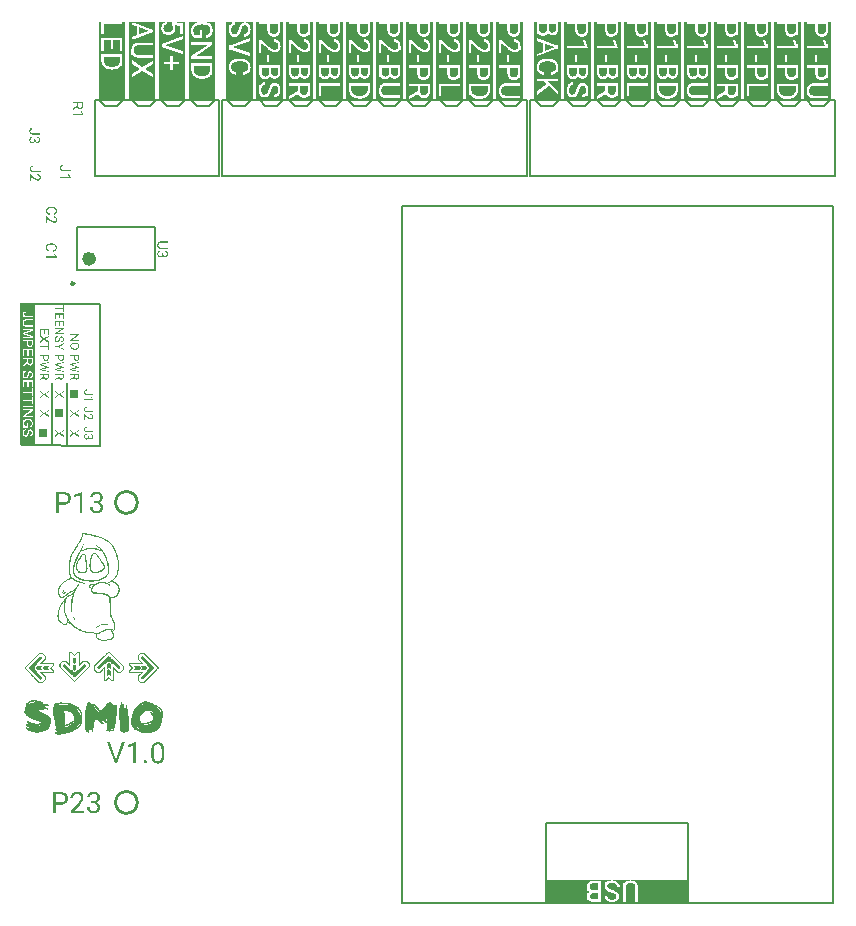
<source format=gto>
G04*
G04 #@! TF.GenerationSoftware,Altium Limited,Altium Designer,20.1.11 (218)*
G04*
G04 Layer_Color=65535*
%FSAX24Y24*%
%MOIN*%
G70*
G04*
G04 #@! TF.SameCoordinates,8D6CE9FB-AABF-4BDC-A6A6-A5C6F517AC22*
G04*
G04*
G04 #@! TF.FilePolarity,Positive*
G04*
G01*
G75*
%ADD10C,0.0100*%
%ADD11C,0.0236*%
%ADD12C,0.0098*%
%ADD13C,0.0060*%
%ADD14C,0.0079*%
%ADD15R,0.0300X0.0300*%
G36*
X014723Y025254D02*
X014786D01*
Y025246D01*
X014825D01*
Y025238D01*
X014871D01*
Y025230D01*
X014910D01*
Y025223D01*
X014918D01*
Y025230D01*
X014926D01*
Y025223D01*
X014973D01*
Y025215D01*
X014996D01*
Y025207D01*
X015012D01*
Y025199D01*
X015051D01*
Y025191D01*
X015090D01*
Y025184D01*
X015121D01*
Y025176D01*
X015144D01*
Y025168D01*
X015176D01*
Y025160D01*
X015199D01*
Y025152D01*
X015230D01*
Y025145D01*
X015261D01*
Y025137D01*
X015277D01*
Y025129D01*
X015308D01*
Y025121D01*
X015324D01*
Y025113D01*
X015347D01*
Y025106D01*
X015363D01*
Y025098D01*
X015378D01*
Y025090D01*
X015394D01*
Y025082D01*
X015417D01*
Y025074D01*
X015433D01*
Y025067D01*
X015449D01*
Y025059D01*
X015464D01*
Y025051D01*
X015480D01*
Y025043D01*
X015488D01*
Y025035D01*
X015503D01*
Y025028D01*
X015519D01*
Y025020D01*
X015527D01*
Y025012D01*
X015550D01*
Y025004D01*
X015558D01*
Y024996D01*
X015573D01*
Y024989D01*
X015581D01*
Y024981D01*
X015597D01*
Y024973D01*
Y024965D01*
X015612D01*
Y024957D01*
X015620D01*
Y024950D01*
X015628D01*
Y024942D01*
X015636D01*
Y024934D01*
X015644D01*
Y024926D01*
X015659D01*
Y024918D01*
Y024911D01*
X015675D01*
Y024903D01*
X015683D01*
Y024895D01*
X015690D01*
Y024887D01*
Y024879D01*
X015698D01*
Y024872D01*
X015706D01*
Y024864D01*
X015714D01*
Y024856D01*
Y024848D01*
X015722D01*
Y024840D01*
X015729D01*
Y024833D01*
Y024825D01*
X015737D01*
Y024817D01*
X015745D01*
Y024809D01*
Y024801D01*
X015753D01*
Y024794D01*
Y024786D01*
X015761D01*
Y024778D01*
Y024770D01*
X015768D01*
Y024762D01*
Y024755D01*
X015776D01*
Y024747D01*
Y024739D01*
X015784D01*
Y024731D01*
Y024723D01*
X015792D01*
Y024716D01*
Y024708D01*
X015800D01*
Y024700D01*
Y024692D01*
X015807D01*
Y024684D01*
Y024677D01*
X015815D01*
Y024669D01*
Y024661D01*
X015823D01*
Y024653D01*
Y024645D01*
Y024638D01*
X015831D01*
Y024630D01*
Y024622D01*
X015839D01*
Y024614D01*
Y024606D01*
Y024599D01*
X015846D01*
Y024591D01*
Y024583D01*
X015854D01*
Y024575D01*
Y024567D01*
Y024560D01*
X015862D01*
Y024552D01*
Y024544D01*
Y024536D01*
Y024528D01*
X015870D01*
Y024521D01*
Y024513D01*
X015878D01*
Y024505D01*
Y024497D01*
Y024489D01*
X015885D01*
Y024482D01*
Y024474D01*
Y024466D01*
Y024458D01*
X015893D01*
Y024450D01*
Y024443D01*
Y024435D01*
Y024427D01*
Y024419D01*
X015901D01*
Y024411D01*
Y024404D01*
Y024396D01*
Y024388D01*
X015909D01*
Y024380D01*
Y024372D01*
Y024365D01*
Y024357D01*
Y024349D01*
Y024341D01*
X015917D01*
Y024333D01*
Y024326D01*
Y024318D01*
Y024310D01*
Y024302D01*
Y024294D01*
X015924D01*
Y024287D01*
Y024279D01*
Y024271D01*
Y024263D01*
Y024255D01*
Y024248D01*
Y024240D01*
Y024232D01*
Y024224D01*
Y024216D01*
Y024209D01*
Y024201D01*
Y024193D01*
Y024185D01*
Y024177D01*
Y024169D01*
Y024162D01*
Y024154D01*
Y024146D01*
Y024138D01*
Y024130D01*
Y024123D01*
Y024115D01*
Y024107D01*
Y024099D01*
Y024091D01*
Y024084D01*
Y024076D01*
Y024068D01*
Y024060D01*
Y024052D01*
X015917D01*
Y024045D01*
Y024037D01*
Y024029D01*
Y024021D01*
Y024013D01*
Y024006D01*
Y023998D01*
Y023990D01*
X015909D01*
Y023982D01*
Y023974D01*
Y023967D01*
Y023959D01*
Y023951D01*
X015901D01*
Y023943D01*
Y023935D01*
Y023928D01*
Y023920D01*
X015893D01*
Y023912D01*
Y023904D01*
Y023896D01*
Y023889D01*
X015885D01*
Y023881D01*
Y023873D01*
Y023865D01*
X015878D01*
Y023857D01*
Y023850D01*
X015870D01*
Y023842D01*
Y023834D01*
X015862D01*
Y023826D01*
Y023818D01*
X015854D01*
Y023811D01*
X015846D01*
Y023803D01*
X015839D01*
Y023795D01*
Y023787D01*
X015831D01*
Y023779D01*
X015823D01*
Y023772D01*
Y023764D01*
X015815D01*
Y023756D01*
X015800D01*
Y023748D01*
Y023740D01*
X015792D01*
Y023733D01*
X015784D01*
Y023725D01*
X015776D01*
Y023717D01*
X015768D01*
Y023709D01*
X015761D01*
Y023701D01*
X015753D01*
Y023694D01*
X015745D01*
Y023686D01*
X015737D01*
Y023678D01*
X015729D01*
Y023670D01*
X015722D01*
Y023662D01*
X015706D01*
Y023655D01*
Y023647D01*
X015737D01*
Y023639D01*
X015753D01*
Y023631D01*
X015768D01*
Y023623D01*
X015792D01*
Y023616D01*
X015807D01*
Y023608D01*
X015815D01*
Y023600D01*
X015823D01*
Y023592D01*
X015831D01*
Y023584D01*
X015846D01*
Y023577D01*
X015854D01*
Y023569D01*
X015862D01*
Y023561D01*
X015870D01*
Y023553D01*
X015878D01*
Y023545D01*
X015885D01*
Y023538D01*
X015893D01*
Y023530D01*
Y023522D01*
X015901D01*
Y023514D01*
X015909D01*
Y023506D01*
X015917D01*
Y023499D01*
X015924D01*
Y023491D01*
Y023483D01*
X015932D01*
Y023475D01*
Y023467D01*
Y023460D01*
Y023452D01*
X015940D01*
Y023444D01*
Y023436D01*
X015948D01*
Y023428D01*
Y023421D01*
Y023413D01*
Y023405D01*
X015956D01*
Y023397D01*
Y023389D01*
Y023382D01*
Y023374D01*
Y023366D01*
Y023358D01*
Y023350D01*
Y023343D01*
Y023335D01*
X015948D01*
Y023327D01*
Y023319D01*
Y023311D01*
Y023304D01*
Y023296D01*
X015940D01*
Y023288D01*
Y023280D01*
Y023272D01*
X015932D01*
Y023265D01*
Y023257D01*
X015924D01*
Y023249D01*
Y023241D01*
Y023233D01*
X015917D01*
Y023226D01*
Y023218D01*
X015909D01*
Y023210D01*
Y023202D01*
X015901D01*
Y023194D01*
Y023187D01*
X015893D01*
Y023179D01*
X015885D01*
Y023171D01*
X015878D01*
Y023163D01*
X015870D01*
Y023155D01*
Y023148D01*
X015862D01*
Y023140D01*
X015854D01*
Y023132D01*
X015846D01*
Y023124D01*
X015831D01*
Y023116D01*
X015823D01*
Y023109D01*
X015807D01*
Y023101D01*
X015784D01*
Y023093D01*
X015768D01*
Y023085D01*
X015745D01*
Y023077D01*
X015675D01*
Y023070D01*
X015667D01*
Y023062D01*
Y023054D01*
X015659D01*
Y023046D01*
X015651D01*
Y023038D01*
Y023031D01*
X015644D01*
Y023023D01*
Y023015D01*
Y023007D01*
Y022999D01*
Y022992D01*
Y022984D01*
Y022976D01*
Y022968D01*
Y022960D01*
Y022953D01*
Y022945D01*
Y022937D01*
X015651D01*
Y022929D01*
Y022921D01*
Y022914D01*
Y022906D01*
Y022898D01*
Y022890D01*
Y022882D01*
Y022875D01*
Y022867D01*
Y022859D01*
Y022851D01*
Y022843D01*
Y022836D01*
Y022828D01*
Y022820D01*
Y022812D01*
Y022804D01*
Y022797D01*
Y022789D01*
Y022781D01*
X015659D01*
Y022773D01*
Y022765D01*
Y022758D01*
Y022750D01*
Y022742D01*
Y022734D01*
Y022726D01*
Y022719D01*
Y022711D01*
Y022703D01*
Y022695D01*
Y022687D01*
Y022680D01*
Y022672D01*
X015651D01*
Y022664D01*
Y022656D01*
X015659D01*
Y022648D01*
Y022641D01*
Y022633D01*
Y022625D01*
Y022617D01*
Y022609D01*
Y022602D01*
Y022594D01*
Y022586D01*
Y022578D01*
Y022570D01*
Y022563D01*
Y022555D01*
Y022547D01*
X015667D01*
Y022539D01*
X015675D01*
Y022531D01*
Y022524D01*
Y022516D01*
X015683D01*
Y022508D01*
Y022500D01*
Y022492D01*
X015690D01*
Y022485D01*
Y022477D01*
X015698D01*
Y022469D01*
Y022461D01*
Y022453D01*
X015706D01*
Y022446D01*
Y022438D01*
Y022430D01*
X015714D01*
Y022422D01*
Y022414D01*
X015722D01*
Y022407D01*
Y022399D01*
X015729D01*
Y022391D01*
Y022383D01*
Y022375D01*
X015737D01*
Y022368D01*
Y022360D01*
X015745D01*
Y022352D01*
Y022344D01*
Y022336D01*
X015753D01*
Y022329D01*
Y022321D01*
X015761D01*
Y022313D01*
Y022305D01*
X015768D01*
Y022297D01*
Y022290D01*
X015776D01*
Y022282D01*
Y022274D01*
Y022266D01*
X015784D01*
Y022258D01*
Y022251D01*
Y022243D01*
Y022235D01*
Y022227D01*
X015792D01*
Y022219D01*
Y022212D01*
X015800D01*
Y022204D01*
X015792D01*
Y022196D01*
X015800D01*
Y022188D01*
Y022180D01*
Y022173D01*
Y022165D01*
Y022157D01*
Y022149D01*
Y022141D01*
Y022134D01*
Y022126D01*
Y022118D01*
Y022110D01*
Y022102D01*
Y022095D01*
Y022087D01*
Y022079D01*
Y022071D01*
X015792D01*
Y022063D01*
Y022055D01*
Y022048D01*
Y022040D01*
X015784D01*
Y022032D01*
Y022024D01*
X015776D01*
Y022016D01*
Y022009D01*
X015768D01*
Y022001D01*
X015761D01*
Y021993D01*
X015753D01*
Y021985D01*
X015745D01*
Y021977D01*
X015737D01*
Y021970D01*
X015722D01*
Y021962D01*
X015714D01*
Y021954D01*
Y021946D01*
X015729D01*
Y021938D01*
Y021931D01*
Y021923D01*
X015737D01*
Y021915D01*
X015745D01*
Y021907D01*
Y021899D01*
X015753D01*
Y021892D01*
Y021884D01*
Y021876D01*
X015761D01*
Y021868D01*
Y021860D01*
Y021853D01*
Y021845D01*
Y021837D01*
Y021829D01*
Y021821D01*
Y021814D01*
Y021806D01*
Y021798D01*
Y021790D01*
X015753D01*
Y021782D01*
Y021775D01*
Y021767D01*
X015745D01*
Y021759D01*
Y021751D01*
X015737D01*
Y021743D01*
X015729D01*
Y021736D01*
X015722D01*
Y021728D01*
X015706D01*
Y021720D01*
X015698D01*
Y021712D01*
X015683D01*
Y021704D01*
X015659D01*
Y021697D01*
X015644D01*
Y021689D01*
X015628D01*
Y021681D01*
X015581D01*
Y021673D01*
X015542D01*
Y021665D01*
X015456D01*
Y021658D01*
X015410D01*
Y021665D01*
X015402D01*
Y021658D01*
X015394D01*
Y021665D01*
X015332D01*
Y021673D01*
X015300D01*
Y021681D01*
X015277D01*
Y021689D01*
X015261D01*
Y021697D01*
X015246D01*
Y021704D01*
X015230D01*
Y021712D01*
X015222D01*
Y021720D01*
X015207D01*
Y021728D01*
X015199D01*
Y021736D01*
X015191D01*
Y021743D01*
X015183D01*
Y021751D01*
X015176D01*
Y021759D01*
X015168D01*
Y021767D01*
Y021775D01*
Y021782D01*
X015160D01*
Y021790D01*
Y021798D01*
Y021806D01*
Y021814D01*
Y021821D01*
Y021829D01*
Y021837D01*
Y021845D01*
Y021853D01*
Y021860D01*
Y021868D01*
Y021876D01*
Y021884D01*
Y021892D01*
X015113D01*
Y021899D01*
X015098D01*
Y021907D01*
X015082D01*
Y021915D01*
X015059D01*
Y021923D01*
X014973D01*
Y021915D01*
X014879D01*
Y021923D01*
X014832D01*
Y021931D01*
X014809D01*
Y021938D01*
X014778D01*
Y021946D01*
X014739D01*
Y021954D01*
X014723D01*
Y021962D01*
X014692D01*
Y021970D01*
X014676D01*
Y021977D01*
X014661D01*
Y021985D01*
X014645D01*
Y021993D01*
X014622D01*
Y022001D01*
X014606D01*
Y022009D01*
X014590D01*
Y022016D01*
X014567D01*
Y022024D01*
X014559D01*
Y022032D01*
X014544D01*
Y022040D01*
X014528D01*
Y022048D01*
X014512D01*
Y022055D01*
X014505D01*
Y022063D01*
X014489D01*
Y022071D01*
X014481D01*
Y022079D01*
X014466D01*
Y022087D01*
X014458D01*
Y022095D01*
X014442D01*
Y022102D01*
X014434D01*
Y022110D01*
X014427D01*
Y022118D01*
X014419D01*
Y022126D01*
X014403D01*
Y022134D01*
X014395D01*
Y022141D01*
X014388D01*
Y022149D01*
X014372D01*
Y022157D01*
Y022165D01*
X014364D01*
Y022173D01*
X014356D01*
Y022180D01*
X014349D01*
Y022188D01*
X014341D01*
Y022196D01*
X014333D01*
Y022204D01*
X014325D01*
Y022212D01*
X014317D01*
Y022219D01*
X014302D01*
Y022227D01*
X014294D01*
Y022235D01*
X014263D01*
Y022243D01*
X014255D01*
Y022251D01*
X014247D01*
Y022258D01*
X014239D01*
Y022251D01*
X014216D01*
Y022243D01*
X014208D01*
Y022235D01*
Y022227D01*
X014200D01*
Y022219D01*
Y022212D01*
X014208D01*
Y022204D01*
X014200D01*
Y022196D01*
X014193D01*
Y022188D01*
X014185D01*
Y022180D01*
X014177D01*
Y022173D01*
X014169D01*
Y022180D01*
X014161D01*
Y022188D01*
X014154D01*
Y022180D01*
X014130D01*
Y022173D01*
X014107D01*
Y022180D01*
X014068D01*
Y022188D01*
X014060D01*
Y022196D01*
X014052D01*
Y022204D01*
X014044D01*
Y022212D01*
X014037D01*
Y022219D01*
X014029D01*
Y022227D01*
X014021D01*
Y022235D01*
X014013D01*
Y022243D01*
X013990D01*
Y022251D01*
X013974D01*
Y022258D01*
X013966D01*
Y022266D01*
X013959D01*
Y022274D01*
X013951D01*
Y022282D01*
X013943D01*
Y022290D01*
Y022297D01*
X013935D01*
Y022305D01*
X013927D01*
Y022313D01*
X013920D01*
Y022321D01*
X013912D01*
Y022329D01*
Y022336D01*
X013904D01*
Y022344D01*
Y022352D01*
X013896D01*
Y022360D01*
Y022368D01*
Y022375D01*
Y022383D01*
X013888D01*
Y022391D01*
Y022399D01*
Y022407D01*
Y022414D01*
X013881D01*
Y022422D01*
Y022430D01*
Y022438D01*
Y022446D01*
Y022453D01*
X013873D01*
Y022461D01*
Y022469D01*
Y022477D01*
Y022485D01*
Y022492D01*
Y022500D01*
Y022508D01*
X013881D01*
Y022516D01*
Y022524D01*
Y022531D01*
Y022539D01*
Y022547D01*
Y022555D01*
Y022563D01*
Y022570D01*
Y022578D01*
Y022586D01*
Y022594D01*
Y022602D01*
X013888D01*
Y022609D01*
Y022617D01*
Y022625D01*
Y022633D01*
Y022641D01*
X013896D01*
Y022648D01*
Y022656D01*
Y022664D01*
X013904D01*
Y022672D01*
Y022680D01*
Y022687D01*
Y022695D01*
Y022703D01*
X013912D01*
Y022711D01*
Y022719D01*
Y022726D01*
Y022734D01*
X013920D01*
Y022742D01*
Y022750D01*
X013927D01*
Y022758D01*
Y022765D01*
Y022773D01*
X013935D01*
Y022781D01*
Y022789D01*
X013943D01*
Y022797D01*
Y022804D01*
Y022812D01*
X013951D01*
Y022820D01*
X013959D01*
Y022828D01*
Y022836D01*
X013966D01*
Y022843D01*
Y022851D01*
X013974D01*
Y022859D01*
Y022867D01*
X013982D01*
Y022875D01*
Y022882D01*
X013990D01*
Y022890D01*
Y022898D01*
X013998D01*
Y022906D01*
X014005D01*
Y022914D01*
Y022921D01*
X014013D01*
Y022929D01*
X014021D01*
Y022937D01*
X014029D01*
Y022945D01*
X014037D01*
Y022953D01*
Y022960D01*
X014044D01*
Y022968D01*
X014052D01*
Y022976D01*
Y022984D01*
X014060D01*
Y022992D01*
X014068D01*
Y022999D01*
X014076D01*
Y023007D01*
X014083D01*
Y023015D01*
X014091D01*
Y023023D01*
X014099D01*
Y023031D01*
X014107D01*
Y023038D01*
X014115D01*
Y023046D01*
X014130D01*
Y023054D01*
Y023062D01*
X014138D01*
Y023070D01*
Y023077D01*
X014146D01*
Y023085D01*
Y023093D01*
X014154D01*
Y023101D01*
Y023109D01*
X014161D01*
Y023116D01*
X014169D01*
Y023124D01*
X014177D01*
Y023132D01*
X014185D01*
Y023140D01*
X014193D01*
Y023148D01*
X014200D01*
Y023155D01*
X014208D01*
Y023163D01*
X014224D01*
Y023171D01*
X014232D01*
Y023179D01*
X014255D01*
Y023187D01*
X014278D01*
Y023194D01*
X014294D01*
Y023202D01*
X014310D01*
Y023210D01*
X014317D01*
Y023218D01*
X014333D01*
Y023226D01*
X014349D01*
Y023233D01*
X014356D01*
Y023241D01*
X014364D01*
Y023249D01*
X014372D01*
Y023257D01*
X014380D01*
Y023265D01*
X014388D01*
Y023272D01*
X014395D01*
Y023280D01*
X014403D01*
Y023288D01*
X014411D01*
Y023296D01*
Y023304D01*
X014419D01*
Y023311D01*
Y023319D01*
X014411D01*
Y023311D01*
X014403D01*
Y023304D01*
X014380D01*
Y023296D01*
X014364D01*
Y023288D01*
X014341D01*
Y023280D01*
X014333D01*
Y023272D01*
X014317D01*
Y023265D01*
X014302D01*
Y023257D01*
X014294D01*
Y023249D01*
X014286D01*
Y023241D01*
X014271D01*
Y023233D01*
X014263D01*
Y023226D01*
X014255D01*
Y023218D01*
X014247D01*
Y023210D01*
X014239D01*
Y023202D01*
X014224D01*
Y023194D01*
X014216D01*
Y023187D01*
X014208D01*
Y023179D01*
X014193D01*
Y023171D01*
X014177D01*
Y023163D01*
X014169D01*
Y023155D01*
X014161D01*
Y023148D01*
X014146D01*
Y023140D01*
X014138D01*
Y023132D01*
X014130D01*
Y023124D01*
X014115D01*
Y023116D01*
X014099D01*
Y023109D01*
X014083D01*
Y023101D01*
X014068D01*
Y023093D01*
X013982D01*
Y023101D01*
X013966D01*
Y023109D01*
X013959D01*
Y023116D01*
X013943D01*
Y023124D01*
X013935D01*
Y023132D01*
X013927D01*
Y023140D01*
Y023148D01*
X013920D01*
Y023155D01*
Y023163D01*
X013912D01*
Y023171D01*
Y023179D01*
X013904D01*
Y023187D01*
Y023194D01*
Y023202D01*
X013896D01*
Y023210D01*
Y023218D01*
Y023226D01*
Y023233D01*
Y023241D01*
Y023249D01*
X013888D01*
Y023257D01*
Y023265D01*
Y023272D01*
Y023280D01*
Y023288D01*
Y023296D01*
Y023304D01*
Y023311D01*
Y023319D01*
Y023327D01*
X013896D01*
Y023335D01*
X013888D01*
Y023343D01*
Y023350D01*
X013896D01*
Y023358D01*
Y023366D01*
Y023374D01*
Y023382D01*
Y023389D01*
X013904D01*
Y023397D01*
Y023405D01*
Y023413D01*
Y023421D01*
X013912D01*
Y023428D01*
Y023436D01*
X013920D01*
Y023444D01*
Y023452D01*
X013927D01*
Y023460D01*
Y023467D01*
X013935D01*
Y023475D01*
X013943D01*
Y023483D01*
Y023491D01*
X013951D01*
Y023499D01*
X013959D01*
Y023506D01*
X013966D01*
Y023514D01*
Y023522D01*
X013974D01*
Y023530D01*
X013982D01*
Y023538D01*
X013990D01*
Y023545D01*
X013998D01*
Y023553D01*
Y023561D01*
X014005D01*
Y023569D01*
X014013D01*
Y023577D01*
X014021D01*
Y023584D01*
X014029D01*
Y023592D01*
X014037D01*
Y023600D01*
X014044D01*
Y023608D01*
X014052D01*
Y023616D01*
X014060D01*
Y023623D01*
X014076D01*
Y023631D01*
X014091D01*
Y023639D01*
X014099D01*
Y023647D01*
X014107D01*
Y023655D01*
X014122D01*
Y023662D01*
X014138D01*
Y023670D01*
X014146D01*
Y023678D01*
X014161D01*
Y023686D01*
X014169D01*
Y023694D01*
X014177D01*
Y023701D01*
X014193D01*
Y023709D01*
X014208D01*
Y023717D01*
X014224D01*
Y023725D01*
X014239D01*
Y023733D01*
X014247D01*
Y023740D01*
X014255D01*
Y023748D01*
X014271D01*
Y023756D01*
X014278D01*
Y023764D01*
X014286D01*
Y023772D01*
Y023779D01*
Y023787D01*
X014294D01*
Y023795D01*
Y023803D01*
Y023811D01*
X014286D01*
Y023818D01*
Y023826D01*
X014278D01*
Y023834D01*
Y023842D01*
Y023850D01*
X014271D01*
Y023857D01*
Y023865D01*
Y023873D01*
Y023881D01*
X014263D01*
Y023889D01*
Y023896D01*
Y023904D01*
Y023912D01*
Y023920D01*
Y023928D01*
Y023935D01*
Y023943D01*
X014255D01*
Y023951D01*
X014263D01*
Y023959D01*
Y023967D01*
Y023974D01*
X014255D01*
Y023982D01*
Y023990D01*
Y023998D01*
X014263D01*
Y024006D01*
Y024013D01*
Y024021D01*
Y024029D01*
X014255D01*
Y024037D01*
Y024045D01*
X014263D01*
Y024052D01*
X014255D01*
Y024060D01*
Y024068D01*
Y024076D01*
Y024084D01*
Y024091D01*
Y024099D01*
Y024107D01*
Y024115D01*
Y024123D01*
Y024130D01*
Y024138D01*
Y024146D01*
Y024154D01*
Y024162D01*
Y024169D01*
Y024177D01*
Y024185D01*
Y024193D01*
Y024201D01*
X014263D01*
Y024209D01*
X014255D01*
Y024216D01*
Y024224D01*
Y024232D01*
X014263D01*
Y024240D01*
Y024248D01*
Y024255D01*
Y024263D01*
Y024271D01*
Y024279D01*
Y024287D01*
Y024294D01*
Y024302D01*
X014271D01*
Y024310D01*
Y024318D01*
Y024326D01*
Y024333D01*
Y024341D01*
Y024349D01*
Y024357D01*
X014278D01*
Y024365D01*
Y024372D01*
Y024380D01*
Y024388D01*
Y024396D01*
X014286D01*
Y024404D01*
Y024411D01*
Y024419D01*
Y024427D01*
X014294D01*
Y024435D01*
Y024443D01*
Y024450D01*
Y024458D01*
X014302D01*
Y024466D01*
Y024474D01*
X014310D01*
Y024482D01*
Y024489D01*
X014317D01*
Y024497D01*
Y024505D01*
Y024513D01*
X014325D01*
Y024521D01*
Y024528D01*
X014333D01*
Y024536D01*
X014341D01*
Y024544D01*
Y024552D01*
Y024560D01*
X014349D01*
Y024567D01*
Y024575D01*
X014356D01*
Y024583D01*
Y024591D01*
X014364D01*
Y024599D01*
Y024606D01*
X014372D01*
Y024614D01*
X014380D01*
Y024622D01*
Y024630D01*
X014388D01*
Y024638D01*
X014395D01*
Y024645D01*
Y024653D01*
X014403D01*
Y024661D01*
X014411D01*
Y024669D01*
Y024677D01*
X014419D01*
Y024684D01*
Y024692D01*
X014427D01*
Y024700D01*
Y024708D01*
X014434D01*
Y024716D01*
X014442D01*
Y024723D01*
X014450D01*
Y024731D01*
Y024739D01*
X014458D01*
Y024747D01*
X014466D01*
Y024755D01*
Y024762D01*
X014473D01*
Y024770D01*
Y024778D01*
X014481D01*
Y024786D01*
X014489D01*
Y024794D01*
Y024801D01*
X014497D01*
Y024809D01*
X014505D01*
Y024817D01*
Y024825D01*
X014512D01*
Y024833D01*
Y024840D01*
X014520D01*
Y024848D01*
X014528D01*
Y024856D01*
Y024864D01*
X014536D01*
Y024872D01*
X014544D01*
Y024879D01*
Y024887D01*
X014551D01*
Y024895D01*
Y024903D01*
X014559D01*
Y024911D01*
X014567D01*
Y024918D01*
Y024926D01*
X014575D01*
Y024934D01*
X014583D01*
Y024942D01*
Y024950D01*
X014590D01*
Y024957D01*
Y024965D01*
X014598D01*
Y024973D01*
X014606D01*
Y024981D01*
Y024989D01*
X014614D01*
Y024996D01*
X014622D01*
Y025004D01*
Y025012D01*
X014629D01*
Y025020D01*
Y025028D01*
X014637D01*
Y025035D01*
Y025043D01*
X014645D01*
Y025051D01*
X014653D01*
Y025059D01*
Y025067D01*
Y025074D01*
X014661D01*
Y025082D01*
Y025090D01*
Y025098D01*
X014669D01*
Y025106D01*
X014676D01*
Y025113D01*
Y025121D01*
Y025129D01*
X014684D01*
Y025137D01*
Y025145D01*
Y025152D01*
Y025160D01*
X014692D01*
Y025168D01*
Y025176D01*
Y025184D01*
Y025191D01*
Y025199D01*
Y025207D01*
Y025215D01*
Y025223D01*
X014700D01*
Y025230D01*
Y025238D01*
Y025246D01*
Y025254D01*
Y025262D01*
X014723D01*
Y025254D01*
D02*
G37*
G36*
X015589Y021311D02*
X015590Y021311D01*
Y021309D01*
X015592Y021309D01*
X015592Y021307D01*
X015594Y021307D01*
Y021305D01*
X015596D01*
Y021303D01*
X015598Y021303D01*
Y021301D01*
X015600Y021301D01*
Y021299D01*
X015602D01*
X015602Y021298D01*
X015603D01*
Y021296D01*
X015605Y021296D01*
Y021294D01*
X015607Y021294D01*
X015607Y021292D01*
X015609Y021292D01*
Y021290D01*
X015611D01*
X015611Y021288D01*
X015613D01*
Y021286D01*
X015615D01*
Y021284D01*
X015617D01*
X015617Y021283D01*
X015618Y021283D01*
Y021281D01*
X015620Y021281D01*
Y021279D01*
X015622D01*
Y021277D01*
X015624Y021277D01*
Y021275D01*
X015626D01*
X015626Y021273D01*
X015628D01*
Y021271D01*
X015630Y021271D01*
Y021270D01*
X015632D01*
Y021268D01*
X015633Y021268D01*
Y021266D01*
X015635Y021266D01*
X015635Y021264D01*
X015637Y021264D01*
X015637Y021262D01*
X015639Y021262D01*
Y021260D01*
X015641D01*
X015641Y021258D01*
X015643Y021258D01*
Y021256D01*
X015645Y021256D01*
Y021255D01*
X015646D01*
Y021253D01*
X015648D01*
X015648Y021251D01*
X015650D01*
X015650Y021249D01*
X015652D01*
X015652Y021247D01*
X015654Y021247D01*
Y021245D01*
X015656Y021245D01*
Y021243D01*
X015658Y021243D01*
X015658Y021241D01*
X015660D01*
Y021240D01*
X015661D01*
Y021238D01*
X015663Y021238D01*
Y021236D01*
X015665D01*
X015665Y021234D01*
X015667D01*
Y021232D01*
X015669Y021232D01*
Y021230D01*
X015671D01*
Y021228D01*
X015673Y021228D01*
X015673Y021227D01*
X015675D01*
Y021225D01*
X015676Y021225D01*
Y021223D01*
X015678Y021223D01*
Y021221D01*
X015680Y021221D01*
Y021219D01*
X015682D01*
Y021217D01*
X015684Y021217D01*
Y021215D01*
X015686D01*
Y021213D01*
X015688D01*
X015688Y021212D01*
X015689D01*
Y021210D01*
X015691D01*
X015691Y021208D01*
X015693Y021208D01*
Y021206D01*
X015697D01*
X015697Y021204D01*
X015697Y021202D01*
X015701D01*
Y021200D01*
X015703Y021200D01*
X015703Y021198D01*
X015704Y021198D01*
Y021197D01*
X015706Y021197D01*
Y021195D01*
X015708D01*
Y021193D01*
X015710D01*
Y021191D01*
X015712Y021191D01*
X015712Y021189D01*
X015714D01*
Y021187D01*
X015716D01*
Y021185D01*
X015718Y021185D01*
Y021184D01*
X015719D01*
Y021182D01*
X015721Y021182D01*
X015721Y021180D01*
X015723D01*
Y021178D01*
X015725D01*
Y021176D01*
X015727Y021176D01*
X015727Y021174D01*
X015729Y021174D01*
Y021172D01*
X015731Y021172D01*
Y021170D01*
X015732Y021170D01*
Y021169D01*
X015734D01*
Y021167D01*
X015736Y021167D01*
X015736Y021165D01*
X015738D01*
X015738Y021163D01*
X015740D01*
Y021161D01*
X015742Y021161D01*
Y021159D01*
X015744D01*
Y021157D01*
X015746Y021157D01*
Y021156D01*
X015747D01*
Y021154D01*
X015749D01*
Y021152D01*
X015751Y021152D01*
X015751Y021150D01*
X015753D01*
Y021148D01*
X015755Y021148D01*
Y021146D01*
X015757D01*
Y021144D01*
X015759D01*
Y021142D01*
X015761Y021142D01*
X015761Y021141D01*
X015762D01*
X015762Y021139D01*
X015764D01*
Y021137D01*
X015766Y021137D01*
Y021135D01*
X015768Y021135D01*
Y021133D01*
X015770Y021133D01*
Y021131D01*
X015772D01*
Y021129D01*
X015774D01*
Y021127D01*
X015775D01*
Y021126D01*
X015777Y021126D01*
X015777Y021124D01*
X015779D01*
Y021122D01*
X015781Y021122D01*
Y021120D01*
X015783D01*
X015783Y021118D01*
X015785Y021118D01*
Y021116D01*
X015787D01*
Y021114D01*
X015789Y021114D01*
Y021112D01*
X015790Y021112D01*
Y021111D01*
X015792Y021111D01*
Y021109D01*
X015794D01*
Y021107D01*
X015796D01*
Y021105D01*
X015798D01*
X015798Y021103D01*
X015800Y021103D01*
Y021101D01*
X015802D01*
X015802Y021099D01*
X015804D01*
Y021098D01*
X015805D01*
Y021096D01*
X015807Y021096D01*
X015807Y021094D01*
X015809D01*
Y021092D01*
X015811D01*
Y021090D01*
X015813Y021090D01*
Y021088D01*
X015815D01*
Y021086D01*
X015817Y021086D01*
X015817Y021084D01*
X015818D01*
Y021083D01*
X015820D01*
Y021081D01*
X015822Y021081D01*
X015822Y021079D01*
X015824Y021079D01*
Y021077D01*
X015826Y021077D01*
Y021075D01*
X015828Y021075D01*
Y021073D01*
X015830D01*
Y021071D01*
X015832Y021071D01*
X015832Y021070D01*
X015833D01*
Y021068D01*
X015835D01*
Y021066D01*
X015837Y021066D01*
X015837Y021064D01*
X015839Y021064D01*
Y021062D01*
X015841Y021062D01*
Y021060D01*
X015843D01*
Y021058D01*
X015847D01*
Y021056D01*
X015847Y021055D01*
X015850Y021055D01*
X015850Y021053D01*
X015852D01*
X015852Y021051D01*
X015854D01*
X015854Y021049D01*
X015856D01*
Y021047D01*
X015858D01*
X015858Y021045D01*
X015860Y021045D01*
Y021043D01*
X015861D01*
Y021041D01*
X015863D01*
X015863Y021040D01*
X015865Y021040D01*
Y021038D01*
X015867D01*
X015867Y021036D01*
X015869D01*
Y021034D01*
X015871D01*
Y021032D01*
X015873D01*
X015873Y021030D01*
X015875Y021030D01*
Y021028D01*
X015876D01*
X015876Y021026D01*
X015878D01*
X015878Y021025D01*
X015880D01*
Y021023D01*
X015882D01*
X015882Y021021D01*
X015884Y021021D01*
Y021019D01*
X015886Y021019D01*
Y021017D01*
X015888D01*
X015888Y021015D01*
X015890D01*
Y021013D01*
X015891D01*
X015891Y021012D01*
X015893Y021012D01*
Y021010D01*
X015895D01*
Y021008D01*
X015897D01*
X015897Y021006D01*
X015899D01*
Y021004D01*
X015901D01*
X015901Y021002D01*
X015903D01*
Y021000D01*
X015904D01*
Y020998D01*
X015906D01*
Y020997D01*
X015908Y020997D01*
Y020995D01*
X015910D01*
X015910Y020993D01*
X015912D01*
X015912Y020991D01*
X015914D01*
X015914Y020989D01*
X015916D01*
X015916Y020987D01*
X015918Y020987D01*
Y020985D01*
X015919D01*
Y020984D01*
X015921D01*
X015921Y020982D01*
X015923D01*
Y020980D01*
X015925Y020980D01*
Y020978D01*
X015927D01*
Y020976D01*
X015929D01*
X015929Y020974D01*
X015931Y020974D01*
Y020972D01*
X015933Y020972D01*
Y020970D01*
X015934D01*
X015934Y020969D01*
X015936D01*
X015936Y020967D01*
X015938D01*
X015938Y020965D01*
X015940D01*
X015940Y020963D01*
X015942D01*
Y020961D01*
X015944D01*
Y020959D01*
X015946Y020959D01*
X015946Y020957D01*
X015947D01*
Y020955D01*
X015949D01*
X015949Y020954D01*
X015951D01*
Y020952D01*
X015953D01*
X015953Y020950D01*
X015955Y020950D01*
Y020948D01*
X015957D01*
Y020946D01*
X015959D01*
X015959Y020944D01*
X015961D01*
X015961Y020942D01*
X015962D01*
X015962Y020940D01*
X015964D01*
X015964Y020939D01*
X015966D01*
Y020937D01*
X015968D01*
X015968Y020935D01*
X015970Y020935D01*
Y020933D01*
X015972D01*
Y020931D01*
X015974D01*
X015974Y020929D01*
X015976D01*
Y020927D01*
X015977D01*
X015977Y020926D01*
X015979Y020926D01*
Y020924D01*
X015981D01*
Y020922D01*
X015983D01*
X015983Y020920D01*
X015985D01*
Y020918D01*
X015987D01*
X015987Y020916D01*
X015989Y020916D01*
Y020914D01*
X015990D01*
Y020912D01*
X015992D01*
X015992Y020911D01*
X015994Y020911D01*
Y020909D01*
X015996D01*
X015996Y020907D01*
X016000D01*
Y020905D01*
Y020903D01*
X016004D01*
Y020901D01*
X016005Y020901D01*
Y020899D01*
X016007D01*
X016007Y020898D01*
X016009D01*
Y020896D01*
X016011D01*
X016011Y020894D01*
X016013Y020894D01*
Y020892D01*
X016015D01*
Y020890D01*
X016017D01*
Y020888D01*
X016019Y020888D01*
Y020886D01*
X016020Y020886D01*
X016020Y020884D01*
X016022D01*
X016022Y020883D01*
X016024D01*
X016024Y020881D01*
X016026D01*
Y020879D01*
X016028D01*
Y020877D01*
X016030Y020877D01*
Y020875D01*
X016032D01*
X016032Y020873D01*
X016033D01*
Y020871D01*
X016035D01*
Y020869D01*
X016037D01*
X016037Y020868D01*
X016039D01*
X016039Y020866D01*
X016041D01*
Y020864D01*
X016043Y020864D01*
Y020862D01*
X016045D01*
X016045Y020860D01*
X016047D01*
Y020858D01*
X016048D01*
X016048Y020856D01*
X016050D01*
X016050Y020854D01*
X016052Y020854D01*
Y020853D01*
X016054D01*
X016054Y020851D01*
X016056D01*
X016056Y020849D01*
X016058Y020849D01*
X016058Y020847D01*
X016060D01*
X016060Y020845D01*
X016062D01*
Y020843D01*
X016063D01*
Y020841D01*
X016065D01*
Y020840D01*
X016067Y020840D01*
Y020838D01*
X016069Y020838D01*
X016069Y020836D01*
X016071D01*
Y020834D01*
X016073D01*
X016073Y020832D01*
X016075D01*
Y020830D01*
X016076Y020830D01*
Y020828D01*
X016078D01*
X016078Y020826D01*
X016080D01*
Y020825D01*
X016082Y020825D01*
X016082Y020823D01*
X016084D01*
X016084Y020821D01*
X016086D01*
Y020819D01*
X016088D01*
X016088Y020817D01*
X016090D01*
Y020815D01*
Y020813D01*
X016090Y020812D01*
X016090Y020810D01*
Y020808D01*
Y020806D01*
Y020804D01*
X016090Y020802D01*
X016090Y020800D01*
Y020798D01*
Y020797D01*
Y020795D01*
Y020793D01*
Y020791D01*
Y020789D01*
Y020787D01*
Y020785D01*
Y020783D01*
Y020782D01*
Y020780D01*
Y020778D01*
Y020776D01*
Y020774D01*
Y020772D01*
Y020770D01*
Y020768D01*
Y020767D01*
Y020765D01*
X016090Y020763D01*
X016090Y020761D01*
Y020759D01*
Y020757D01*
Y020755D01*
X016090Y020754D01*
X016090Y020752D01*
Y020750D01*
Y020748D01*
Y020746D01*
Y020744D01*
Y020742D01*
X016090Y020740D01*
X016090Y020739D01*
Y020737D01*
Y020735D01*
Y020733D01*
X016090Y020731D01*
X016090Y020729D01*
Y020727D01*
Y020726D01*
Y020724D01*
Y020722D01*
Y020720D01*
Y020718D01*
Y020716D01*
Y020714D01*
Y020712D01*
Y020711D01*
Y020709D01*
Y020707D01*
Y020705D01*
Y020703D01*
X016090Y020701D01*
X016090Y020699D01*
Y020697D01*
Y020696D01*
Y020694D01*
X016088D01*
Y020692D01*
X016086Y020692D01*
Y020690D01*
X016084D01*
Y020688D01*
X016082Y020688D01*
Y020686D01*
X016080D01*
Y020684D01*
X016078D01*
Y020682D01*
X016076D01*
Y020681D01*
X016075Y020681D01*
Y020679D01*
X016073D01*
Y020677D01*
X016071Y020677D01*
Y020675D01*
X016069D01*
Y020673D01*
X016067Y020673D01*
Y020671D01*
X016065D01*
Y020669D01*
X016063D01*
Y020668D01*
X016062D01*
Y020666D01*
X016060D01*
X016060Y020664D01*
X016058D01*
Y020662D01*
X016056D01*
X016056Y020660D01*
X016054D01*
Y020658D01*
X016052D01*
X016052Y020656D01*
X016050D01*
Y020654D01*
X016048Y020654D01*
Y020653D01*
X016047D01*
X016047Y020651D01*
X016045D01*
X016045Y020649D01*
X016043D01*
Y020647D01*
X016041D01*
Y020645D01*
X016039D01*
Y020643D01*
X016037D01*
X016037Y020641D01*
X016035D01*
Y020640D01*
X016033Y020640D01*
Y020638D01*
X016032D01*
X016032Y020636D01*
X016030D01*
Y020634D01*
X016028D01*
X016028Y020632D01*
X016026D01*
Y020630D01*
X016024D01*
X016024Y020628D01*
X016022D01*
X016022Y020626D01*
X016020D01*
Y020625D01*
X016019Y020625D01*
Y020623D01*
X016017D01*
X016017Y020621D01*
X016015D01*
Y020619D01*
X016013D01*
X016013Y020617D01*
X016011D01*
Y020615D01*
X016009Y020615D01*
Y020613D01*
X016007D01*
X016007Y020611D01*
X016005D01*
Y020610D01*
X016004Y020610D01*
Y020608D01*
X016002D01*
Y020606D01*
X016000Y020606D01*
Y020604D01*
X015998D01*
X015998Y020602D01*
X015996D01*
Y020600D01*
X015863D01*
Y020602D01*
X015861D01*
X015861Y020604D01*
X015860D01*
Y020606D01*
X015858D01*
X015858Y020608D01*
X015856D01*
Y020610D01*
X015854D01*
Y020611D01*
X015852D01*
X015852Y020613D01*
X015850D01*
X015850Y020615D01*
X015848D01*
X015848Y020617D01*
X015848Y020619D01*
X015847D01*
Y020621D01*
X015845D01*
Y020623D01*
X015843D01*
Y020625D01*
X015841D01*
Y020626D01*
X015839D01*
Y020628D01*
X015837Y020628D01*
X015837Y020630D01*
X015835Y020630D01*
Y020632D01*
X015833D01*
Y020634D01*
X015832D01*
Y020636D01*
X015830D01*
Y020638D01*
X015828D01*
X015828Y020640D01*
X015826D01*
X015826Y020641D01*
X015824D01*
X015824Y020643D01*
X015822D01*
X015822Y020645D01*
X015820Y020645D01*
Y020647D01*
X015818D01*
X015818Y020649D01*
X015817D01*
X015817Y020651D01*
X015815D01*
Y020653D01*
X015813D01*
X015813Y020654D01*
X015811D01*
X015811Y020656D01*
X015809Y020656D01*
Y020658D01*
X015807D01*
Y020660D01*
X015805D01*
Y020662D01*
X015804D01*
X015804Y020664D01*
X015802D01*
X015802Y020666D01*
X015800D01*
Y020668D01*
X015798D01*
Y020669D01*
X015796D01*
Y020671D01*
X015794D01*
Y020673D01*
X015792D01*
Y020675D01*
X015790Y020675D01*
Y020677D01*
X015789Y020677D01*
Y020679D01*
X015787Y020679D01*
X015787Y020681D01*
X015785Y020681D01*
Y020682D01*
X015783D01*
Y020684D01*
X015781D01*
Y020686D01*
X015779D01*
Y020688D01*
X015777Y020688D01*
X015777Y020690D01*
X015777Y020692D01*
X015774D01*
Y020694D01*
Y020696D01*
X015772D01*
Y020697D01*
X015770D01*
Y020699D01*
X015768Y020699D01*
Y020701D01*
X015766Y020701D01*
Y020703D01*
X015764Y020703D01*
Y020705D01*
X015761D01*
X015761Y020703D01*
X015761Y020701D01*
Y020699D01*
Y020697D01*
Y020696D01*
X015761Y020694D01*
X015761Y020692D01*
X015761Y020690D01*
X015761Y020688D01*
Y020686D01*
Y020684D01*
Y020682D01*
X015761Y020681D01*
X015761Y020679D01*
X015761Y020677D01*
X015761Y020675D01*
Y020673D01*
Y020671D01*
Y020669D01*
X015761Y020668D01*
X015761Y020666D01*
X015761Y020664D01*
X015761Y020662D01*
Y020660D01*
X015761Y020658D01*
X015761Y020656D01*
X015761Y020654D01*
X015761Y020653D01*
Y020651D01*
Y020649D01*
Y020647D01*
X015761Y020645D01*
X015761Y020643D01*
Y020641D01*
Y020640D01*
Y020638D01*
Y020636D01*
Y020634D01*
Y020632D01*
Y020630D01*
Y020628D01*
Y020626D01*
Y020625D01*
Y020623D01*
Y020621D01*
X015761Y020619D01*
X015761Y020617D01*
X015761Y020615D01*
X015761Y020613D01*
Y020611D01*
X015761Y020610D01*
X015761Y020608D01*
X015761Y020606D01*
X015761Y020604D01*
Y020602D01*
X015761Y020600D01*
X015761Y020598D01*
X015761Y020596D01*
X015761Y020595D01*
X015761Y020593D01*
X015761Y020591D01*
Y020589D01*
X015761Y020587D01*
X015761Y020585D01*
Y020583D01*
Y020582D01*
Y020580D01*
Y020578D01*
Y020576D01*
Y020574D01*
Y020572D01*
X015761Y020570D01*
X015761Y020568D01*
Y020567D01*
Y020565D01*
Y020563D01*
Y020561D01*
Y020559D01*
X015761Y020557D01*
X015761Y020555D01*
X015761Y020554D01*
X015761Y020552D01*
Y020550D01*
X015761Y020548D01*
X015761Y020546D01*
X015761Y020544D01*
X015761Y020542D01*
Y020540D01*
X015761Y020539D01*
X015761Y020537D01*
X015761Y020535D01*
X015761Y020533D01*
Y020531D01*
X015761Y020529D01*
X015761Y020527D01*
Y020525D01*
Y020524D01*
X015761Y020522D01*
X015761Y020520D01*
Y020518D01*
Y020516D01*
Y020514D01*
Y020512D01*
Y020510D01*
X015761Y020509D01*
X015761Y020507D01*
X015761Y020505D01*
X015761Y020503D01*
Y020501D01*
X015761Y020499D01*
X015761Y020497D01*
X015761Y020496D01*
X015761Y020494D01*
Y020492D01*
X015761Y020490D01*
X015761Y020488D01*
X015761Y020486D01*
X015761Y020484D01*
X015761Y020482D01*
X015761Y020481D01*
Y020479D01*
Y020477D01*
Y020475D01*
X015761Y020473D01*
X015761Y020471D01*
Y020469D01*
Y020468D01*
Y020466D01*
X015761Y020464D01*
X015761Y020462D01*
Y020460D01*
Y020458D01*
Y020456D01*
Y020454D01*
Y020453D01*
Y020451D01*
Y020449D01*
X015761Y020447D01*
X015761Y020445D01*
Y020443D01*
Y020441D01*
Y020439D01*
X015761Y020438D01*
X015761Y020436D01*
X015761Y020434D01*
X015761Y020432D01*
Y020430D01*
X015761Y020428D01*
X015761Y020426D01*
X015761Y020424D01*
X015761Y020423D01*
Y020421D01*
Y020419D01*
Y020417D01*
X015761Y020415D01*
X015761Y020413D01*
X015761Y020411D01*
X015761Y020410D01*
Y020408D01*
X015761Y020406D01*
X015761Y020404D01*
Y020402D01*
Y020400D01*
X015761Y020398D01*
X015761Y020396D01*
Y020395D01*
Y020393D01*
Y020391D01*
X015761Y020389D01*
X015761Y020387D01*
Y020385D01*
Y020383D01*
Y020382D01*
X015761Y020380D01*
X015761Y020378D01*
X015761Y020376D01*
X015761Y020374D01*
X015761Y020372D01*
X015761Y020370D01*
Y020368D01*
X015761Y020367D01*
X015761Y020365D01*
X015761Y020363D01*
X015761Y020361D01*
Y020359D01*
X015761Y020357D01*
X015761Y020355D01*
X015761Y020353D01*
X015761Y020352D01*
Y020350D01*
Y020348D01*
Y020346D01*
Y020344D01*
Y020342D01*
Y020340D01*
Y020338D01*
Y020337D01*
Y020335D01*
X015761Y020333D01*
X015761Y020331D01*
Y020329D01*
X015761Y020327D01*
X015761Y020325D01*
X015761Y020324D01*
X015761Y020322D01*
Y020320D01*
X015761Y020318D01*
X015761Y020316D01*
X015761Y020314D01*
X015761Y020312D01*
Y020310D01*
X015761Y020309D01*
X015678D01*
Y020310D01*
X015676D01*
X015676Y020312D01*
X015675D01*
Y020314D01*
X015673D01*
X015673Y020316D01*
X015671D01*
Y020318D01*
X015669D01*
X015669Y020320D01*
X015667Y020320D01*
Y020322D01*
X015665D01*
Y020324D01*
X015663Y020324D01*
Y020325D01*
X015661D01*
Y020327D01*
X015660D01*
Y020329D01*
X015658D01*
Y020331D01*
X015656D01*
Y020333D01*
X015654Y020333D01*
Y020335D01*
X015652D01*
X015652Y020337D01*
X015650D01*
Y020338D01*
X015648Y020339D01*
Y020340D01*
X015646D01*
Y020342D01*
X015645D01*
Y020344D01*
X015643Y020344D01*
Y020346D01*
X015641D01*
Y020348D01*
X015639Y020348D01*
Y020350D01*
X015637D01*
Y020352D01*
X015635D01*
X015635Y020353D01*
X015633D01*
Y020355D01*
X015632D01*
Y020357D01*
X015630D01*
Y020359D01*
X015628D01*
Y020361D01*
X015626Y020361D01*
X015626Y020363D01*
X015624D01*
Y020365D01*
X015622D01*
Y020367D01*
X015620D01*
Y020368D01*
X015618Y020368D01*
Y020370D01*
X015617D01*
Y020372D01*
X015615D01*
X015615Y020374D01*
X015613D01*
Y020376D01*
X015611D01*
X015611Y020378D01*
X015609D01*
Y020380D01*
X015607D01*
Y020382D01*
X015605D01*
X015605Y020383D01*
X015603D01*
Y020385D01*
X015602D01*
Y020387D01*
X015600D01*
Y020389D01*
X015598D01*
Y020391D01*
X015596D01*
Y020393D01*
X015594Y020393D01*
Y020395D01*
X015592D01*
Y020396D01*
X015590Y020396D01*
Y020398D01*
X015589D01*
Y020400D01*
X015585Y020400D01*
Y020398D01*
X015583Y020398D01*
Y020396D01*
X015581Y020396D01*
X015581Y020395D01*
X015579Y020395D01*
Y020393D01*
X015577D01*
Y020391D01*
X015575D01*
Y020389D01*
X015574D01*
Y020387D01*
X015572Y020387D01*
Y020385D01*
X015570D01*
Y020383D01*
X015568D01*
Y020382D01*
X015566D01*
Y020380D01*
X015564D01*
Y020378D01*
X015562D01*
X015562Y020376D01*
X015560D01*
Y020374D01*
X015559D01*
X015559Y020372D01*
X015557Y020372D01*
Y020370D01*
X015555D01*
Y020368D01*
X015553D01*
X015553Y020367D01*
X015551D01*
Y020365D01*
X015549Y020365D01*
X015549Y020363D01*
X015547D01*
X015547Y020361D01*
X015546Y020361D01*
X015546Y020359D01*
X015544D01*
Y020357D01*
X015542Y020357D01*
Y020355D01*
X015540D01*
X015540Y020353D01*
X015538D01*
Y020352D01*
X015536D01*
Y020350D01*
X015534D01*
X015534Y020348D01*
X015532D01*
X015532Y020346D01*
X015531D01*
Y020344D01*
X015529D01*
Y020342D01*
X015527D01*
Y020340D01*
X015525D01*
Y020338D01*
X015523D01*
X015523Y020337D01*
X015521D01*
Y020335D01*
X015519D01*
X015519Y020333D01*
X015517D01*
Y020331D01*
X015516D01*
X015516Y020329D01*
X015514D01*
Y020327D01*
X015512D01*
Y020325D01*
X015510D01*
X015510Y020324D01*
X015508D01*
Y020322D01*
X015506D01*
X015506Y020320D01*
X015504D01*
X015504Y020318D01*
X015503Y020318D01*
Y020316D01*
X015501Y020316D01*
Y020314D01*
X015499Y020314D01*
Y020312D01*
X015497D01*
X015497Y020310D01*
X015495D01*
Y020309D01*
X015413Y020309D01*
Y020310D01*
X015413Y020312D01*
X015413Y020314D01*
X015413Y020316D01*
X015413Y020318D01*
X015413Y020320D01*
X015413Y020322D01*
Y020324D01*
Y020325D01*
Y020327D01*
X015413Y020329D01*
X015413Y020331D01*
Y020333D01*
Y020335D01*
Y020337D01*
X015413Y020338D01*
X015413Y020340D01*
X015413Y020342D01*
X015413Y020344D01*
Y020346D01*
X015413Y020348D01*
X015413Y020350D01*
X015413Y020352D01*
X015413Y020353D01*
Y020355D01*
Y020357D01*
Y020359D01*
X015413Y020361D01*
X015413Y020363D01*
X015413Y020365D01*
X015413Y020367D01*
Y020368D01*
Y020370D01*
Y020372D01*
Y020374D01*
Y020376D01*
X015413Y020378D01*
X015413Y020380D01*
Y020382D01*
Y020383D01*
Y020385D01*
X015413Y020387D01*
X015413Y020389D01*
X015413Y020391D01*
X015413Y020393D01*
X015413Y020395D01*
X015413Y020396D01*
Y020398D01*
X015413Y020400D01*
X015413Y020402D01*
X015413Y020404D01*
X015413Y020406D01*
Y020408D01*
X015413Y020410D01*
X015413Y020411D01*
X015413Y020413D01*
X015413Y020415D01*
Y020417D01*
X015413Y020419D01*
X015413Y020421D01*
Y020423D01*
Y020424D01*
Y020426D01*
Y020428D01*
Y020430D01*
Y020432D01*
Y020434D01*
Y020436D01*
Y020438D01*
Y020439D01*
Y020441D01*
X015413Y020443D01*
X015413Y020445D01*
Y020447D01*
X015413Y020449D01*
X015413Y020451D01*
X015413Y020453D01*
X015413Y020454D01*
Y020456D01*
X015413Y020458D01*
X015413Y020460D01*
X015413Y020462D01*
X015413Y020464D01*
Y020466D01*
X015413Y020468D01*
X015413Y020469D01*
X015413Y020471D01*
X015413Y020473D01*
X015413Y020475D01*
X015413Y020477D01*
Y020479D01*
Y020481D01*
Y020482D01*
X015413Y020484D01*
X015413Y020486D01*
Y020488D01*
Y020490D01*
Y020492D01*
Y020494D01*
Y020496D01*
X015413Y020497D01*
X015413Y020499D01*
X015413Y020501D01*
X015413Y020503D01*
Y020505D01*
Y020507D01*
Y020509D01*
X015413Y020510D01*
X015413Y020512D01*
X015413Y020514D01*
X015413Y020516D01*
Y020518D01*
X015413Y020520D01*
X015413Y020522D01*
X015413Y020524D01*
X015413Y020525D01*
Y020527D01*
Y020529D01*
Y020531D01*
X015413Y020533D01*
X015413Y020535D01*
Y020537D01*
Y020539D01*
Y020540D01*
Y020542D01*
Y020544D01*
X015413Y020546D01*
X015413Y020548D01*
X015413Y020550D01*
X015413Y020552D01*
Y020554D01*
Y020555D01*
Y020557D01*
X015413Y020559D01*
X015413Y020561D01*
Y020563D01*
Y020565D01*
Y020567D01*
X015413Y020568D01*
X015413Y020570D01*
X015413Y020572D01*
X015413Y020574D01*
Y020576D01*
X015413Y020578D01*
X015413Y020580D01*
X015413Y020582D01*
X015413Y020583D01*
X015413Y020585D01*
X015413Y020587D01*
Y020589D01*
X015413Y020591D01*
X015413Y020593D01*
X015413Y020595D01*
X015413Y020596D01*
Y020598D01*
Y020600D01*
Y020602D01*
Y020604D01*
Y020606D01*
X015413Y020608D01*
X015413Y020610D01*
Y020611D01*
Y020613D01*
Y020615D01*
Y020617D01*
Y020619D01*
Y020621D01*
Y020623D01*
X015413Y020625D01*
X015413Y020626D01*
Y020628D01*
X015413Y020630D01*
X015413Y020632D01*
X015413Y020634D01*
X015413Y020636D01*
Y020638D01*
X015413Y020640D01*
X015413Y020641D01*
X015413Y020643D01*
X015413Y020645D01*
Y020647D01*
X015413Y020649D01*
X015413Y020651D01*
X015413Y020653D01*
X015413Y020654D01*
Y020656D01*
Y020658D01*
Y020660D01*
Y020662D01*
Y020664D01*
Y020666D01*
Y020668D01*
Y020669D01*
Y020671D01*
Y020673D01*
Y020675D01*
Y020677D01*
X015413Y020679D01*
X015413Y020681D01*
X015413Y020682D01*
X015413Y020684D01*
Y020686D01*
X015413Y020688D01*
X015413Y020690D01*
X015413Y020692D01*
X015413Y020694D01*
X015413Y020696D01*
X015413Y020697D01*
Y020699D01*
X015413Y020701D01*
X015413Y020703D01*
X015413Y020705D01*
X015409Y020705D01*
X015409Y020703D01*
X015407D01*
Y020701D01*
X015405D01*
Y020699D01*
X015403Y020699D01*
X015403Y020697D01*
X015402D01*
Y020696D01*
X015400Y020696D01*
X015400Y020694D01*
X015398D01*
X015398Y020692D01*
X015396Y020692D01*
X015396Y020690D01*
X015394D01*
X015394Y020688D01*
X015392D01*
Y020686D01*
X015390D01*
Y020684D01*
X015388Y020684D01*
Y020682D01*
X015387D01*
X015387Y020681D01*
X015385D01*
X015385Y020679D01*
X015383D01*
Y020677D01*
X015381D01*
Y020675D01*
X015379Y020675D01*
X015379Y020673D01*
X015377D01*
Y020671D01*
X015375D01*
Y020669D01*
X015374Y020669D01*
Y020668D01*
X015372D01*
X015372Y020666D01*
X015370D01*
X015370Y020664D01*
X015368D01*
Y020662D01*
X015366D01*
Y020660D01*
X015366Y020658D01*
X015364D01*
Y020656D01*
X015362Y020656D01*
Y020654D01*
X015360Y020654D01*
X015360Y020653D01*
X015359D01*
Y020651D01*
X015357Y020651D01*
Y020649D01*
X015355D01*
X015355Y020647D01*
X015353D01*
Y020645D01*
X015351Y020645D01*
X015351Y020643D01*
X015349D01*
Y020641D01*
X015347D01*
Y020640D01*
X015345Y020640D01*
X015345Y020638D01*
X015344D01*
Y020636D01*
X015342Y020636D01*
X015342Y020634D01*
X015340D01*
Y020632D01*
X015338D01*
Y020630D01*
X015336Y020630D01*
X015336Y020628D01*
X015334D01*
Y020626D01*
X015332Y020626D01*
Y020625D01*
X015331D01*
Y020623D01*
X015329D01*
Y020621D01*
X015327D01*
Y020619D01*
X015325D01*
Y020617D01*
X015323Y020617D01*
Y020615D01*
X015321Y020615D01*
X015321Y020613D01*
X015319Y020613D01*
Y020611D01*
X015317Y020611D01*
Y020610D01*
X015316D01*
Y020608D01*
X015314Y020608D01*
Y020606D01*
X015312Y020606D01*
Y020604D01*
X015310D01*
Y020602D01*
X015308D01*
X015308Y020600D01*
X015177D01*
Y020602D01*
X015175D01*
Y020604D01*
X015173Y020604D01*
Y020606D01*
X015172Y020606D01*
Y020608D01*
X015170Y020608D01*
Y020610D01*
X015168D01*
X015168Y020611D01*
X015166D01*
Y020613D01*
X015164Y020613D01*
Y020615D01*
X015162Y020615D01*
Y020617D01*
X015160Y020617D01*
Y020619D01*
X015159D01*
Y020621D01*
X015157Y020621D01*
Y020623D01*
X015155D01*
Y020625D01*
X015153D01*
X015153Y020626D01*
X015151Y020626D01*
Y020628D01*
X015149Y020628D01*
Y020630D01*
X015147Y020630D01*
Y020632D01*
X015145D01*
Y020634D01*
X015144D01*
X015144Y020636D01*
X015142D01*
Y020638D01*
X015140D01*
Y020640D01*
X015138D01*
Y020641D01*
X015136Y020641D01*
Y020643D01*
X015134D01*
X015134Y020645D01*
X015132Y020645D01*
Y020647D01*
X015130D01*
Y020649D01*
X015129D01*
Y020651D01*
X015127Y020651D01*
Y020653D01*
X015125D01*
Y020654D01*
X015123Y020654D01*
Y020656D01*
X015121Y020656D01*
X015121Y020658D01*
X015119D01*
X015119Y020660D01*
X015117D01*
Y020662D01*
X015116D01*
Y020664D01*
X015114Y020664D01*
Y020666D01*
X015112Y020666D01*
Y020668D01*
X015110D01*
Y020669D01*
X015108Y020669D01*
Y020671D01*
X015106D01*
Y020673D01*
X015104D01*
Y020675D01*
X015102Y020675D01*
Y020677D01*
X015101Y020677D01*
Y020679D01*
X015099Y020679D01*
Y020681D01*
X015097D01*
X015097Y020682D01*
X015095D01*
X015095Y020684D01*
X015093Y020684D01*
Y020686D01*
X015091D01*
Y020688D01*
X015089D01*
X015089Y020690D01*
X015087D01*
Y020692D01*
X015086Y020692D01*
X015086Y020694D01*
X015084Y020694D01*
Y020696D01*
Y020697D01*
Y020699D01*
Y020701D01*
Y020703D01*
Y020705D01*
Y020707D01*
Y020709D01*
X015084Y020711D01*
Y020712D01*
X015084Y020714D01*
X015084Y020716D01*
X015084Y020718D01*
X015084Y020720D01*
Y020722D01*
X015084Y020724D01*
Y020726D01*
Y020727D01*
X015084Y020729D01*
X015084Y020731D01*
Y020733D01*
Y020735D01*
Y020737D01*
X015084Y020739D01*
X015084Y020740D01*
Y020742D01*
Y020744D01*
Y020746D01*
Y020748D01*
Y020750D01*
X015084Y020752D01*
X015084Y020754D01*
Y020755D01*
Y020757D01*
Y020759D01*
X015084Y020761D01*
X015084Y020763D01*
Y020765D01*
Y020767D01*
Y020768D01*
X015084Y020770D01*
X015084Y020772D01*
Y020774D01*
Y020776D01*
X015084Y020778D01*
X015084Y020780D01*
Y020782D01*
Y020783D01*
Y020785D01*
X015084Y020787D01*
X015084Y020789D01*
X015084Y020791D01*
Y020793D01*
X015084Y020795D01*
X015084Y020797D01*
X015084Y020798D01*
X015084Y020800D01*
X015084Y020802D01*
Y020804D01*
Y020806D01*
Y020808D01*
Y020810D01*
Y020812D01*
Y020813D01*
Y020815D01*
Y020817D01*
X015086D01*
Y020819D01*
X015087Y020819D01*
Y020821D01*
X015089D01*
Y020823D01*
X015091D01*
Y020825D01*
X015093D01*
Y020826D01*
X015095D01*
Y020828D01*
X015097D01*
X015097Y020830D01*
X015099D01*
Y020832D01*
X015101D01*
X015101Y020834D01*
X015102D01*
Y020836D01*
X015104D01*
Y020838D01*
X015106Y020838D01*
Y020840D01*
X015108D01*
Y020841D01*
X015110D01*
X015110Y020843D01*
X015112D01*
Y020845D01*
X015114Y020845D01*
Y020847D01*
X015116D01*
X015116Y020849D01*
X015117D01*
Y020851D01*
X015119Y020851D01*
Y020853D01*
X015121D01*
Y020854D01*
X015123Y020854D01*
Y020856D01*
X015125D01*
X015125Y020858D01*
X015127D01*
Y020860D01*
X015129D01*
Y020862D01*
X015130Y020862D01*
Y020864D01*
X015132D01*
Y020866D01*
X015134D01*
Y020868D01*
X015136D01*
Y020869D01*
X015138D01*
Y020871D01*
X015140D01*
Y020873D01*
X015142D01*
Y020875D01*
X015144Y020875D01*
Y020877D01*
X015145Y020877D01*
Y020879D01*
X015147D01*
X015147Y020881D01*
X015149Y020881D01*
Y020883D01*
X015151D01*
X015151Y020884D01*
X015153D01*
X015153Y020886D01*
X015155D01*
Y020888D01*
X015157D01*
Y020890D01*
X015159Y020890D01*
Y020892D01*
X015160D01*
Y020894D01*
X015162Y020894D01*
Y020896D01*
X015164D01*
X015164Y020898D01*
X015166D01*
Y020899D01*
X015168D01*
X015168Y020901D01*
X015170D01*
Y020903D01*
X015172D01*
Y020905D01*
X015173Y020905D01*
Y020907D01*
X015175D01*
Y020909D01*
X015177Y020909D01*
Y020911D01*
X015179D01*
X015179Y020912D01*
X015181D01*
Y020914D01*
X015183D01*
Y020916D01*
X015185Y020916D01*
Y020918D01*
X015187D01*
Y020920D01*
X015188D01*
Y020922D01*
X015190D01*
Y020924D01*
X015192D01*
Y020926D01*
X015194D01*
Y020927D01*
X015196D01*
X015196Y020929D01*
X015198Y020929D01*
Y020931D01*
X015200D01*
X015200Y020933D01*
X015202D01*
Y020935D01*
X015203D01*
Y020937D01*
X015205Y020937D01*
Y020939D01*
X015207D01*
Y020940D01*
X015209Y020940D01*
Y020942D01*
X015211D01*
X015211Y020944D01*
X015213Y020944D01*
Y020946D01*
X015215D01*
Y020948D01*
X015216D01*
X015216Y020950D01*
X015218D01*
Y020952D01*
X015220D01*
Y020954D01*
X015222D01*
Y020955D01*
X015224D01*
X015224Y020957D01*
X015226D01*
Y020959D01*
X015228D01*
Y020961D01*
X015230D01*
Y020963D01*
X015233D01*
Y020965D01*
Y020967D01*
X015237D01*
Y020969D01*
Y020970D01*
X015241D01*
Y020972D01*
X015243Y020972D01*
X015243Y020974D01*
X015245D01*
Y020976D01*
X015246Y020976D01*
X015246Y020978D01*
X015248D01*
Y020980D01*
X015250D01*
X015250Y020982D01*
X015252D01*
Y020984D01*
X015254D01*
Y020985D01*
X015256Y020985D01*
Y020987D01*
X015258Y020987D01*
Y020989D01*
X015259D01*
Y020991D01*
X015261Y020991D01*
Y020993D01*
X015263Y020993D01*
X015263Y020995D01*
X015265Y020995D01*
Y020997D01*
X015267Y020997D01*
Y020998D01*
X015269D01*
Y021000D01*
X015271Y021000D01*
Y021002D01*
X015273D01*
Y021004D01*
X015274D01*
Y021006D01*
X015276Y021006D01*
Y021008D01*
X015278Y021008D01*
X015278Y021010D01*
X015280D01*
Y021012D01*
X015282D01*
X015282Y021013D01*
X015284D01*
Y021015D01*
X015286Y021015D01*
Y021017D01*
X015288D01*
Y021019D01*
X015289Y021019D01*
Y021021D01*
X015291Y021021D01*
Y021023D01*
X015293Y021023D01*
Y021025D01*
X015295Y021025D01*
X015295Y021026D01*
X015297D01*
Y021028D01*
X015299D01*
Y021030D01*
X015301D01*
X015301Y021032D01*
X015302D01*
X015302Y021034D01*
X015304D01*
Y021036D01*
X015306Y021036D01*
Y021038D01*
X015308D01*
Y021040D01*
X015310Y021040D01*
Y021041D01*
X015312D01*
Y021043D01*
X015314Y021043D01*
X015314Y021045D01*
X015316D01*
X015316Y021047D01*
X015317D01*
Y021049D01*
X015319D01*
Y021051D01*
X015321Y021051D01*
X015321Y021053D01*
X015323D01*
Y021055D01*
X015325D01*
X015325Y021056D01*
X015327D01*
Y021058D01*
X015329D01*
Y021060D01*
X015331D01*
X015331Y021062D01*
X015332D01*
Y021064D01*
X015334D01*
X015334Y021066D01*
X015336D01*
Y021068D01*
X015338Y021068D01*
X015338Y021070D01*
X015340D01*
Y021071D01*
X015342Y021071D01*
Y021073D01*
X015344D01*
Y021075D01*
X015345Y021075D01*
X015345Y021077D01*
X015347D01*
Y021079D01*
X015349Y021079D01*
X015349Y021081D01*
X015351D01*
X015351Y021083D01*
X015353Y021083D01*
Y021084D01*
X015355D01*
Y021086D01*
X015357Y021086D01*
Y021088D01*
X015359D01*
Y021090D01*
X015360Y021090D01*
Y021092D01*
X015362Y021092D01*
Y021094D01*
X015364D01*
X015364Y021096D01*
X015366D01*
Y021098D01*
X015368D01*
Y021099D01*
X015370D01*
Y021101D01*
X015372Y021101D01*
Y021103D01*
X015374Y021103D01*
X015374Y021105D01*
X015375D01*
Y021107D01*
X015377Y021107D01*
Y021109D01*
X015379D01*
Y021111D01*
X015381Y021111D01*
X015381Y021112D01*
X015383D01*
Y021114D01*
X015385D01*
Y021116D01*
X015387Y021116D01*
Y021118D01*
X015390D01*
Y021120D01*
Y021122D01*
X015394Y021122D01*
X015394Y021124D01*
X015396D01*
Y021126D01*
X015398D01*
X015398Y021127D01*
X015400D01*
Y021129D01*
X015402D01*
Y021131D01*
X015403Y021131D01*
Y021133D01*
X015405Y021133D01*
Y021135D01*
X015407D01*
Y021137D01*
X015409D01*
X015409Y021139D01*
X015411D01*
X015411Y021141D01*
X015413D01*
Y021142D01*
X015415Y021142D01*
Y021144D01*
X015417D01*
Y021146D01*
X015418D01*
Y021148D01*
X015420D01*
X015420Y021150D01*
X015422D01*
Y021152D01*
X015424D01*
X015424Y021154D01*
X015426Y021154D01*
Y021156D01*
X015428D01*
Y021157D01*
X015430D01*
Y021159D01*
X015431D01*
Y021161D01*
X015433D01*
Y021163D01*
X015435D01*
X015435Y021165D01*
X015437D01*
X015437Y021167D01*
X015439D01*
Y021169D01*
X015441D01*
Y021170D01*
X015443D01*
X015443Y021172D01*
X015445D01*
X015445Y021174D01*
X015446Y021174D01*
Y021176D01*
X015448Y021176D01*
X015448Y021178D01*
X015450Y021178D01*
Y021180D01*
X015452Y021180D01*
Y021182D01*
X015454D01*
Y021184D01*
X015456D01*
Y021185D01*
X015458D01*
Y021187D01*
X015460D01*
X015460Y021189D01*
X015461D01*
Y021191D01*
X015463Y021191D01*
X015463Y021193D01*
X015465Y021193D01*
Y021195D01*
X015467D01*
X015467Y021197D01*
X015469D01*
Y021198D01*
X015471D01*
X015471Y021200D01*
X015473D01*
Y021202D01*
X015474Y021202D01*
Y021204D01*
X015476D01*
Y021206D01*
X015478D01*
Y021208D01*
X015480D01*
X015480Y021210D01*
X015482D01*
Y021212D01*
X015484Y021212D01*
Y021213D01*
X015486Y021213D01*
Y021215D01*
X015488D01*
Y021217D01*
X015489Y021217D01*
Y021219D01*
X015491Y021219D01*
Y021221D01*
X015493D01*
Y021223D01*
X015495D01*
Y021225D01*
X015497Y021225D01*
Y021227D01*
X015499Y021227D01*
Y021228D01*
X015501Y021228D01*
Y021230D01*
X015503D01*
Y021232D01*
X015504Y021232D01*
Y021234D01*
X015506D01*
X015506Y021236D01*
X015508D01*
Y021238D01*
X015510D01*
Y021240D01*
X015512D01*
Y021241D01*
X015514D01*
Y021243D01*
X015516D01*
Y021245D01*
X015517D01*
Y021247D01*
X015519D01*
X015519Y021249D01*
X015521Y021249D01*
X015521Y021251D01*
X015523D01*
X015523Y021253D01*
X015525D01*
Y021255D01*
X015527D01*
Y021256D01*
X015529D01*
X015529Y021258D01*
X015531D01*
X015531Y021260D01*
X015532D01*
X015532Y021262D01*
X015536D01*
X015536Y021264D01*
Y021266D01*
X015540Y021266D01*
Y021268D01*
X015542D01*
Y021270D01*
X015544D01*
Y021271D01*
X015546Y021271D01*
Y021273D01*
X015547Y021273D01*
Y021275D01*
X015549D01*
X015549Y021277D01*
X015551Y021277D01*
Y021279D01*
X015553D01*
Y021281D01*
X015555Y021281D01*
Y021283D01*
X015557Y021283D01*
Y021284D01*
X015559Y021284D01*
Y021286D01*
X015560D01*
Y021288D01*
X015562D01*
X015562Y021290D01*
X015564D01*
Y021292D01*
X015566D01*
X015566Y021294D01*
X015568Y021294D01*
Y021296D01*
X015570D01*
X015570Y021298D01*
X015572D01*
X015572Y021299D01*
X015574D01*
Y021301D01*
X015575D01*
Y021303D01*
X015577D01*
X015577Y021305D01*
X015579Y021305D01*
Y021307D01*
X015581Y021307D01*
Y021309D01*
X015583Y021309D01*
Y021311D01*
X015585D01*
X015585Y021313D01*
X015589D01*
Y021311D01*
D02*
G37*
G36*
X014619Y021287D02*
Y021285D01*
X014619Y021283D01*
X014619Y021282D01*
X014619Y021280D01*
X014619Y021278D01*
X014619Y021276D01*
X014619Y021274D01*
Y021272D01*
Y021270D01*
Y021268D01*
X014619Y021267D01*
X014619Y021265D01*
Y021263D01*
Y021261D01*
Y021259D01*
X014619Y021257D01*
X014619Y021255D01*
X014619Y021253D01*
X014619Y021252D01*
Y021250D01*
X014619Y021248D01*
X014619Y021246D01*
X014619Y021244D01*
X014619Y021242D01*
Y021240D01*
Y021239D01*
Y021237D01*
X014619Y021235D01*
X014619Y021233D01*
X014619Y021231D01*
X014619Y021229D01*
Y021227D01*
Y021225D01*
Y021224D01*
Y021222D01*
Y021220D01*
X014619Y021218D01*
X014619Y021216D01*
Y021214D01*
Y021212D01*
Y021210D01*
X014619Y021209D01*
X014619Y021207D01*
X014619Y021205D01*
X014619Y021203D01*
X014619Y021201D01*
X014619Y021199D01*
Y021197D01*
X014619Y021196D01*
X014619Y021194D01*
X014619Y021192D01*
X014619Y021190D01*
Y021188D01*
X014619Y021186D01*
X014619Y021184D01*
X014619Y021182D01*
X014619Y021181D01*
Y021179D01*
X014619Y021177D01*
X014619Y021175D01*
Y021173D01*
Y021171D01*
Y021169D01*
Y021167D01*
Y021166D01*
Y021164D01*
Y021162D01*
Y021160D01*
Y021158D01*
Y021156D01*
Y021154D01*
X014619Y021153D01*
X014619Y021151D01*
Y021149D01*
X014619Y021147D01*
X014619Y021145D01*
X014619Y021143D01*
X014619Y021141D01*
Y021139D01*
X014619Y021138D01*
X014619Y021136D01*
X014619Y021134D01*
X014619Y021132D01*
Y021130D01*
X014619Y021128D01*
X014619Y021126D01*
X014619Y021124D01*
X014619Y021123D01*
X014619Y021121D01*
X014619Y021119D01*
Y021117D01*
Y021115D01*
Y021113D01*
X014619Y021111D01*
X014619Y021110D01*
Y021108D01*
Y021106D01*
Y021104D01*
Y021102D01*
Y021100D01*
X014619Y021098D01*
X014619Y021096D01*
X014619Y021095D01*
X014619Y021093D01*
Y021091D01*
Y021089D01*
Y021087D01*
X014619Y021085D01*
X014619Y021083D01*
X014619Y021081D01*
X014619Y021080D01*
Y021078D01*
X014619Y021076D01*
X014619Y021074D01*
X014619Y021072D01*
X014619Y021070D01*
Y021068D01*
Y021067D01*
Y021065D01*
X014619Y021063D01*
X014619Y021061D01*
Y021059D01*
Y021057D01*
Y021055D01*
Y021053D01*
Y021052D01*
X014619Y021050D01*
X014619Y021048D01*
X014619Y021046D01*
X014619Y021044D01*
Y021042D01*
Y021040D01*
Y021038D01*
X014619Y021037D01*
X014619Y021035D01*
Y021033D01*
Y021031D01*
Y021029D01*
X014619Y021027D01*
X014619Y021025D01*
X014619Y021024D01*
X014619Y021022D01*
Y021020D01*
X014619Y021018D01*
X014619Y021016D01*
X014619Y021014D01*
X014619Y021012D01*
X014619Y021010D01*
X014619Y021009D01*
Y021007D01*
X014619Y021005D01*
X014619Y021003D01*
X014619Y021001D01*
X014619Y020999D01*
Y020997D01*
Y020995D01*
Y020994D01*
Y020992D01*
Y020990D01*
X014619Y020988D01*
X014619Y020986D01*
Y020984D01*
Y020982D01*
Y020981D01*
Y020979D01*
Y020977D01*
Y020975D01*
Y020973D01*
X014619Y020971D01*
X014619Y020969D01*
Y020967D01*
X014619Y020966D01*
X014619Y020964D01*
X014619Y020962D01*
X014619Y020960D01*
Y020958D01*
X014619Y020956D01*
X014619Y020954D01*
X014619Y020952D01*
X014619Y020951D01*
Y020949D01*
X014619Y020947D01*
X014619Y020945D01*
X014619Y020943D01*
X014619Y020941D01*
Y020939D01*
Y020938D01*
Y020936D01*
Y020934D01*
Y020932D01*
Y020930D01*
Y020928D01*
Y020926D01*
Y020924D01*
Y020923D01*
Y020921D01*
Y020919D01*
X014619Y020917D01*
X014619Y020915D01*
X014619Y020913D01*
X014619Y020911D01*
Y020909D01*
X014619Y020908D01*
X014619Y020906D01*
X014619Y020904D01*
X014619Y020902D01*
X014619Y020900D01*
X014619Y020898D01*
Y020896D01*
X014619Y020895D01*
X014619Y020893D01*
X014619Y020891D01*
X014622Y020891D01*
X014622Y020893D01*
X014624D01*
Y020895D01*
X014626D01*
Y020896D01*
X014628Y020896D01*
X014628Y020898D01*
X014630D01*
Y020900D01*
X014632Y020900D01*
X014632Y020902D01*
X014634D01*
X014634Y020904D01*
X014635Y020904D01*
X014635Y020906D01*
X014637D01*
X014637Y020908D01*
X014639D01*
Y020909D01*
X014641D01*
Y020911D01*
X014643Y020911D01*
Y020913D01*
X014645D01*
X014645Y020915D01*
X014647D01*
X014647Y020917D01*
X014649D01*
Y020919D01*
X014650D01*
Y020921D01*
X014652Y020921D01*
X014652Y020923D01*
X014654D01*
Y020924D01*
X014656D01*
Y020926D01*
X014658Y020926D01*
Y020928D01*
X014660D01*
X014660Y020930D01*
X014662D01*
X014662Y020932D01*
X014664D01*
Y020934D01*
X014665D01*
Y020936D01*
X014665Y020938D01*
X014667D01*
Y020939D01*
X014669Y020939D01*
Y020941D01*
X014671Y020941D01*
X014671Y020943D01*
X014673D01*
Y020945D01*
X014675Y020945D01*
Y020947D01*
X014677D01*
X014677Y020949D01*
X014678D01*
Y020951D01*
X014680Y020951D01*
X014680Y020952D01*
X014682D01*
Y020954D01*
X014684D01*
Y020956D01*
X014686Y020956D01*
X014686Y020958D01*
X014688D01*
Y020960D01*
X014690Y020960D01*
X014690Y020962D01*
X014692D01*
Y020964D01*
X014693D01*
Y020966D01*
X014695Y020966D01*
X014695Y020967D01*
X014697D01*
Y020969D01*
X014699Y020969D01*
Y020971D01*
X014701D01*
Y020973D01*
X014703D01*
Y020975D01*
X014705D01*
Y020977D01*
X014707D01*
Y020979D01*
X014708Y020979D01*
Y020981D01*
X014710Y020981D01*
X014710Y020982D01*
X014712Y020982D01*
Y020984D01*
X014714Y020984D01*
Y020986D01*
X014716D01*
Y020988D01*
X014718Y020988D01*
Y020990D01*
X014720Y020990D01*
Y020992D01*
X014721D01*
Y020994D01*
X014723D01*
X014723Y020995D01*
X014854D01*
Y020994D01*
X014856D01*
Y020992D01*
X014858Y020992D01*
Y020990D01*
X014860Y020990D01*
Y020988D01*
X014862Y020988D01*
Y020986D01*
X014864D01*
X014864Y020984D01*
X014865D01*
Y020982D01*
X014867Y020982D01*
Y020981D01*
X014869Y020981D01*
Y020979D01*
X014871Y020979D01*
Y020977D01*
X014873D01*
Y020975D01*
X014875Y020975D01*
Y020973D01*
X014877D01*
Y020971D01*
X014879D01*
X014879Y020969D01*
X014880Y020969D01*
Y020967D01*
X014882Y020967D01*
Y020966D01*
X014884Y020966D01*
Y020964D01*
X014886D01*
Y020962D01*
X014888D01*
X014888Y020960D01*
X014890D01*
Y020958D01*
X014892D01*
Y020956D01*
X014893D01*
Y020954D01*
X014895Y020954D01*
Y020952D01*
X014897D01*
X014897Y020951D01*
X014899Y020951D01*
Y020949D01*
X014901D01*
Y020947D01*
X014903D01*
Y020945D01*
X014905Y020945D01*
Y020943D01*
X014907D01*
Y020941D01*
X014908Y020941D01*
Y020939D01*
X014910Y020939D01*
X014910Y020938D01*
X014912D01*
X014912Y020936D01*
X014914D01*
Y020934D01*
X014916D01*
Y020932D01*
X014918Y020932D01*
Y020930D01*
X014920Y020930D01*
Y020928D01*
X014922D01*
Y020926D01*
X014923Y020926D01*
Y020924D01*
X014925D01*
Y020923D01*
X014927D01*
Y020921D01*
X014929Y020921D01*
Y020919D01*
X014931Y020919D01*
Y020917D01*
X014933Y020917D01*
Y020915D01*
X014935D01*
X014935Y020913D01*
X014936D01*
X014936Y020911D01*
X014938Y020911D01*
Y020909D01*
X014940D01*
Y020908D01*
X014942D01*
X014942Y020906D01*
X014944D01*
Y020904D01*
X014946Y020904D01*
X014946Y020902D01*
X014948Y020902D01*
Y020900D01*
Y020898D01*
Y020896D01*
Y020895D01*
Y020893D01*
Y020891D01*
Y020889D01*
Y020887D01*
X014948Y020885D01*
Y020883D01*
X014948Y020881D01*
X014948Y020880D01*
X014948Y020878D01*
X014948Y020876D01*
Y020874D01*
X014948Y020872D01*
Y020870D01*
Y020868D01*
X014948Y020866D01*
X014948Y020865D01*
Y020863D01*
Y020861D01*
Y020859D01*
X014948Y020857D01*
X014948Y020855D01*
Y020853D01*
Y020852D01*
Y020850D01*
Y020848D01*
Y020846D01*
X014948Y020844D01*
X014948Y020842D01*
Y020840D01*
Y020838D01*
Y020837D01*
X014948Y020835D01*
X014948Y020833D01*
Y020831D01*
Y020829D01*
Y020827D01*
X014948Y020825D01*
X014948Y020823D01*
Y020822D01*
Y020820D01*
X014948Y020818D01*
X014948Y020816D01*
Y020814D01*
Y020812D01*
Y020810D01*
X014948Y020809D01*
X014948Y020807D01*
X014948Y020805D01*
Y020803D01*
X014948Y020801D01*
X014948Y020799D01*
X014948Y020797D01*
X014948Y020795D01*
X014948Y020794D01*
Y020792D01*
Y020790D01*
Y020788D01*
Y020786D01*
Y020784D01*
Y020782D01*
Y020780D01*
Y020779D01*
X014946D01*
Y020777D01*
X014944Y020777D01*
Y020775D01*
X014942D01*
Y020773D01*
X014940D01*
Y020771D01*
X014938D01*
Y020769D01*
X014936D01*
Y020767D01*
X014935D01*
X014935Y020766D01*
X014933D01*
Y020764D01*
X014931D01*
X014931Y020762D01*
X014929D01*
Y020760D01*
X014927D01*
Y020758D01*
X014925Y020758D01*
Y020756D01*
X014923D01*
Y020754D01*
X014922D01*
X014922Y020752D01*
X014920D01*
Y020751D01*
X014918Y020751D01*
Y020749D01*
X014916D01*
X014916Y020747D01*
X014914D01*
Y020745D01*
X014912Y020745D01*
Y020743D01*
X014910D01*
Y020741D01*
X014908Y020741D01*
Y020739D01*
X014907D01*
X014907Y020737D01*
X014905D01*
Y020736D01*
X014903D01*
Y020734D01*
X014901Y020734D01*
Y020732D01*
X014899D01*
Y020730D01*
X014897D01*
Y020728D01*
X014895D01*
Y020726D01*
X014893D01*
Y020724D01*
X014892D01*
Y020723D01*
X014890D01*
Y020721D01*
X014888Y020721D01*
Y020719D01*
X014886Y020719D01*
Y020717D01*
X014884D01*
X014884Y020715D01*
X014882Y020715D01*
Y020713D01*
X014880D01*
X014880Y020711D01*
X014879D01*
X014879Y020709D01*
X014877D01*
Y020708D01*
X014875D01*
Y020706D01*
X014873Y020706D01*
Y020704D01*
X014871D01*
Y020702D01*
X014869Y020702D01*
Y020700D01*
X014867D01*
X014867Y020698D01*
X014865D01*
Y020696D01*
X014864D01*
X014864Y020694D01*
X014862D01*
Y020693D01*
X014860D01*
Y020691D01*
X014858Y020691D01*
Y020689D01*
X014856D01*
Y020687D01*
X014854Y020687D01*
Y020685D01*
X014852D01*
X014852Y020683D01*
X014850D01*
Y020681D01*
X014849D01*
Y020680D01*
X014847Y020680D01*
Y020678D01*
X014845D01*
Y020676D01*
X014843D01*
Y020674D01*
X014841D01*
Y020672D01*
X014839D01*
Y020670D01*
X014837D01*
Y020668D01*
X014836D01*
X014836Y020666D01*
X014834Y020666D01*
Y020665D01*
X014832D01*
X014832Y020663D01*
X014830D01*
Y020661D01*
X014828D01*
Y020659D01*
X014826Y020659D01*
Y020657D01*
X014824D01*
Y020655D01*
X014822Y020655D01*
Y020653D01*
X014821D01*
X014821Y020651D01*
X014819Y020651D01*
Y020650D01*
X014817D01*
Y020648D01*
X014815D01*
X014815Y020646D01*
X014813D01*
Y020644D01*
X014811D01*
Y020642D01*
X014809D01*
Y020640D01*
X014807D01*
X014807Y020638D01*
X014806D01*
Y020637D01*
X014804D01*
Y020635D01*
X014802D01*
Y020633D01*
X014798D01*
Y020631D01*
Y020629D01*
X014794D01*
Y020627D01*
Y020625D01*
X014791D01*
Y020623D01*
X014789Y020623D01*
X014789Y020622D01*
X014787D01*
Y020620D01*
X014785Y020620D01*
X014785Y020618D01*
X014783D01*
Y020616D01*
X014781D01*
X014781Y020614D01*
X014779D01*
Y020612D01*
X014778D01*
Y020610D01*
X014776Y020610D01*
Y020608D01*
X014774Y020608D01*
Y020607D01*
X014772D01*
Y020605D01*
X014770Y020605D01*
Y020603D01*
X014768Y020603D01*
X014768Y020601D01*
X014766Y020601D01*
Y020599D01*
X014764Y020599D01*
Y020597D01*
X014763D01*
Y020595D01*
X014761Y020595D01*
Y020594D01*
X014759D01*
Y020592D01*
X014757D01*
Y020590D01*
X014755Y020590D01*
Y020588D01*
X014753Y020588D01*
X014753Y020586D01*
X014751D01*
Y020584D01*
X014750D01*
X014750Y020582D01*
X014748D01*
Y020580D01*
X014746Y020580D01*
Y020579D01*
X014744D01*
Y020577D01*
X014742Y020577D01*
Y020575D01*
X014740Y020575D01*
Y020573D01*
X014738Y020573D01*
Y020571D01*
X014736Y020571D01*
X014736Y020569D01*
X014735D01*
Y020567D01*
X014733D01*
Y020565D01*
X014731D01*
X014731Y020564D01*
X014729D01*
X014729Y020562D01*
X014727D01*
Y020560D01*
X014725Y020560D01*
Y020558D01*
X014723D01*
Y020556D01*
X014721Y020556D01*
Y020554D01*
X014720D01*
Y020552D01*
X014718Y020552D01*
X014718Y020551D01*
X014716D01*
X014716Y020549D01*
X014714D01*
Y020547D01*
X014712D01*
Y020545D01*
X014710Y020545D01*
X014710Y020543D01*
X014708D01*
Y020541D01*
X014707D01*
X014707Y020539D01*
X014705D01*
Y020537D01*
X014703D01*
Y020536D01*
X014701D01*
X014701Y020534D01*
X014699D01*
Y020532D01*
X014697D01*
X014697Y020530D01*
X014695D01*
Y020528D01*
X014693Y020528D01*
X014693Y020526D01*
X014692D01*
Y020524D01*
X014690Y020524D01*
Y020522D01*
X014688D01*
Y020521D01*
X014686Y020521D01*
X014686Y020519D01*
X014684D01*
Y020517D01*
X014682Y020517D01*
X014682Y020515D01*
X014680D01*
X014680Y020513D01*
X014678Y020513D01*
Y020511D01*
X014677D01*
Y020509D01*
X014675Y020509D01*
Y020508D01*
X014673D01*
Y020506D01*
X014671Y020506D01*
Y020504D01*
X014669Y020504D01*
Y020502D01*
X014667D01*
X014667Y020500D01*
X014665D01*
Y020498D01*
X014664D01*
Y020496D01*
X014662D01*
Y020494D01*
X014660Y020494D01*
Y020493D01*
X014658Y020493D01*
X014658Y020491D01*
X014656D01*
Y020489D01*
X014654Y020489D01*
Y020487D01*
X014652D01*
Y020485D01*
X014650Y020485D01*
X014650Y020483D01*
X014649D01*
Y020481D01*
X014647D01*
Y020479D01*
X014645Y020479D01*
Y020478D01*
X014641D01*
Y020476D01*
Y020474D01*
X014637Y020474D01*
X014637Y020472D01*
X014635D01*
Y020470D01*
X014634D01*
X014634Y020468D01*
X014632D01*
Y020466D01*
X014630D01*
Y020465D01*
X014628Y020465D01*
Y020463D01*
X014626Y020463D01*
Y020461D01*
X014624D01*
Y020459D01*
X014622D01*
X014622Y020457D01*
X014621D01*
X014621Y020455D01*
X014619D01*
Y020453D01*
X014617Y020453D01*
Y020451D01*
X014615D01*
Y020450D01*
X014613D01*
Y020448D01*
X014611D01*
X014611Y020446D01*
X014609D01*
Y020444D01*
X014607D01*
X014607Y020442D01*
X014606Y020442D01*
Y020440D01*
X014604D01*
Y020438D01*
X014602D01*
Y020436D01*
X014600D01*
Y020435D01*
X014598D01*
Y020433D01*
X014596D01*
X014596Y020431D01*
X014594D01*
X014594Y020429D01*
X014592D01*
Y020427D01*
X014591D01*
Y020425D01*
X014589D01*
X014589Y020423D01*
X014587D01*
X014587Y020422D01*
X014585Y020422D01*
Y020420D01*
X014583Y020420D01*
X014583Y020418D01*
X014581Y020418D01*
Y020416D01*
X014579Y020416D01*
Y020414D01*
X014578D01*
Y020412D01*
X014576D01*
Y020410D01*
X014574D01*
Y020408D01*
X014572D01*
X014572Y020407D01*
X014570D01*
Y020405D01*
X014568Y020405D01*
X014568Y020403D01*
X014566Y020403D01*
Y020401D01*
X014564D01*
X014564Y020399D01*
X014563D01*
Y020397D01*
X014561D01*
X014561Y020395D01*
X014559D01*
Y020394D01*
X014557Y020393D01*
Y020392D01*
X014555D01*
Y020390D01*
X014553D01*
Y020388D01*
X014551D01*
X014551Y020386D01*
X014549D01*
Y020384D01*
X014548Y020384D01*
Y020382D01*
X014546Y020382D01*
Y020380D01*
X014544D01*
Y020379D01*
X014542Y020379D01*
Y020377D01*
X014540Y020377D01*
Y020375D01*
X014538D01*
Y020373D01*
X014536D01*
Y020371D01*
X014535Y020371D01*
Y020369D01*
X014533Y020369D01*
Y020367D01*
X014531Y020367D01*
Y020365D01*
X014529D01*
Y020364D01*
X014527Y020364D01*
Y020362D01*
X014525D01*
X014525Y020360D01*
X014523D01*
Y020358D01*
X014521D01*
Y020356D01*
X014520D01*
Y020354D01*
X014518D01*
Y020352D01*
X014516D01*
Y020350D01*
X014514D01*
Y020349D01*
X014512D01*
X014512Y020347D01*
X014510Y020347D01*
X014510Y020345D01*
X014508D01*
X014508Y020343D01*
X014506D01*
Y020341D01*
X014505D01*
Y020339D01*
X014503D01*
X014503Y020337D01*
X014501D01*
X014501Y020336D01*
X014499D01*
X014499Y020334D01*
X014495D01*
X014495Y020332D01*
Y020330D01*
X014492Y020330D01*
Y020328D01*
X014490D01*
Y020326D01*
X014488D01*
Y020324D01*
X014486Y020324D01*
Y020322D01*
X014484Y020322D01*
Y020321D01*
X014482D01*
X014482Y020319D01*
X014480Y020319D01*
Y020317D01*
X014478D01*
Y020315D01*
X014477Y020315D01*
Y020313D01*
X014475Y020313D01*
Y020311D01*
X014473Y020311D01*
Y020309D01*
X014471D01*
Y020307D01*
X014469D01*
X014469Y020306D01*
X014467D01*
Y020304D01*
X014465D01*
X014465Y020302D01*
X014463Y020302D01*
Y020300D01*
X014462D01*
X014462Y020298D01*
X014460D01*
X014460Y020296D01*
X014458D01*
Y020294D01*
X014456D01*
Y020293D01*
X014454D01*
X014454Y020291D01*
X014452Y020291D01*
Y020289D01*
X014450Y020289D01*
Y020287D01*
X014449Y020287D01*
Y020285D01*
X014447D01*
X014447Y020283D01*
X014443D01*
Y020285D01*
X014441Y020285D01*
Y020287D01*
X014439Y020287D01*
X014439Y020289D01*
X014437Y020289D01*
Y020291D01*
X014435D01*
Y020293D01*
X014434Y020293D01*
Y020294D01*
X014432Y020294D01*
Y020296D01*
X014430D01*
X014430Y020298D01*
X014428D01*
Y020300D01*
X014426Y020300D01*
Y020302D01*
X014424Y020302D01*
X014424Y020304D01*
X014422Y020304D01*
Y020306D01*
X014420D01*
X014420Y020307D01*
X014419D01*
Y020309D01*
X014417D01*
Y020311D01*
X014415D01*
X014415Y020313D01*
X014413Y020313D01*
Y020315D01*
X014411Y020315D01*
Y020317D01*
X014409D01*
Y020319D01*
X014407Y020319D01*
Y020321D01*
X014406D01*
X014406Y020322D01*
X014404D01*
Y020324D01*
X014402Y020324D01*
Y020326D01*
X014400D01*
Y020328D01*
X014398Y020328D01*
Y020330D01*
X014396Y020330D01*
X014396Y020332D01*
X014394Y020332D01*
X014394Y020334D01*
X014392Y020334D01*
Y020336D01*
X014391D01*
X014391Y020337D01*
X014389Y020337D01*
Y020339D01*
X014387Y020339D01*
Y020341D01*
X014385D01*
Y020343D01*
X014383D01*
X014383Y020345D01*
X014381D01*
X014381Y020347D01*
X014379D01*
X014379Y020349D01*
X014377Y020349D01*
Y020350D01*
X014376Y020350D01*
Y020352D01*
X014374Y020352D01*
X014374Y020354D01*
X014372D01*
Y020356D01*
X014370D01*
Y020358D01*
X014368Y020358D01*
Y020360D01*
X014366D01*
X014366Y020362D01*
X014364D01*
Y020364D01*
X014363Y020364D01*
Y020365D01*
X014361D01*
Y020367D01*
X014359Y020367D01*
X014359Y020369D01*
X014357D01*
Y020371D01*
X014355Y020371D01*
Y020373D01*
X014353Y020373D01*
Y020375D01*
X014351Y020375D01*
Y020377D01*
X014349D01*
Y020379D01*
X014348Y020379D01*
Y020380D01*
X014346D01*
Y020382D01*
X014344D01*
X014344Y020384D01*
X014342D01*
Y020386D01*
X014340D01*
X014340Y020388D01*
X014338Y020388D01*
Y020390D01*
X014334D01*
X014334Y020392D01*
X014334Y020393D01*
X014331D01*
Y020395D01*
X014329Y020395D01*
X014329Y020397D01*
X014327Y020397D01*
Y020399D01*
X014325Y020399D01*
Y020401D01*
X014323D01*
Y020403D01*
X014321D01*
Y020405D01*
X014320Y020405D01*
X014320Y020407D01*
X014318D01*
Y020408D01*
X014316D01*
Y020410D01*
X014314Y020410D01*
Y020412D01*
X014312D01*
Y020414D01*
X014310Y020414D01*
X014310Y020416D01*
X014308D01*
Y020418D01*
X014306D01*
Y020420D01*
X014305Y020420D01*
X014305Y020422D01*
X014303Y020422D01*
Y020423D01*
X014301Y020423D01*
Y020425D01*
X014299Y020425D01*
Y020427D01*
X014297D01*
Y020429D01*
X014295Y020429D01*
X014295Y020431D01*
X014293D01*
X014293Y020433D01*
X014291D01*
Y020435D01*
X014290Y020435D01*
Y020436D01*
X014288D01*
Y020438D01*
X014286Y020438D01*
Y020440D01*
X014284D01*
Y020442D01*
X014282D01*
Y020444D01*
X014280Y020444D01*
X014280Y020446D01*
X014278D01*
Y020448D01*
X014277Y020448D01*
Y020450D01*
X014275D01*
Y020451D01*
X014273D01*
Y020453D01*
X014271Y020453D01*
X014271Y020455D01*
X014269D01*
X014269Y020457D01*
X014267D01*
Y020459D01*
X014265Y020459D01*
Y020461D01*
X014263Y020461D01*
Y020463D01*
X014262Y020463D01*
Y020465D01*
X014260D01*
Y020466D01*
X014258D01*
Y020468D01*
X014256D01*
Y020470D01*
X014254Y020470D01*
X014254Y020472D01*
X014252D01*
Y020474D01*
X014250Y020474D01*
Y020476D01*
X014248D01*
X014248Y020478D01*
X014247Y020478D01*
Y020479D01*
X014245D01*
Y020481D01*
X014243Y020481D01*
Y020483D01*
X014241Y020483D01*
Y020485D01*
X014239Y020485D01*
Y020487D01*
X014237D01*
Y020489D01*
X014235D01*
Y020491D01*
X014234D01*
X014234Y020493D01*
X014232Y020493D01*
Y020494D01*
X014230D01*
X014230Y020496D01*
X014228D01*
Y020498D01*
X014226D01*
Y020500D01*
X014224Y020500D01*
X014224Y020502D01*
X014222D01*
Y020504D01*
X014220D01*
Y020506D01*
X014219Y020506D01*
Y020508D01*
X014217D01*
Y020509D01*
X014215Y020509D01*
X014215Y020511D01*
X014213D01*
Y020513D01*
X014211D01*
Y020515D01*
X014209Y020515D01*
X014209Y020517D01*
X014207Y020517D01*
Y020519D01*
X014205Y020519D01*
Y020521D01*
X014204Y020521D01*
Y020522D01*
X014202D01*
Y020524D01*
X014200Y020524D01*
X014200Y020526D01*
X014198D01*
Y020528D01*
X014196D01*
Y020530D01*
X014194Y020530D01*
X014194Y020532D01*
X014192Y020532D01*
Y020534D01*
X014191Y020534D01*
Y020536D01*
X014189D01*
Y020537D01*
X014185D01*
Y020539D01*
X014185Y020541D01*
X014181Y020541D01*
X014181Y020543D01*
X014179D01*
X014179Y020545D01*
X014177D01*
X014177Y020547D01*
X014176D01*
Y020549D01*
X014174D01*
X014174Y020551D01*
X014172Y020551D01*
Y020552D01*
X014170D01*
Y020554D01*
X014168D01*
X014168Y020556D01*
X014166Y020556D01*
Y020558D01*
X014164D01*
X014164Y020560D01*
X014162D01*
Y020562D01*
X014161D01*
Y020564D01*
X014159D01*
X014159Y020565D01*
X014157Y020565D01*
Y020567D01*
X014155D01*
X014155Y020569D01*
X014153D01*
X014153Y020571D01*
X014151D01*
Y020573D01*
X014149D01*
X014149Y020575D01*
X014148Y020575D01*
Y020577D01*
X014146Y020577D01*
Y020579D01*
X014144D01*
X014144Y020580D01*
X014142D01*
Y020582D01*
X014140D01*
X014140Y020584D01*
X014138Y020584D01*
Y020586D01*
X014136D01*
Y020588D01*
X014134D01*
X014134Y020590D01*
X014133D01*
Y020592D01*
X014131D01*
X014131Y020594D01*
X014129D01*
Y020595D01*
X014127D01*
Y020597D01*
X014125D01*
Y020599D01*
X014123Y020599D01*
Y020601D01*
X014121D01*
X014121Y020603D01*
X014119D01*
X014119Y020605D01*
X014118D01*
X014118Y020607D01*
X014116D01*
X014116Y020608D01*
X014114Y020608D01*
Y020610D01*
X014112D01*
Y020612D01*
X014110D01*
X014110Y020614D01*
X014108D01*
Y020616D01*
X014106Y020616D01*
Y020618D01*
X014105D01*
Y020620D01*
X014103D01*
X014103Y020622D01*
X014101Y020622D01*
Y020623D01*
X014099Y020623D01*
Y020625D01*
X014097D01*
X014097Y020627D01*
X014095D01*
X014095Y020629D01*
X014093D01*
X014093Y020631D01*
X014091D01*
X014091Y020633D01*
X014090D01*
Y020635D01*
X014088D01*
Y020637D01*
X014086Y020637D01*
X014086Y020638D01*
X014084D01*
Y020640D01*
X014082D01*
X014082Y020642D01*
X014080D01*
Y020644D01*
X014078D01*
X014078Y020646D01*
X014076Y020646D01*
Y020648D01*
X014075D01*
Y020650D01*
X014073D01*
X014073Y020651D01*
X014071D01*
X014071Y020653D01*
X014069D01*
X014069Y020655D01*
X014067D01*
X014067Y020657D01*
X014065D01*
Y020659D01*
X014063D01*
X014063Y020661D01*
X014062Y020661D01*
Y020663D01*
X014060D01*
Y020665D01*
X014058D01*
X014058Y020666D01*
X014056D01*
Y020668D01*
X014054D01*
X014054Y020670D01*
X014052Y020670D01*
Y020672D01*
X014050D01*
Y020674D01*
X014048D01*
X014048Y020676D01*
X014047D01*
Y020678D01*
X014045D01*
X014045Y020680D01*
X014043Y020680D01*
Y020681D01*
X014041D01*
Y020683D01*
X014039D01*
X014039Y020685D01*
X014037Y020685D01*
Y020687D01*
X014035D01*
X014035Y020689D01*
X014032D01*
Y020691D01*
Y020693D01*
X014028D01*
Y020694D01*
X014026Y020694D01*
Y020696D01*
X014024D01*
X014024Y020698D01*
X014022D01*
Y020700D01*
X014020D01*
X014020Y020702D01*
X014019Y020702D01*
Y020704D01*
X014017D01*
Y020706D01*
X014015D01*
Y020708D01*
X014013Y020708D01*
Y020709D01*
X014011Y020709D01*
X014011Y020711D01*
X014009D01*
X014009Y020713D01*
X014007D01*
X014007Y020715D01*
X014005D01*
Y020717D01*
X014004D01*
Y020719D01*
X014002Y020719D01*
Y020721D01*
X014000D01*
X014000Y020723D01*
X013998D01*
Y020724D01*
X013996D01*
Y020726D01*
X013994D01*
X013994Y020728D01*
X013992D01*
X013992Y020730D01*
X013990D01*
Y020732D01*
X013989Y020732D01*
Y020734D01*
X013987D01*
X013987Y020736D01*
X013985D01*
Y020737D01*
X013983D01*
X013983Y020739D01*
X013981D01*
X013981Y020741D01*
X013979Y020741D01*
Y020743D01*
X013977D01*
X013977Y020745D01*
X013976D01*
X013976Y020747D01*
X013974Y020747D01*
X013974Y020749D01*
X013972D01*
X013972Y020751D01*
X013970D01*
Y020752D01*
X013968D01*
Y020754D01*
X013966D01*
Y020756D01*
X013964Y020756D01*
Y020758D01*
X013962Y020758D01*
X013962Y020760D01*
X013961D01*
Y020762D01*
X013959D01*
X013959Y020764D01*
X013957D01*
Y020766D01*
X013955Y020766D01*
Y020767D01*
X013953D01*
X013953Y020769D01*
X013951D01*
Y020771D01*
X013949Y020771D01*
X013949Y020773D01*
X013947D01*
X013948Y020775D01*
X013946D01*
Y020777D01*
X013944D01*
X013944Y020779D01*
X013942D01*
Y020780D01*
Y020782D01*
X013942Y020784D01*
X013942Y020786D01*
Y020788D01*
Y020790D01*
Y020792D01*
X013942Y020794D01*
X013942Y020795D01*
Y020797D01*
Y020799D01*
Y020801D01*
Y020803D01*
Y020805D01*
Y020807D01*
Y020809D01*
Y020810D01*
Y020812D01*
Y020814D01*
Y020816D01*
Y020818D01*
Y020820D01*
Y020822D01*
Y020823D01*
Y020825D01*
Y020827D01*
Y020829D01*
Y020831D01*
X013942Y020833D01*
X013942Y020835D01*
Y020837D01*
Y020838D01*
Y020840D01*
X013942Y020842D01*
X013942Y020844D01*
Y020846D01*
Y020848D01*
Y020850D01*
Y020852D01*
Y020853D01*
X013942Y020855D01*
X013942Y020857D01*
Y020859D01*
Y020861D01*
Y020863D01*
X013942Y020865D01*
X013942Y020866D01*
Y020868D01*
Y020870D01*
Y020872D01*
Y020874D01*
Y020876D01*
Y020878D01*
Y020880D01*
Y020881D01*
Y020883D01*
Y020885D01*
Y020887D01*
Y020889D01*
Y020891D01*
Y020893D01*
X013942Y020895D01*
X013942Y020896D01*
Y020898D01*
Y020900D01*
Y020902D01*
X013944D01*
Y020904D01*
X013946Y020904D01*
Y020906D01*
X013947D01*
Y020908D01*
X013949Y020908D01*
Y020909D01*
X013951D01*
Y020911D01*
X013953D01*
Y020913D01*
X013955D01*
Y020915D01*
X013957Y020915D01*
Y020917D01*
X013959D01*
Y020919D01*
X013961Y020919D01*
Y020921D01*
X013962D01*
Y020923D01*
X013964Y020923D01*
Y020924D01*
X013966D01*
Y020926D01*
X013968D01*
Y020928D01*
X013970D01*
Y020930D01*
X013972D01*
X013972Y020932D01*
X013974D01*
Y020934D01*
X013976D01*
X013976Y020936D01*
X013977D01*
Y020938D01*
X013979D01*
X013979Y020939D01*
X013981D01*
Y020941D01*
X013983Y020941D01*
Y020943D01*
X013985D01*
X013985Y020945D01*
X013987D01*
X013987Y020947D01*
X013989D01*
Y020949D01*
X013990D01*
Y020951D01*
X013992D01*
Y020952D01*
X013994D01*
X013994Y020954D01*
X013996D01*
Y020956D01*
X013998Y020956D01*
Y020958D01*
X014000D01*
X014000Y020960D01*
X014002D01*
Y020962D01*
X014004D01*
X014004Y020964D01*
X014005D01*
Y020966D01*
X014007D01*
X014007Y020967D01*
X014009D01*
X014009Y020969D01*
X014011D01*
Y020971D01*
X014013Y020971D01*
Y020973D01*
X014015D01*
X014015Y020975D01*
X014017D01*
Y020977D01*
X014019D01*
X014019Y020979D01*
X014020D01*
Y020981D01*
X014022Y020981D01*
Y020982D01*
X014024D01*
X014024Y020984D01*
X014026D01*
Y020986D01*
X014028Y020986D01*
Y020988D01*
X014030D01*
Y020990D01*
X014032Y020990D01*
Y020992D01*
X014033D01*
X014033Y020994D01*
X014035D01*
Y020995D01*
X014168D01*
Y020994D01*
X014170D01*
X014170Y020992D01*
X014172D01*
Y020990D01*
X014174D01*
X014174Y020988D01*
X014176D01*
Y020986D01*
X014177D01*
Y020984D01*
X014179D01*
X014179Y020982D01*
X014181D01*
X014181Y020981D01*
X014183D01*
X014183Y020979D01*
X014183Y020977D01*
X014185D01*
Y020975D01*
X014187D01*
Y020973D01*
X014189D01*
Y020971D01*
X014191D01*
Y020969D01*
X014192D01*
Y020967D01*
X014194Y020967D01*
X014194Y020966D01*
X014196Y020966D01*
Y020964D01*
X014198D01*
Y020962D01*
X014200D01*
Y020960D01*
X014202D01*
Y020958D01*
X014204D01*
X014204Y020956D01*
X014205D01*
X014205Y020954D01*
X014207D01*
X014207Y020952D01*
X014209D01*
X014209Y020951D01*
X014211Y020951D01*
Y020949D01*
X014213D01*
X014213Y020947D01*
X014215D01*
X014215Y020945D01*
X014217D01*
Y020943D01*
X014219D01*
X014219Y020941D01*
X014220D01*
X014220Y020939D01*
X014222Y020939D01*
Y020938D01*
X014224D01*
Y020936D01*
X014226D01*
Y020934D01*
X014228D01*
X014228Y020932D01*
X014230D01*
X014230Y020930D01*
X014232D01*
Y020928D01*
X014234D01*
Y020926D01*
X014235D01*
Y020924D01*
X014237D01*
Y020923D01*
X014239D01*
Y020921D01*
X014241Y020921D01*
Y020919D01*
X014243Y020919D01*
Y020917D01*
X014245Y020917D01*
X014245Y020915D01*
X014247Y020915D01*
Y020913D01*
X014248D01*
Y020911D01*
X014250D01*
Y020909D01*
X014252D01*
Y020908D01*
X014254Y020908D01*
X014254Y020906D01*
X014254Y020904D01*
X014258D01*
Y020902D01*
Y020900D01*
X014260D01*
Y020898D01*
X014262D01*
Y020896D01*
X014263Y020896D01*
Y020895D01*
X014265Y020895D01*
Y020893D01*
X014267Y020893D01*
Y020891D01*
X014271D01*
X014271Y020893D01*
X014271Y020895D01*
Y020896D01*
Y020898D01*
Y020900D01*
X014271Y020902D01*
X014271Y020904D01*
X014271Y020906D01*
X014271Y020908D01*
Y020909D01*
Y020911D01*
Y020913D01*
X014271Y020915D01*
X014271Y020917D01*
X014271Y020919D01*
X014271Y020921D01*
Y020923D01*
Y020924D01*
Y020926D01*
X014271Y020928D01*
X014271Y020930D01*
X014271Y020932D01*
X014271Y020934D01*
Y020936D01*
X014271Y020938D01*
X014271Y020939D01*
X014271Y020941D01*
X014271Y020943D01*
Y020945D01*
Y020947D01*
Y020949D01*
X014271Y020951D01*
X014271Y020952D01*
Y020954D01*
Y020956D01*
Y020958D01*
Y020960D01*
Y020962D01*
Y020964D01*
Y020966D01*
Y020967D01*
Y020969D01*
Y020971D01*
Y020973D01*
Y020975D01*
X014271Y020977D01*
X014271Y020979D01*
X014271Y020981D01*
X014271Y020982D01*
Y020984D01*
X014271Y020986D01*
X014271Y020988D01*
X014271Y020990D01*
X014271Y020992D01*
Y020994D01*
X014271Y020995D01*
X014271Y020997D01*
X014271Y020999D01*
X014271Y021001D01*
X014271Y021003D01*
X014271Y021005D01*
Y021007D01*
X014271Y021009D01*
X014271Y021010D01*
Y021012D01*
Y021014D01*
Y021016D01*
Y021018D01*
Y021020D01*
Y021022D01*
Y021024D01*
X014271Y021025D01*
X014271Y021027D01*
Y021029D01*
Y021031D01*
Y021033D01*
Y021035D01*
Y021037D01*
X014271Y021038D01*
X014271Y021040D01*
X014271Y021042D01*
X014271Y021044D01*
Y021046D01*
X014271Y021048D01*
X014271Y021050D01*
X014271Y021052D01*
X014271Y021053D01*
Y021055D01*
X014271Y021057D01*
X014271Y021059D01*
X014271Y021061D01*
X014271Y021063D01*
Y021065D01*
X014271Y021067D01*
X014271Y021068D01*
Y021070D01*
Y021072D01*
X014271Y021074D01*
X014271Y021076D01*
Y021078D01*
Y021080D01*
Y021081D01*
Y021083D01*
Y021085D01*
X014271Y021087D01*
X014271Y021089D01*
X014271Y021091D01*
X014271Y021093D01*
Y021095D01*
X014271Y021096D01*
X014271Y021098D01*
X014271Y021100D01*
X014271Y021102D01*
Y021104D01*
X014271Y021106D01*
X014271Y021108D01*
X014271Y021110D01*
X014271Y021111D01*
X014271Y021113D01*
X014271Y021115D01*
Y021117D01*
Y021119D01*
Y021121D01*
X014271Y021123D01*
X014271Y021124D01*
Y021126D01*
Y021128D01*
Y021130D01*
X014271Y021132D01*
X014271Y021134D01*
Y021136D01*
Y021138D01*
Y021139D01*
Y021141D01*
Y021143D01*
Y021145D01*
Y021147D01*
X014271Y021149D01*
X014271Y021151D01*
Y021153D01*
Y021154D01*
Y021156D01*
X014271Y021158D01*
X014271Y021160D01*
X014271Y021162D01*
X014271Y021164D01*
Y021166D01*
X014271Y021167D01*
X014271Y021169D01*
X014271Y021171D01*
X014271Y021173D01*
Y021175D01*
Y021177D01*
Y021179D01*
X014271Y021181D01*
X014271Y021182D01*
X014271Y021184D01*
X014271Y021186D01*
Y021188D01*
X014271Y021190D01*
X014271Y021192D01*
Y021194D01*
Y021196D01*
X014271Y021197D01*
X014271Y021199D01*
Y021201D01*
Y021203D01*
Y021205D01*
X014271Y021207D01*
X014271Y021209D01*
Y021210D01*
Y021212D01*
Y021214D01*
X014271Y021216D01*
X014271Y021218D01*
X014271Y021220D01*
X014271Y021222D01*
X014271Y021224D01*
X014271Y021225D01*
Y021227D01*
X014271Y021229D01*
X014271Y021231D01*
X014271Y021233D01*
X014271Y021235D01*
Y021237D01*
X014271Y021239D01*
X014271Y021240D01*
X014271Y021242D01*
X014271Y021244D01*
Y021246D01*
Y021248D01*
Y021250D01*
Y021252D01*
Y021253D01*
Y021255D01*
Y021257D01*
Y021259D01*
Y021261D01*
X014271Y021263D01*
X014271Y021265D01*
Y021267D01*
X014271Y021268D01*
X014271Y021270D01*
X014271Y021272D01*
X014271Y021274D01*
Y021276D01*
X014271Y021278D01*
X014271Y021280D01*
X014271Y021282D01*
X014271Y021283D01*
Y021285D01*
X014271Y021287D01*
X014353D01*
Y021285D01*
X014355D01*
X014355Y021283D01*
X014357D01*
Y021282D01*
X014359D01*
X014359Y021280D01*
X014361D01*
Y021278D01*
X014363D01*
X014363Y021276D01*
X014364Y021276D01*
Y021274D01*
X014366D01*
Y021272D01*
X014368Y021272D01*
Y021270D01*
X014370D01*
Y021268D01*
X014372D01*
Y021267D01*
X014374D01*
Y021265D01*
X014376D01*
Y021263D01*
X014377Y021263D01*
Y021261D01*
X014379D01*
X014379Y021259D01*
X014381D01*
Y021257D01*
X014383Y021257D01*
Y021255D01*
X014385D01*
Y021253D01*
X014387D01*
Y021252D01*
X014389Y021252D01*
Y021250D01*
X014391D01*
Y021248D01*
X014392Y021248D01*
Y021246D01*
X014394D01*
Y021244D01*
X014396D01*
X014396Y021242D01*
X014398D01*
Y021240D01*
X014400D01*
Y021239D01*
X014402D01*
Y021237D01*
X014404D01*
Y021235D01*
X014406Y021235D01*
X014406Y021233D01*
X014407D01*
Y021231D01*
X014409D01*
Y021229D01*
X014411D01*
Y021227D01*
X014413Y021227D01*
Y021225D01*
X014415D01*
Y021224D01*
X014417D01*
X014417Y021222D01*
X014419D01*
Y021220D01*
X014420D01*
X014420Y021218D01*
X014422D01*
Y021216D01*
X014424D01*
Y021214D01*
X014426D01*
X014426Y021212D01*
X014428D01*
Y021210D01*
X014430D01*
Y021209D01*
X014432D01*
Y021207D01*
X014434D01*
Y021205D01*
X014435D01*
Y021203D01*
X014437Y021203D01*
Y021201D01*
X014439D01*
Y021199D01*
X014441Y021199D01*
Y021197D01*
X014443D01*
Y021196D01*
X014447Y021196D01*
Y021197D01*
X014449Y021197D01*
Y021199D01*
X014450Y021199D01*
X014450Y021201D01*
X014452Y021201D01*
Y021203D01*
X014454D01*
Y021205D01*
X014456D01*
Y021207D01*
X014458D01*
Y021209D01*
X014460Y021209D01*
Y021210D01*
X014462D01*
Y021212D01*
X014463D01*
Y021214D01*
X014465D01*
Y021216D01*
X014467D01*
Y021218D01*
X014469D01*
X014469Y021220D01*
X014471D01*
Y021222D01*
X014473D01*
X014473Y021224D01*
X014475Y021224D01*
Y021225D01*
X014477D01*
Y021227D01*
X014478D01*
X014478Y021229D01*
X014480D01*
Y021231D01*
X014482Y021231D01*
X014482Y021233D01*
X014484D01*
X014484Y021235D01*
X014486Y021235D01*
X014486Y021237D01*
X014488D01*
Y021239D01*
X014490Y021239D01*
Y021240D01*
X014492D01*
X014492Y021242D01*
X014493D01*
Y021244D01*
X014495D01*
Y021246D01*
X014497D01*
X014497Y021248D01*
X014499D01*
X014499Y021250D01*
X014501D01*
Y021252D01*
X014503D01*
Y021253D01*
X014505D01*
Y021255D01*
X014506D01*
Y021257D01*
X014508D01*
X014508Y021259D01*
X014510D01*
Y021261D01*
X014512D01*
X014512Y021263D01*
X014514D01*
Y021265D01*
X014516D01*
X014516Y021267D01*
X014518D01*
Y021268D01*
X014520D01*
Y021270D01*
X014521D01*
X014521Y021272D01*
X014523D01*
Y021274D01*
X014525D01*
X014525Y021276D01*
X014527D01*
X014527Y021278D01*
X014529Y021278D01*
Y021280D01*
X014531Y021280D01*
Y021282D01*
X014533Y021282D01*
Y021283D01*
X014535D01*
X014535Y021285D01*
X014536D01*
Y021287D01*
X014619Y021287D01*
D02*
G37*
G36*
X016745Y021258D02*
X016747Y021258D01*
X016749Y021258D01*
X016764D01*
Y021256D01*
X016766D01*
X016766Y021255D01*
X016768D01*
Y021253D01*
X016770D01*
Y021251D01*
X016771D01*
Y021249D01*
X016773D01*
Y021247D01*
X016775D01*
Y021245D01*
X016777Y021245D01*
Y021243D01*
X016779D01*
Y021241D01*
X016781Y021241D01*
Y021240D01*
X016783D01*
Y021238D01*
X016785D01*
X016785Y021236D01*
X016786D01*
Y021234D01*
X016788D01*
Y021232D01*
X016790Y021232D01*
Y021230D01*
X016792D01*
X016792Y021228D01*
X016794D01*
Y021227D01*
X016796Y021227D01*
Y021225D01*
X016798D01*
X016798Y021223D01*
X016800D01*
Y021221D01*
X016801D01*
X016801Y021219D01*
X016803D01*
Y021217D01*
X016805Y021217D01*
Y021215D01*
X016807D01*
Y021213D01*
X016809D01*
X016809Y021212D01*
X016811D01*
Y021210D01*
X016813D01*
Y021208D01*
X016814D01*
Y021206D01*
X016816D01*
Y021204D01*
X016818D01*
Y021202D01*
X016820D01*
Y021200D01*
X016822D01*
X016822Y021198D01*
X016824D01*
X016824Y021197D01*
X016826D01*
Y021195D01*
X016828Y021195D01*
X016828Y021193D01*
X016829D01*
Y021191D01*
X016831Y021191D01*
Y021189D01*
X016833Y021189D01*
Y021187D01*
X016835D01*
Y021185D01*
X016837D01*
X016837Y021184D01*
X016839D01*
Y021182D01*
X016841D01*
X016841Y021180D01*
X016843D01*
Y021178D01*
X016844Y021178D01*
Y021176D01*
X016846D01*
Y021174D01*
X016848Y021174D01*
Y021172D01*
X016850D01*
Y021170D01*
X016852D01*
X016852Y021169D01*
X016854D01*
Y021167D01*
X016856D01*
X016856Y021165D01*
X016857D01*
Y021163D01*
X016859Y021163D01*
Y021161D01*
X016861D01*
Y021159D01*
X016863D01*
X016863Y021157D01*
X016865D01*
Y021156D01*
X016867D01*
Y021154D01*
X016869D01*
Y021152D01*
X016871D01*
Y021150D01*
X016872D01*
Y021148D01*
X016874D01*
Y021146D01*
X016876Y021146D01*
X016876Y021144D01*
X016878D01*
Y021142D01*
X016880Y021142D01*
Y021141D01*
X016882D01*
Y021139D01*
X016884D01*
X016884Y021137D01*
X016886D01*
Y021135D01*
X016887D01*
X016887Y021133D01*
X016889D01*
Y021131D01*
X016891Y021131D01*
X016891Y021129D01*
X016893D01*
Y021127D01*
X016895D01*
Y021126D01*
X016897Y021126D01*
Y021124D01*
X016899D01*
Y021122D01*
X016900D01*
Y021120D01*
X016902D01*
Y021118D01*
X016904Y021118D01*
Y021116D01*
X016906D01*
Y021114D01*
X016908D01*
Y021112D01*
X016910D01*
Y021109D01*
X016914D01*
Y021105D01*
X016917D01*
Y021101D01*
X016919D01*
X016919Y021099D01*
X016921Y021099D01*
Y021098D01*
X016923D01*
X016923Y021096D01*
X016925Y021096D01*
Y021094D01*
X016927D01*
Y021092D01*
X016929Y021092D01*
Y021090D01*
X016930D01*
Y021088D01*
X016932D01*
X016932Y021086D01*
X016934D01*
X016934Y021084D01*
X016936D01*
Y021083D01*
X016938D01*
X016938Y021081D01*
X016940D01*
X016940Y021079D01*
X016942Y021079D01*
X016942Y021077D01*
X016943D01*
X016943Y021075D01*
X016945D01*
Y021073D01*
X016947D01*
X016947Y021071D01*
X016949D01*
Y021070D01*
X016951D01*
Y021068D01*
X016953D01*
X016953Y021066D01*
X016955D01*
X016955Y021064D01*
X016957Y021064D01*
Y021062D01*
X016958D01*
Y021060D01*
X016960Y021060D01*
Y021058D01*
X016962D01*
X016962Y021056D01*
X016964D01*
Y021055D01*
X016966D01*
X016966Y021053D01*
X016968D01*
X016968Y021051D01*
X016970D01*
X016970Y021049D01*
X016972D01*
X016972Y021047D01*
X016973Y021047D01*
Y021045D01*
X016975D01*
Y021043D01*
X016977D01*
Y021041D01*
X016979Y021041D01*
Y021040D01*
X016981Y021040D01*
Y021038D01*
X016983D01*
X016983Y021036D01*
X016985D01*
Y021034D01*
X016986D01*
X016986Y021032D01*
X016988D01*
Y021030D01*
X016990D01*
X016990Y021028D01*
X016992Y021028D01*
Y021026D01*
X016994Y021026D01*
Y021025D01*
X016996D01*
Y021023D01*
X016998D01*
X016998Y021021D01*
X017000Y021021D01*
Y021019D01*
X017001D01*
Y021017D01*
X017003Y021017D01*
Y021015D01*
X017005D01*
Y021013D01*
X017007D01*
Y021012D01*
X017009Y021012D01*
Y021010D01*
X017011D01*
Y021008D01*
X017013Y021008D01*
Y021006D01*
X017015D01*
X017015Y021004D01*
X017016Y021004D01*
Y021002D01*
X017018D01*
X017018Y021000D01*
X017020D01*
Y020998D01*
X017022D01*
X017022Y020997D01*
X017024Y020997D01*
Y020995D01*
X017026D01*
X017026Y020993D01*
X017028Y020993D01*
Y020991D01*
X017029Y020991D01*
X017029Y020989D01*
X017031D01*
Y020987D01*
X017033D01*
X017033Y020985D01*
X017035D01*
Y020984D01*
X017037D01*
X017037Y020982D01*
X017039D01*
X017039Y020980D01*
X017041D01*
Y020978D01*
X017043Y020978D01*
Y020976D01*
X017044D01*
Y020974D01*
X017046D01*
Y020972D01*
X017048D01*
X017048Y020970D01*
X017050D01*
X017050Y020969D01*
X017052Y020969D01*
Y020967D01*
X017054D01*
X017054Y020965D01*
X017056D01*
Y020963D01*
X017058D01*
X017058Y020961D01*
X017059Y020961D01*
Y020959D01*
X017061D01*
Y020957D01*
X017063D01*
X017063Y020955D01*
X017065D01*
Y020952D01*
X017069D01*
X017069Y020948D01*
X017071Y020948D01*
Y020946D01*
X017072D01*
Y020944D01*
X017074Y020944D01*
Y020942D01*
X017076D01*
Y020940D01*
X017078D01*
X017078Y020939D01*
X017080D01*
X017080Y020937D01*
X017082D01*
Y020935D01*
X017084D01*
Y020933D01*
X017086Y020933D01*
Y020931D01*
X017087Y020931D01*
Y020929D01*
X017089D01*
X017089Y020927D01*
X017091D01*
Y020926D01*
X017093D01*
Y020924D01*
X017095D01*
Y020922D01*
X017097Y020922D01*
Y020920D01*
X017099D01*
Y020918D01*
X017101Y020918D01*
X017101Y020916D01*
X017102D01*
Y020914D01*
X017104D01*
Y020912D01*
X017106D01*
Y020911D01*
X017108D01*
Y020909D01*
X017110D01*
Y020907D01*
X017112Y020907D01*
Y020905D01*
X017114Y020905D01*
Y020903D01*
X017115D01*
Y020901D01*
X017117D01*
Y020899D01*
X017119Y020899D01*
Y020898D01*
X017121Y020898D01*
X017121Y020896D01*
X017123D01*
X017123Y020894D01*
X017125Y020894D01*
X017125Y020892D01*
X017127D01*
X017127Y020890D01*
X017129D01*
Y020888D01*
X017130D01*
Y020886D01*
X017132D01*
Y020884D01*
X017134D01*
Y020883D01*
X017136Y020883D01*
Y020881D01*
X017138D01*
X017138Y020879D01*
X017140Y020879D01*
X017140Y020877D01*
X017142D01*
Y020875D01*
X017144Y020875D01*
Y020873D01*
X017145D01*
Y020871D01*
X017147Y020871D01*
Y020869D01*
X017149D01*
X017149Y020868D01*
X017151D01*
Y020866D01*
X017153D01*
Y020864D01*
X017155D01*
Y020862D01*
X017157Y020862D01*
Y020860D01*
X017158D01*
X017158Y020858D01*
X017160D01*
X017160Y020856D01*
X017162D01*
Y020854D01*
X017164D01*
X017164Y020853D01*
X017166D01*
X017166Y020851D01*
X017168D01*
Y020849D01*
X017170D01*
Y020847D01*
X017172D01*
X017172Y020845D01*
X017173D01*
X017173Y020843D01*
X017175D01*
X017175Y020841D01*
X017177D01*
Y020840D01*
X017179D01*
X017179Y020838D01*
X017181D01*
Y020836D01*
X017183Y020836D01*
Y020834D01*
X017185D01*
Y020832D01*
X017187D01*
Y020830D01*
X017188D01*
Y020828D01*
X017190D01*
Y020826D01*
X017192D01*
Y020825D01*
X017194D01*
Y020823D01*
X017196Y020823D01*
X017196Y020821D01*
X017198Y020821D01*
Y020819D01*
X017200Y020819D01*
Y020817D01*
X017201D01*
Y020815D01*
X017203D01*
Y020813D01*
X017205Y020813D01*
Y020812D01*
X017207Y020812D01*
Y020810D01*
X017209Y020810D01*
Y020806D01*
X017211Y020806D01*
X017213D01*
X017213Y020802D01*
X017215D01*
Y020800D01*
X017216D01*
Y020798D01*
X017218D01*
X017218Y020797D01*
X017220D01*
X017220Y020795D01*
X017222D01*
Y020793D01*
X017224Y020793D01*
X017224Y020791D01*
X017226D01*
Y020789D01*
X017228D01*
X017228Y020787D01*
X017230D01*
X017230Y020785D01*
X017231D01*
X017231Y020783D01*
X017233D01*
Y020782D01*
X017235D01*
Y020780D01*
X017237Y020780D01*
Y020778D01*
X017239D01*
Y020776D01*
X017241Y020776D01*
X017241Y020774D01*
X017243D01*
Y020772D01*
X017244Y020772D01*
Y020770D01*
X017246Y020770D01*
Y020768D01*
X017248D01*
Y020767D01*
X017250D01*
Y020765D01*
X017252Y020765D01*
X017252Y020763D01*
X017254D01*
X017254Y020761D01*
X017256D01*
X017256Y020759D01*
X017258D01*
Y020757D01*
X017259Y020757D01*
Y020754D01*
X017258D01*
X017258Y020752D01*
X017256D01*
X017256Y020750D01*
X017254Y020750D01*
X017254Y020748D01*
X017252D01*
Y020746D01*
X017250D01*
X017250Y020744D01*
X017248D01*
X017248Y020742D01*
X017246D01*
Y020740D01*
X017244Y020740D01*
Y020739D01*
X017243D01*
X017243Y020737D01*
X017241D01*
X017241Y020735D01*
X017239Y020735D01*
X017239Y020733D01*
X017237D01*
Y020731D01*
X017235Y020731D01*
Y020729D01*
X017233D01*
Y020727D01*
X017231D01*
Y020726D01*
X017230Y020726D01*
X017230Y020724D01*
X017228D01*
X017228Y020722D01*
X017226D01*
Y020720D01*
X017224D01*
X017224Y020718D01*
X017222D01*
Y020716D01*
X017220Y020716D01*
Y020714D01*
X017218D01*
X017218Y020712D01*
X017216D01*
Y020711D01*
X017215D01*
X017215Y020709D01*
X017213D01*
X017213Y020707D01*
X017211Y020707D01*
X017211Y020705D01*
X017209Y020705D01*
X017209Y020703D01*
X017207D01*
Y020701D01*
X017205Y020701D01*
X017205Y020699D01*
X017203D01*
X017203Y020697D01*
X017201D01*
Y020696D01*
X017200D01*
Y020694D01*
X017198Y020694D01*
Y020692D01*
X017196Y020692D01*
Y020690D01*
X017194Y020690D01*
X017194Y020688D01*
X017192D01*
X017192Y020686D01*
X017190D01*
X017190Y020684D01*
X017188Y020684D01*
Y020682D01*
X017187D01*
Y020681D01*
X017185D01*
X017185Y020679D01*
X017183D01*
Y020677D01*
X017181Y020677D01*
Y020675D01*
X017179D01*
X017179Y020673D01*
X017177D01*
Y020671D01*
X017175D01*
X017175Y020669D01*
X017173Y020669D01*
Y020668D01*
X017172D01*
X017172Y020666D01*
X017170D01*
X017170Y020664D01*
X017168D01*
X017168Y020662D01*
X017166D01*
Y020660D01*
X017164D01*
X017164Y020658D01*
X017162D01*
Y020656D01*
X017160D01*
Y020654D01*
X017158Y020654D01*
Y020653D01*
X017157D01*
Y020651D01*
X017155Y020651D01*
X017155Y020649D01*
X017153D01*
Y020645D01*
X017151Y020645D01*
X017149Y020645D01*
Y020641D01*
X017147D01*
X017147Y020640D01*
X017145Y020640D01*
X017145Y020638D01*
X017144D01*
X017144Y020636D01*
X017142D01*
Y020634D01*
X017140D01*
Y020632D01*
X017138D01*
X017138Y020630D01*
X017136Y020630D01*
Y020628D01*
X017134D01*
Y020626D01*
X017132D01*
X017132Y020625D01*
X017130D01*
Y020623D01*
X017129D01*
X017129Y020621D01*
X017127Y020621D01*
Y020619D01*
X017125D01*
Y020617D01*
X017123D01*
X017123Y020615D01*
X017121Y020615D01*
X017121Y020613D01*
X017119D01*
X017119Y020611D01*
X017117D01*
X017117Y020610D01*
X017115D01*
Y020608D01*
X017114D01*
X017114Y020606D01*
X017112Y020606D01*
Y020604D01*
X017110Y020604D01*
Y020602D01*
X017108D01*
X017108Y020600D01*
X017106D01*
Y020598D01*
X017104D01*
X017104Y020596D01*
X017102D01*
Y020595D01*
X017101D01*
Y020593D01*
X017099D01*
X017099Y020591D01*
X017097Y020591D01*
Y020589D01*
X017095D01*
X017095Y020587D01*
X017093D01*
Y020585D01*
X017091D01*
Y020583D01*
X017089D01*
X017089Y020582D01*
X017087Y020582D01*
Y020580D01*
X017086Y020580D01*
Y020578D01*
X017084D01*
X017084Y020576D01*
X017082D01*
X017082Y020574D01*
X017080D01*
X017080Y020572D01*
X017078D01*
Y020570D01*
X017076D01*
Y020568D01*
X017074D01*
Y020567D01*
X017072D01*
X017072Y020565D01*
X017071Y020565D01*
Y020563D01*
X017069D01*
X017069Y020561D01*
X017067D01*
Y020559D01*
X017065Y020559D01*
X017065Y020557D01*
X017063D01*
Y020555D01*
X017061D01*
X017061Y020554D01*
X017059D01*
X017059Y020552D01*
X017058D01*
X017058Y020550D01*
X017056D01*
Y020548D01*
X017054D01*
Y020546D01*
X017052D01*
Y020544D01*
X017050Y020544D01*
X017050Y020542D01*
X017048D01*
Y020540D01*
X017046Y020540D01*
Y020539D01*
X017044D01*
Y020537D01*
X017043D01*
X017043Y020535D01*
X017041Y020535D01*
Y020533D01*
X017039D01*
Y020531D01*
X017037D01*
X017037Y020529D01*
X017035D01*
Y020527D01*
X017033D01*
X017033Y020525D01*
X017031Y020525D01*
Y020524D01*
X017029D01*
Y020522D01*
X017028D01*
X017028Y020520D01*
X017026Y020520D01*
X017026Y020518D01*
X017024D01*
X017024Y020516D01*
X017022D01*
X017022Y020514D01*
X017020D01*
Y020512D01*
X017018D01*
X017018Y020510D01*
X017016Y020510D01*
Y020509D01*
X017015D01*
Y020507D01*
X017013D01*
X017013Y020505D01*
X017011Y020505D01*
X017011Y020503D01*
X017009D01*
X017009Y020501D01*
X017007D01*
Y020499D01*
X017005D01*
Y020496D01*
X017003D01*
X017001Y020496D01*
X017001Y020492D01*
X017000Y020492D01*
Y020490D01*
X016998Y020490D01*
Y020488D01*
X016996Y020488D01*
Y020486D01*
X016994D01*
Y020484D01*
X016992Y020484D01*
X016992Y020482D01*
X016990D01*
Y020481D01*
X016988D01*
Y020479D01*
X016986Y020479D01*
X016986Y020477D01*
X016985D01*
Y020475D01*
X016983Y020475D01*
Y020473D01*
X016981D01*
Y020471D01*
X016979D01*
Y020469D01*
X016977Y020469D01*
X016977Y020468D01*
X016975D01*
Y020466D01*
X016973Y020466D01*
Y020464D01*
X016972Y020464D01*
Y020462D01*
X016970D01*
Y020460D01*
X016968Y020460D01*
X016968Y020458D01*
X016966D01*
X016966Y020456D01*
X016964D01*
Y020454D01*
X016962Y020454D01*
Y020453D01*
X016960D01*
Y020451D01*
X016958Y020451D01*
X016958Y020449D01*
X016957D01*
Y020447D01*
X016955D01*
Y020445D01*
X016953Y020445D01*
Y020443D01*
X016951D01*
Y020441D01*
X016949Y020441D01*
Y020439D01*
X016947D01*
Y020438D01*
X016945D01*
Y020436D01*
X016943D01*
X016943Y020434D01*
X016942D01*
Y020432D01*
X016940Y020432D01*
Y020430D01*
X016938Y020430D01*
Y020428D01*
X016936Y020428D01*
Y020426D01*
X016934Y020426D01*
X016934Y020424D01*
X016932D01*
Y020423D01*
X016930D01*
Y020421D01*
X016929Y020421D01*
Y020419D01*
X016927D01*
X016927Y020417D01*
X016925D01*
Y020415D01*
X016923D01*
Y020413D01*
X016921Y020413D01*
X016921Y020411D01*
X016919D01*
X016919Y020410D01*
X016917D01*
Y020408D01*
X016915Y020408D01*
Y020406D01*
X016914Y020406D01*
Y020404D01*
X016912Y020404D01*
Y020402D01*
X016910Y020402D01*
Y020400D01*
X016908D01*
Y020398D01*
X016906D01*
X016906Y020396D01*
X016904Y020396D01*
Y020395D01*
X016902D01*
Y020393D01*
X016900Y020393D01*
Y020391D01*
X016899D01*
Y020389D01*
X016897Y020389D01*
X016897Y020387D01*
X016895D01*
Y020385D01*
X016893D01*
Y020383D01*
X016891Y020383D01*
Y020382D01*
X016889Y020382D01*
Y020380D01*
X016887Y020380D01*
Y020378D01*
X016886Y020378D01*
Y020376D01*
X016884D01*
Y020374D01*
X016882Y020374D01*
X016882Y020372D01*
X016880D01*
Y020370D01*
X016878D01*
Y020368D01*
X016876Y020368D01*
Y020367D01*
X016874D01*
Y020365D01*
X016872Y020365D01*
X016872Y020363D01*
X016871D01*
Y020361D01*
X016869D01*
Y020359D01*
X016867Y020359D01*
Y020357D01*
X016865D01*
Y020355D01*
X016863Y020355D01*
X016863Y020353D01*
X016861D01*
Y020352D01*
X016859D01*
Y020350D01*
X016857Y020350D01*
X016857Y020348D01*
X016856D01*
Y020346D01*
X016854Y020346D01*
Y020342D01*
X016850D01*
Y020338D01*
X016848D01*
X016848Y020337D01*
X016846D01*
Y020335D01*
X016844Y020335D01*
Y020333D01*
X016843D01*
Y020331D01*
X016841Y020331D01*
X016841Y020329D01*
X016839D01*
Y020327D01*
X016837D01*
Y020325D01*
X016835D01*
X016835Y020324D01*
X016833D01*
X016833Y020322D01*
X016831Y020322D01*
Y020320D01*
X016829Y020320D01*
Y020318D01*
X016828Y020318D01*
Y020316D01*
X016826D01*
Y020314D01*
X016824D01*
X016824Y020312D01*
X016822D01*
Y020310D01*
X016820Y020310D01*
Y020309D01*
X016818D01*
Y020307D01*
X016816D01*
Y020305D01*
X016814Y020305D01*
Y020303D01*
X016813Y020303D01*
Y020301D01*
X016811D01*
X016811Y020299D01*
X016809D01*
Y020297D01*
X016807Y020297D01*
Y020296D01*
X016805D01*
Y020294D01*
X016803Y020294D01*
Y020292D01*
X016801Y020292D01*
X016801Y020290D01*
X016800D01*
Y020288D01*
X016798Y020288D01*
Y020286D01*
X016796Y020286D01*
X016796Y020284D01*
X016794Y020284D01*
Y020282D01*
X016792Y020282D01*
Y020281D01*
X016790D01*
Y020279D01*
X016788D01*
Y020277D01*
X016786D01*
X016786Y020275D01*
X016785D01*
X016785Y020273D01*
X016783Y020273D01*
Y020271D01*
X016781D01*
Y020269D01*
X016779Y020269D01*
Y020267D01*
X016777D01*
X016777Y020266D01*
X016775D01*
Y020264D01*
X016773Y020264D01*
Y020262D01*
X016771D01*
X016771Y020260D01*
X016770Y020260D01*
Y020258D01*
X016768Y020258D01*
Y020256D01*
X016766D01*
Y020254D01*
X016764Y020254D01*
Y020253D01*
X016760D01*
X016758Y020252D01*
X016757Y020253D01*
X016751D01*
X016749Y020252D01*
X016747Y020253D01*
X016712D01*
X016710Y020252D01*
X016708Y020253D01*
X016702D01*
X016700Y020252D01*
X016699Y020253D01*
X016689D01*
X016687Y020252D01*
X016685Y020253D01*
X016680D01*
X016678Y020252D01*
X016676Y020253D01*
X016650D01*
X016648Y020252D01*
X016646Y020253D01*
X016641D01*
Y020254D01*
X016639D01*
X016639Y020256D01*
X016637D01*
Y020258D01*
X016635D01*
X016635Y020260D01*
X016633D01*
Y020262D01*
X016631D01*
Y020264D01*
X016629D01*
Y020266D01*
X016628D01*
X016628Y020267D01*
X016626D01*
Y020269D01*
X016624D01*
X016624Y020271D01*
X016622D01*
Y020273D01*
X016620D01*
X016620Y020275D01*
X016618D01*
Y020277D01*
X016616D01*
Y020279D01*
X016614D01*
Y020281D01*
X016613D01*
Y020282D01*
X016611Y020282D01*
Y020284D01*
X016609D01*
Y020286D01*
X016607Y020286D01*
Y020288D01*
X016605D01*
Y020290D01*
X016603Y020290D01*
Y020292D01*
X016601D01*
X016601Y020294D01*
X016599D01*
Y020296D01*
X016598Y020296D01*
Y020297D01*
X016596Y020297D01*
Y020299D01*
X016594D01*
Y020301D01*
X016592D01*
Y020303D01*
X016590D01*
Y020305D01*
X016588Y020305D01*
Y020307D01*
X016586D01*
X016586Y020309D01*
X016585D01*
Y020310D01*
X016583Y020310D01*
Y020312D01*
X016581D01*
Y020314D01*
X016579Y020314D01*
Y020316D01*
X016577D01*
Y020318D01*
X016575Y020318D01*
Y020320D01*
X016573Y020320D01*
Y020322D01*
X016571D01*
X016571Y020324D01*
X016570D01*
Y020325D01*
X016568Y020325D01*
Y020327D01*
X016566D01*
Y020329D01*
X016564Y020329D01*
Y020331D01*
X016562D01*
X016562Y020333D01*
X016560D01*
Y020335D01*
X016558Y020335D01*
Y020337D01*
X016556D01*
X016556Y020338D01*
X016555D01*
Y020340D01*
X016553D01*
X016553Y020342D01*
X016551D01*
Y020344D01*
X016549Y020344D01*
Y020346D01*
X016547D01*
Y020479D01*
X016549D01*
Y020481D01*
X016551Y020481D01*
Y020482D01*
X016553D01*
Y020484D01*
X016555Y020484D01*
Y020486D01*
X016556D01*
Y020488D01*
X016558D01*
Y020490D01*
X016560Y020490D01*
Y020492D01*
X016562Y020492D01*
Y020494D01*
X016564Y020494D01*
X016566Y020494D01*
Y020496D01*
X016568D01*
Y020497D01*
X016570D01*
Y020499D01*
X016571D01*
Y020501D01*
X016573D01*
Y020503D01*
X016575D01*
X016575Y020505D01*
X016577Y020505D01*
X016577Y020507D01*
X016579D01*
Y020509D01*
X016581D01*
Y020510D01*
X016583D01*
Y020512D01*
X016585D01*
Y020514D01*
X016586Y020514D01*
Y020516D01*
X016588Y020516D01*
Y020518D01*
X016590Y020518D01*
Y020520D01*
X016592Y020520D01*
X016592Y020522D01*
X016594D01*
Y020524D01*
X016596Y020524D01*
Y020525D01*
X016598Y020525D01*
Y020527D01*
X016599D01*
Y020529D01*
X016601Y020529D01*
Y020531D01*
X016603Y020531D01*
X016603Y020533D01*
X016605D01*
Y020535D01*
X016607D01*
Y020537D01*
X016609D01*
Y020539D01*
X016611Y020539D01*
Y020540D01*
X016613Y020540D01*
Y020542D01*
X016614D01*
Y020544D01*
X016616D01*
Y020546D01*
X016618D01*
Y020548D01*
X016620D01*
Y020550D01*
X016622D01*
X016622Y020552D01*
X016624D01*
X016624Y020554D01*
X016626D01*
X016626Y020555D01*
X016628Y020555D01*
X016628Y020557D01*
X016629D01*
Y020559D01*
X016631D01*
Y020561D01*
X016633D01*
Y020563D01*
X016635D01*
X016635Y020565D01*
X016637Y020565D01*
X016639Y020565D01*
Y020568D01*
X016642D01*
Y020570D01*
X016644D01*
Y020572D01*
X016646D01*
X016646Y020574D01*
X016648D01*
X016648Y020576D01*
X016650D01*
X016650Y020578D01*
X016652D01*
Y020582D01*
X016650Y020582D01*
X016648Y020582D01*
X016642D01*
X016641Y020582D01*
X016639Y020582D01*
X016637Y020582D01*
X016635Y020582D01*
X016629D01*
X016628Y020582D01*
X016626Y020582D01*
X016624Y020582D01*
X016622Y020582D01*
X016616D01*
X016614Y020582D01*
X016613Y020582D01*
X016611Y020582D01*
X016609Y020582D01*
X016607D01*
X016605Y020582D01*
X016603Y020582D01*
X016601Y020582D01*
X016599Y020582D01*
X016594D01*
X016592Y020582D01*
X016590Y020582D01*
X016568D01*
X016566Y020582D01*
X016564Y020582D01*
X016562Y020582D01*
X016560Y020582D01*
X016558D01*
X016556Y020582D01*
X016555Y020582D01*
X016553Y020582D01*
X016551Y020582D01*
X016549D01*
X016547Y020582D01*
X016545Y020582D01*
X016543Y020582D01*
X016542Y020582D01*
X016540Y020582D01*
X016538Y020582D01*
X016536D01*
X016534Y020582D01*
X016532Y020582D01*
X016519D01*
X016517Y020582D01*
X016515Y020582D01*
X016506D01*
X016504Y020582D01*
X016502Y020582D01*
X016500Y020582D01*
X016499Y020582D01*
X016497D01*
X016495Y020582D01*
X016493Y020582D01*
X016491Y020582D01*
X016489Y020582D01*
X016487D01*
X016485Y020582D01*
X016484Y020582D01*
X016482Y020582D01*
X016480Y020582D01*
X016478D01*
X016476Y020582D01*
X016474Y020582D01*
X016470D01*
X016469Y020582D01*
X016467Y020582D01*
X016457D01*
X016456Y020582D01*
X016454Y020582D01*
X016452Y020582D01*
X016450Y020582D01*
X016448D01*
X016446Y020582D01*
X016444Y020582D01*
X016442Y020582D01*
X016441Y020582D01*
X016439D01*
X016437Y020582D01*
X016435Y020582D01*
X016433Y020582D01*
X016431Y020582D01*
X016429Y020582D01*
X016427Y020582D01*
X016422D01*
X016420Y020582D01*
X016418Y020582D01*
X016413D01*
X016411Y020582D01*
X016409Y020582D01*
X016396D01*
X016394Y020582D01*
X016392Y020582D01*
X016386D01*
X016384Y020582D01*
X016383Y020582D01*
X016381Y020582D01*
X016379Y020582D01*
X016377D01*
X016375Y020582D01*
X016373Y020582D01*
X016371Y020582D01*
X016370Y020582D01*
X016364D01*
X016362Y020582D01*
X016360Y020582D01*
X016358Y020582D01*
X016356Y020582D01*
X016355D01*
X016353Y020582D01*
X016351Y020582D01*
X016347D01*
X016345Y020582D01*
X016343Y020582D01*
X016338D01*
X016336Y020582D01*
X016334Y020582D01*
X016328D01*
X016327Y020582D01*
X016325Y020582D01*
X016323Y020582D01*
X016321Y020582D01*
X016319Y020582D01*
X016317Y020582D01*
X016315D01*
X016313Y020582D01*
X016312Y020582D01*
X016310Y020582D01*
X016308Y020582D01*
X016306D01*
X016304Y020582D01*
X016302Y020582D01*
X016300Y020582D01*
X016298Y020582D01*
X016282D01*
X016280Y020582D01*
X016278Y020582D01*
X016276D01*
X016274Y020582D01*
X016272Y020582D01*
X016270Y020582D01*
X016269Y020582D01*
X016267D01*
X016265Y020582D01*
X016263Y020582D01*
X016261Y020582D01*
X016259Y020582D01*
X016257D01*
X016255Y020582D01*
Y020664D01*
X016257D01*
Y020666D01*
X016259Y020666D01*
Y020668D01*
X016261D01*
Y020669D01*
X016263Y020669D01*
Y020671D01*
X016265D01*
Y020673D01*
X016267Y020673D01*
X016267Y020675D01*
X016269D01*
Y020677D01*
X016270D01*
X016270Y020679D01*
X016272D01*
Y020681D01*
X016274D01*
Y020682D01*
X016276D01*
Y020684D01*
X016278D01*
Y020686D01*
X016280D01*
X016280Y020688D01*
X016282D01*
Y020690D01*
X016284Y020690D01*
Y020692D01*
X016285D01*
X016285Y020694D01*
X016287D01*
Y020696D01*
X016289D01*
Y020697D01*
X016291D01*
X016291Y020699D01*
X016293D01*
Y020701D01*
X016295D01*
X016295Y020703D01*
X016297D01*
Y020705D01*
X016298D01*
Y020707D01*
X016300Y020707D01*
Y020709D01*
X016302D01*
Y020711D01*
X016304D01*
Y020712D01*
X016306D01*
Y020714D01*
X016308D01*
X016308Y020716D01*
X016310Y020716D01*
Y020718D01*
X016312D01*
Y020720D01*
X016313D01*
Y020722D01*
X016315D01*
X016315Y020724D01*
X016317D01*
Y020726D01*
X016319D01*
Y020727D01*
X016321Y020727D01*
Y020729D01*
X016323D01*
Y020731D01*
X016325Y020731D01*
Y020733D01*
X016327D01*
Y020735D01*
X016328D01*
Y020737D01*
X016330Y020737D01*
Y020739D01*
X016332D01*
Y020740D01*
X016334D01*
Y020742D01*
X016336D01*
Y020744D01*
X016338D01*
Y020746D01*
X016340D01*
X016340Y020748D01*
X016341D01*
Y020750D01*
X016343D01*
X016343Y020752D01*
X016345D01*
Y020754D01*
X016347D01*
X016347Y020757D01*
X016345D01*
X016345Y020759D01*
X016343D01*
X016343Y020761D01*
X016341Y020761D01*
X016341Y020763D01*
X016340D01*
Y020765D01*
X016338D01*
Y020767D01*
X016336D01*
Y020768D01*
X016334D01*
X016334Y020770D01*
X016332D01*
Y020772D01*
X016330D01*
Y020774D01*
X016328D01*
Y020776D01*
X016327D01*
Y020778D01*
X016325D01*
Y020780D01*
X016323Y020780D01*
Y020782D01*
X016321D01*
Y020783D01*
X016319Y020783D01*
X016319Y020785D01*
X016317D01*
Y020787D01*
X016315D01*
Y020789D01*
X016313Y020789D01*
Y020791D01*
X016312D01*
X016312Y020793D01*
X016310Y020793D01*
Y020795D01*
X016308Y020795D01*
X016308Y020797D01*
X016306Y020797D01*
Y020798D01*
X016304D01*
X016304Y020800D01*
X016302D01*
Y020802D01*
X016300Y020802D01*
Y020804D01*
X016298D01*
Y020806D01*
X016297D01*
Y020808D01*
X016295Y020808D01*
Y020810D01*
X016293Y020810D01*
Y020812D01*
X016291D01*
Y020813D01*
X016289D01*
Y020815D01*
X016287D01*
Y020817D01*
X016285D01*
Y020819D01*
X016284Y020819D01*
Y020821D01*
X016282D01*
Y020823D01*
X016280Y020823D01*
Y020825D01*
X016278D01*
Y020826D01*
X016276Y020826D01*
Y020828D01*
X016274D01*
Y020830D01*
X016272D01*
Y020832D01*
X016270Y020832D01*
Y020834D01*
X016269D01*
Y020836D01*
X016267Y020836D01*
Y020838D01*
X016265Y020838D01*
X016265Y020840D01*
X016263D01*
X016263Y020841D01*
X016261D01*
X016261Y020843D01*
X016259D01*
Y020845D01*
X016257Y020845D01*
Y020847D01*
X016255D01*
X016255Y020929D01*
X016257D01*
X016259Y020929D01*
X016261Y020929D01*
X016263Y020929D01*
X016265Y020929D01*
X016267Y020929D01*
X016269Y020929D01*
X016274D01*
X016276Y020929D01*
X016278Y020929D01*
X016284D01*
X016285Y020929D01*
X016287Y020929D01*
X016289Y020929D01*
X016291Y020929D01*
X016293D01*
X016295Y020929D01*
X016297Y020929D01*
X016298Y020929D01*
X016300Y020929D01*
X016306D01*
X016308Y020929D01*
X016310Y020929D01*
X016312Y020929D01*
X016313Y020929D01*
X016323D01*
X016325Y020929D01*
X016327Y020929D01*
X016332D01*
X016334Y020929D01*
X016336Y020929D01*
X016338Y020929D01*
X016340Y020929D01*
X016341Y020929D01*
X016343Y020929D01*
X016345D01*
X016347Y020929D01*
X016349Y020929D01*
X016351Y020929D01*
X016353Y020929D01*
X016355D01*
X016356Y020929D01*
X016358Y020929D01*
X016360Y020929D01*
X016362Y020929D01*
X016364D01*
X016366Y020929D01*
X016368Y020929D01*
X016388D01*
X016390Y020929D01*
X016392Y020929D01*
X016394D01*
X016396Y020929D01*
X016398Y020929D01*
X016399Y020929D01*
X016401Y020929D01*
X016403D01*
X016405Y020929D01*
X016407Y020929D01*
X016409Y020929D01*
X016411Y020929D01*
X016413D01*
X016414Y020929D01*
X016416Y020929D01*
X016418Y020929D01*
X016420Y020929D01*
X016422Y020929D01*
X016424Y020929D01*
X016429D01*
X016431Y020929D01*
X016433Y020929D01*
X016442D01*
X016444Y020929D01*
X016446Y020929D01*
X016448Y020929D01*
X016450Y020929D01*
X016456D01*
X016457Y020929D01*
X016459Y020929D01*
X016461Y020929D01*
X016463Y020929D01*
X016465D01*
X016467Y020929D01*
X016469Y020929D01*
X016470Y020929D01*
X016472Y020929D01*
X016478D01*
X016480Y020929D01*
X016482Y020929D01*
X016491D01*
X016493Y020929D01*
X016495Y020929D01*
X016497Y020929D01*
X016499Y020929D01*
X016504D01*
X016506Y020929D01*
X016508Y020929D01*
X016513D01*
X016515Y020929D01*
X016517Y020929D01*
X016519Y020929D01*
X016521Y020929D01*
X016523D01*
X016525Y020929D01*
X016527Y020929D01*
X016528Y020929D01*
X016530Y020929D01*
X016532Y020929D01*
X016534Y020929D01*
X016536D01*
X016538Y020929D01*
X016540Y020929D01*
X016542Y020929D01*
X016543Y020929D01*
X016553D01*
X016555Y020929D01*
X016556Y020929D01*
X016570D01*
X016571Y020929D01*
X016573Y020929D01*
X016575D01*
X016577Y020929D01*
X016579Y020929D01*
X016581Y020929D01*
X016583Y020929D01*
X016585D01*
X016586Y020929D01*
X016588Y020929D01*
X016590Y020929D01*
X016592Y020929D01*
X016594D01*
X016596Y020929D01*
X016598Y020929D01*
X016599Y020929D01*
X016601Y020929D01*
X016624D01*
X016626Y020929D01*
X016628Y020929D01*
X016629Y020929D01*
X016631Y020929D01*
X016633D01*
X016635Y020929D01*
X016637Y020929D01*
X016639Y020929D01*
X016641Y020929D01*
X016642Y020929D01*
X016644Y020929D01*
X016646D01*
X016648Y020929D01*
X016650Y020929D01*
X016652Y020929D01*
X016652Y020933D01*
X016650Y020933D01*
Y020935D01*
X016648D01*
Y020937D01*
X016646D01*
X016646Y020939D01*
X016644Y020939D01*
Y020940D01*
X016642D01*
X016642Y020942D01*
X016641Y020942D01*
Y020944D01*
X016639Y020944D01*
X016639Y020946D01*
X016637Y020946D01*
Y020948D01*
X016635Y020948D01*
Y020950D01*
X016633D01*
Y020952D01*
X016631D01*
X016631Y020954D01*
X016629D01*
Y020955D01*
X016628Y020955D01*
Y020957D01*
X016626Y020957D01*
Y020959D01*
X016624D01*
Y020961D01*
X016622D01*
X016622Y020963D01*
X016620Y020963D01*
Y020965D01*
X016618D01*
Y020967D01*
X016616D01*
X016616Y020969D01*
X016614D01*
Y020970D01*
X016613Y020970D01*
Y020972D01*
X016611Y020972D01*
Y020974D01*
X016609D01*
Y020976D01*
X016607D01*
X016605Y020976D01*
Y020978D01*
X016603D01*
X016603Y020980D01*
X016601D01*
X016601Y020982D01*
X016599Y020982D01*
Y020984D01*
X016598D01*
X016598Y020985D01*
X016596D01*
Y020987D01*
X016594Y020987D01*
Y020989D01*
X016592D01*
X016592Y020991D01*
X016590Y020991D01*
Y020993D01*
X016588D01*
Y020995D01*
X016586D01*
X016586Y020997D01*
X016585Y020997D01*
Y020998D01*
X016583D01*
X016583Y021000D01*
X016581Y021000D01*
Y021002D01*
X016579D01*
Y021004D01*
X016577D01*
X016577Y021006D01*
X016575Y021006D01*
Y021008D01*
X016573D01*
X016573Y021010D01*
X016571D01*
Y021012D01*
X016570D01*
Y021013D01*
X016568D01*
Y021015D01*
X016566D01*
Y021017D01*
X016564D01*
X016564Y021019D01*
X016562D01*
X016562Y021021D01*
X016560Y021021D01*
X016560Y021023D01*
X016558D01*
X016558Y021025D01*
X016556D01*
Y021026D01*
X016555D01*
X016555Y021028D01*
X016553D01*
X016553Y021030D01*
X016551D01*
Y021032D01*
X016549D01*
Y021034D01*
X016547Y021034D01*
Y021165D01*
X016549D01*
Y021167D01*
X016551D01*
X016551Y021169D01*
X016553D01*
X016553Y021170D01*
X016555D01*
X016555Y021172D01*
X016556D01*
Y021174D01*
X016558Y021174D01*
Y021176D01*
X016560D01*
X016560Y021178D01*
X016562D01*
X016562Y021180D01*
X016564D01*
X016564Y021182D01*
X016566D01*
Y021184D01*
X016568D01*
X016568Y021185D01*
X016570D01*
Y021187D01*
X016571D01*
Y021189D01*
X016573Y021189D01*
X016573Y021191D01*
X016575D01*
X016575Y021193D01*
X016577D01*
X016577Y021195D01*
X016579D01*
Y021197D01*
X016581D01*
Y021198D01*
X016583Y021198D01*
Y021200D01*
X016585D01*
Y021202D01*
X016586D01*
Y021204D01*
X016588D01*
X016588Y021206D01*
X016590D01*
Y021208D01*
X016592Y021208D01*
X016592Y021210D01*
X016594D01*
Y021212D01*
X016596D01*
Y021213D01*
X016598D01*
X016598Y021215D01*
X016599D01*
Y021217D01*
X016601D01*
X016601Y021219D01*
X016603D01*
X016603Y021221D01*
X016605Y021221D01*
Y021223D01*
X016607Y021223D01*
Y021225D01*
X016609D01*
Y021227D01*
X016611D01*
X016611Y021228D01*
X016613D01*
X016613Y021230D01*
X016614D01*
Y021232D01*
X016616D01*
X016616Y021234D01*
X016618D01*
Y021236D01*
X016620D01*
Y021238D01*
X016622D01*
X016622Y021240D01*
X016624D01*
X016624Y021241D01*
X016626D01*
X016626Y021243D01*
X016628D01*
Y021245D01*
X016629Y021245D01*
Y021247D01*
X016631Y021247D01*
X016631Y021249D01*
X016633D01*
Y021251D01*
X016635D01*
Y021253D01*
X016637Y021253D01*
Y021255D01*
X016639D01*
X016639Y021256D01*
X016641Y021256D01*
X016641Y021258D01*
X016656D01*
X016657Y021258D01*
X016659D01*
X016661Y021258D01*
X016663Y021258D01*
X016665Y021258D01*
X016667Y021258D01*
X016669D01*
X016671Y021258D01*
X016674D01*
X016676Y021258D01*
X016678Y021258D01*
X016684D01*
X016685Y021258D01*
X016687Y021258D01*
X016697D01*
X016699Y021258D01*
X016700Y021258D01*
X016706D01*
X016708Y021258D01*
X016710Y021258D01*
X016715D01*
X016717Y021258D01*
X016719Y021258D01*
X016723D01*
X016725Y021258D01*
X016727Y021258D01*
X016732D01*
X016734Y021258D01*
X016736Y021258D01*
X016738Y021258D01*
X016740D01*
X016742Y021258D01*
X016743Y021258D01*
X016745Y021258D01*
D02*
G37*
G36*
X013380Y021255D02*
X013385D01*
Y021253D01*
X013387D01*
Y021251D01*
X013389D01*
Y021249D01*
X013391D01*
X013391Y021247D01*
X013393D01*
Y021245D01*
X013395D01*
Y021243D01*
X013396D01*
Y021241D01*
X013398D01*
X013398Y021240D01*
X013400D01*
Y021238D01*
X013402D01*
Y021236D01*
X013404D01*
Y021234D01*
X013406D01*
X013406Y021232D01*
X013408D01*
Y021230D01*
X013410D01*
Y021228D01*
X013411D01*
Y021227D01*
X013413D01*
Y021225D01*
X013415Y021225D01*
Y021223D01*
X013417D01*
Y021221D01*
X013419D01*
Y021219D01*
X013421D01*
Y021217D01*
X013423Y021217D01*
Y021215D01*
X013424D01*
Y021213D01*
X013426D01*
Y021212D01*
X013428D01*
Y021210D01*
X013430Y021210D01*
Y021208D01*
X013432D01*
Y021206D01*
X013434D01*
Y021204D01*
X013436D01*
Y021202D01*
X013438Y021202D01*
Y021200D01*
X013439D01*
Y021198D01*
X013441D01*
Y021197D01*
X013443D01*
Y021195D01*
X013445D01*
Y021193D01*
X013447Y021193D01*
Y021191D01*
X013449D01*
Y021189D01*
X013451D01*
Y021187D01*
X013453D01*
Y021185D01*
X013454D01*
X013454Y021184D01*
X013456D01*
Y021182D01*
X013458D01*
Y021180D01*
X013460D01*
Y021178D01*
X013462Y021178D01*
Y021176D01*
X013464D01*
Y021174D01*
X013466D01*
Y021172D01*
X013467D01*
Y021170D01*
X013469D01*
X013469Y021169D01*
X013471D01*
Y021167D01*
X013473D01*
Y021165D01*
X013475D01*
Y021163D01*
X013477D01*
Y021161D01*
X013479D01*
Y021028D01*
X013477D01*
Y021026D01*
X013475D01*
Y021025D01*
X013473D01*
Y021023D01*
X013471D01*
Y021021D01*
X013469D01*
Y021019D01*
X013467D01*
Y021017D01*
X013466D01*
Y021015D01*
X013464D01*
Y021013D01*
X013462Y021013D01*
X013460Y021013D01*
Y021012D01*
X013458D01*
Y021010D01*
X013456D01*
Y021008D01*
X013454D01*
Y021006D01*
X013453D01*
Y021004D01*
X013451D01*
Y021002D01*
X013449Y021002D01*
Y021000D01*
X013447D01*
Y020998D01*
X013445D01*
Y020997D01*
X013443D01*
Y020995D01*
X013441D01*
Y020993D01*
X013439D01*
Y020991D01*
X013438D01*
Y020989D01*
X013436Y020989D01*
Y020987D01*
X013434Y020987D01*
Y020985D01*
X013432D01*
Y020984D01*
X013430D01*
Y020982D01*
X013428D01*
Y020980D01*
X013426D01*
Y020978D01*
X013424D01*
Y020976D01*
X013423D01*
X013423Y020974D01*
X013421D01*
Y020972D01*
X013419D01*
Y020970D01*
X013417D01*
Y020969D01*
X013415D01*
Y020967D01*
X013413D01*
Y020965D01*
X013411D01*
Y020963D01*
X013410D01*
Y020961D01*
X013408D01*
Y020959D01*
X013406D01*
Y020957D01*
X013404D01*
Y020955D01*
X013402D01*
Y020954D01*
X013400D01*
X013400Y020952D01*
X013398D01*
X013398Y020950D01*
X013396D01*
Y020948D01*
X013395D01*
Y020946D01*
X013393D01*
Y020944D01*
X013391D01*
X013391Y020942D01*
X013389Y020942D01*
X013387Y020942D01*
Y020939D01*
X013383D01*
Y020937D01*
X013381D01*
Y020935D01*
X013380D01*
Y020933D01*
X013378D01*
Y020931D01*
X013376D01*
X013376Y020929D01*
X013374D01*
Y020926D01*
X013376Y020926D01*
X013378Y020926D01*
X013383D01*
X013385Y020926D01*
X013387Y020926D01*
X013389Y020926D01*
X013391Y020926D01*
X013396D01*
X013398Y020926D01*
X013400Y020926D01*
X013402Y020926D01*
X013404Y020926D01*
X013410D01*
X013411Y020926D01*
X013413Y020926D01*
X013415Y020926D01*
X013417Y020926D01*
X013419D01*
X013421Y020926D01*
X013423Y020926D01*
X013424Y020926D01*
X013426Y020926D01*
X013432D01*
X013434Y020926D01*
X013436Y020926D01*
X013458D01*
X013460Y020926D01*
X013462Y020926D01*
X013464Y020926D01*
X013466Y020926D01*
X013467D01*
X013469Y020926D01*
X013471Y020926D01*
X013473Y020926D01*
X013475Y020926D01*
X013477D01*
X013479Y020926D01*
X013481Y020926D01*
X013482Y020926D01*
X013484Y020926D01*
X013486Y020926D01*
X013488Y020926D01*
X013490D01*
X013492Y020926D01*
X013494Y020926D01*
X013507D01*
X013509Y020926D01*
X013510Y020926D01*
X013520D01*
X013522Y020926D01*
X013524Y020926D01*
X013525Y020926D01*
X013527Y020926D01*
X013529D01*
X013531Y020926D01*
X013533Y020926D01*
X013535Y020926D01*
X013537Y020926D01*
X013539D01*
X013540Y020926D01*
X013542Y020926D01*
X013544Y020926D01*
X013546Y020926D01*
X013548D01*
X013550Y020926D01*
X013552Y020926D01*
X013555D01*
X013557Y020926D01*
X013559Y020926D01*
X013568D01*
X013570Y020926D01*
X013572Y020926D01*
X013574Y020926D01*
X013576Y020926D01*
X013578D01*
X013580Y020926D01*
X013582Y020926D01*
X013583Y020926D01*
X013585Y020926D01*
X013587D01*
X013589Y020926D01*
X013591Y020926D01*
X013593Y020926D01*
X013595Y020926D01*
X013596Y020926D01*
X013598Y020926D01*
X013604D01*
X013606Y020926D01*
X013608Y020926D01*
X013613D01*
X013615Y020926D01*
X013617Y020926D01*
X013630D01*
X013632Y020926D01*
X013634Y020926D01*
X013639D01*
X013641Y020926D01*
X013643Y020926D01*
X013645Y020926D01*
X013647Y020926D01*
X013649D01*
X013651Y020926D01*
X013653Y020926D01*
X013654Y020926D01*
X013656Y020926D01*
X013662D01*
X013664Y020926D01*
X013666Y020926D01*
X013668Y020926D01*
X013669Y020926D01*
X013671D01*
X013673Y020926D01*
X013675Y020926D01*
X013679D01*
X013681Y020926D01*
X013682Y020926D01*
X013688D01*
X013690Y020926D01*
X013692Y020926D01*
X013697D01*
X013699Y020926D01*
X013701Y020926D01*
X013703Y020926D01*
X013705Y020926D01*
X013707Y020926D01*
X013709Y020926D01*
X013711D01*
X013712Y020926D01*
X013714Y020926D01*
X013716Y020926D01*
X013718Y020926D01*
X013720D01*
X013722Y020926D01*
X013724Y020926D01*
X013725Y020926D01*
X013727Y020926D01*
X013744D01*
X013746Y020926D01*
X013748Y020926D01*
X013750D01*
X013752Y020926D01*
X013754Y020926D01*
X013755Y020926D01*
X013757Y020926D01*
X013759D01*
X013761Y020926D01*
X013763Y020926D01*
X013765Y020926D01*
X013767Y020926D01*
X013768D01*
X013770Y020926D01*
Y020843D01*
X013768D01*
Y020841D01*
X013767D01*
Y020840D01*
X013765D01*
Y020838D01*
X013763Y020838D01*
Y020836D01*
X013761D01*
Y020834D01*
X013759D01*
X013759Y020832D01*
X013757D01*
Y020830D01*
X013755D01*
X013755Y020828D01*
X013754D01*
Y020826D01*
X013752D01*
Y020825D01*
X013750D01*
Y020823D01*
X013748D01*
Y020821D01*
X013746D01*
X013746Y020819D01*
X013744D01*
Y020817D01*
X013742D01*
Y020815D01*
X013740D01*
X013740Y020813D01*
X013739D01*
Y020812D01*
X013737D01*
Y020810D01*
X013735D01*
Y020808D01*
X013733D01*
Y020806D01*
X013731D01*
X013731Y020804D01*
X013729D01*
Y020802D01*
X013727D01*
Y020800D01*
X013725Y020800D01*
Y020798D01*
X013724D01*
Y020797D01*
X013722D01*
Y020795D01*
X013720D01*
Y020793D01*
X013718D01*
Y020791D01*
X013716Y020791D01*
Y020789D01*
X013714D01*
Y020787D01*
X013712D01*
Y020785D01*
X013711D01*
Y020783D01*
X013709D01*
Y020782D01*
X013707D01*
Y020780D01*
X013705D01*
Y020778D01*
X013703D01*
Y020776D01*
X013701Y020776D01*
Y020774D01*
X013699D01*
Y020772D01*
X013697D01*
Y020770D01*
X013696D01*
Y020768D01*
X013694D01*
Y020767D01*
X013692D01*
Y020765D01*
X013690D01*
Y020763D01*
X013688D01*
Y020761D01*
X013686D01*
Y020759D01*
X013684D01*
Y020757D01*
X013682D01*
X013682Y020755D01*
X013681D01*
Y020754D01*
X013679D01*
Y020750D01*
X013681D01*
X013681Y020748D01*
X013682D01*
X013682Y020746D01*
X013684D01*
X013684Y020744D01*
X013686D01*
Y020742D01*
X013688D01*
Y020740D01*
X013690D01*
Y020739D01*
X013692D01*
X013692Y020737D01*
X013694D01*
Y020735D01*
X013696D01*
Y020733D01*
X013697D01*
Y020731D01*
X013699D01*
Y020729D01*
X013701D01*
Y020727D01*
X013703Y020727D01*
Y020726D01*
X013705D01*
Y020724D01*
X013707D01*
X013707Y020722D01*
X013709D01*
Y020720D01*
X013711D01*
Y020718D01*
X013712Y020718D01*
Y020716D01*
X013714D01*
X013714Y020714D01*
X013716D01*
Y020712D01*
X013718Y020712D01*
Y020711D01*
X013720Y020711D01*
Y020709D01*
X013722D01*
X013722Y020707D01*
X013724D01*
Y020705D01*
X013725Y020705D01*
Y020703D01*
X013727D01*
Y020701D01*
X013729D01*
Y020699D01*
X013731D01*
Y020697D01*
X013733Y020697D01*
Y020696D01*
X013735D01*
Y020694D01*
X013737D01*
Y020692D01*
X013739D01*
Y020690D01*
X013740D01*
Y020688D01*
X013742Y020688D01*
Y020686D01*
X013744D01*
Y020684D01*
X013746D01*
Y020682D01*
X013748D01*
Y020681D01*
X013750Y020681D01*
Y020679D01*
X013752D01*
Y020677D01*
X013754D01*
Y020675D01*
X013755D01*
Y020673D01*
X013757D01*
Y020671D01*
X013759Y020671D01*
Y020669D01*
X013761D01*
X013761Y020668D01*
X013763D01*
X013763Y020666D01*
X013765D01*
Y020664D01*
X013767D01*
Y020662D01*
X013768Y020662D01*
Y020660D01*
X013770D01*
X013770Y020578D01*
X013768D01*
X013767Y020578D01*
X013765Y020578D01*
X013763Y020578D01*
X013761Y020578D01*
X013759Y020578D01*
X013757Y020578D01*
X013752D01*
X013750Y020578D01*
X013748Y020578D01*
X013742D01*
X013740Y020578D01*
X013739Y020578D01*
X013737Y020578D01*
X013735Y020578D01*
X013733D01*
X013731Y020578D01*
X013729Y020578D01*
X013727Y020578D01*
X013725Y020578D01*
X013720D01*
X013718Y020578D01*
X013716Y020578D01*
X013714Y020578D01*
X013712Y020578D01*
X013703D01*
X013701Y020578D01*
X013699Y020578D01*
X013694D01*
X013692Y020578D01*
X013690Y020578D01*
X013688Y020578D01*
X013686Y020578D01*
X013681D01*
X013679Y020578D01*
X013677Y020578D01*
X013675Y020578D01*
X013673Y020578D01*
X013671D01*
X013669Y020578D01*
X013668Y020578D01*
X013666Y020578D01*
X013664Y020578D01*
X013662D01*
X013660Y020578D01*
X013658Y020578D01*
X013638D01*
X013636Y020578D01*
X013634Y020578D01*
X013632D01*
X013630Y020578D01*
X013628Y020578D01*
X013626Y020578D01*
X013625Y020578D01*
X013623D01*
X013621Y020578D01*
X013619Y020578D01*
X013617Y020578D01*
X013615Y020578D01*
X013613D01*
X013611Y020578D01*
X013610Y020578D01*
X013608Y020578D01*
X013606Y020578D01*
X013604Y020578D01*
X013602Y020578D01*
X013596D01*
X013595Y020578D01*
X013593Y020578D01*
X013583D01*
X013582Y020578D01*
X013580Y020578D01*
X013578Y020578D01*
X013576Y020578D01*
X013570D01*
X013568Y020578D01*
X013567Y020578D01*
X013565Y020578D01*
X013563Y020578D01*
X013561D01*
X013559Y020578D01*
X013557Y020578D01*
X013555Y020578D01*
X013553Y020578D01*
X013548D01*
X013546Y020578D01*
X013544Y020578D01*
X013535D01*
X013533Y020578D01*
X013531Y020578D01*
X013529Y020578D01*
X013527Y020578D01*
X013522D01*
X013520Y020578D01*
X013518Y020578D01*
X013512D01*
X013510Y020578D01*
X013509Y020578D01*
X013507Y020578D01*
X013505Y020578D01*
X013503D01*
X013501Y020578D01*
X013499Y020578D01*
X013497Y020578D01*
X013496Y020578D01*
X013494Y020578D01*
X013492Y020578D01*
X013490D01*
X013488Y020578D01*
X013486Y020578D01*
X013484Y020578D01*
X013482Y020578D01*
X013473D01*
X013471Y020578D01*
X013469Y020578D01*
X013456D01*
X013454Y020578D01*
X013453Y020578D01*
X013451D01*
X013449Y020578D01*
X013447Y020578D01*
X013445Y020578D01*
X013443Y020578D01*
X013441D01*
X013439Y020578D01*
X013438Y020578D01*
X013436Y020578D01*
X013434Y020578D01*
X013432D01*
X013430Y020578D01*
X013428Y020578D01*
X013426Y020578D01*
X013424Y020578D01*
X013402D01*
X013400Y020578D01*
X013398Y020578D01*
X013396Y020578D01*
X013395Y020578D01*
X013393D01*
X013391Y020578D01*
X013389Y020578D01*
X013387Y020578D01*
X013385Y020578D01*
X013383Y020578D01*
X013381Y020578D01*
X013380D01*
X013378Y020578D01*
X013376Y020578D01*
X013374Y020578D01*
X013374Y020574D01*
X013376D01*
Y020572D01*
X013378D01*
Y020570D01*
X013380D01*
Y020568D01*
X013381D01*
Y020567D01*
X013383D01*
X013383Y020565D01*
X013385D01*
Y020563D01*
X013387Y020563D01*
Y020561D01*
X013389Y020561D01*
Y020559D01*
X013391D01*
Y020557D01*
X013393D01*
Y020555D01*
X013395D01*
Y020554D01*
X013396D01*
Y020552D01*
X013398Y020552D01*
Y020550D01*
X013400D01*
Y020548D01*
X013402D01*
Y020546D01*
X013404D01*
Y020544D01*
X013406D01*
Y020542D01*
X013408D01*
Y020540D01*
X013410D01*
Y020539D01*
X013411D01*
Y020537D01*
X013413Y020537D01*
Y020535D01*
X013415D01*
Y020533D01*
X013417D01*
Y020531D01*
X013419D01*
X013421Y020531D01*
Y020529D01*
X013423D01*
X013423Y020527D01*
X013424D01*
X013424Y020525D01*
X013426Y020525D01*
Y020524D01*
X013428D01*
Y020522D01*
X013430D01*
Y020520D01*
X013432D01*
Y020518D01*
X013434D01*
X013434Y020516D01*
X013436Y020516D01*
Y020514D01*
X013438D01*
Y020512D01*
X013439D01*
X013439Y020510D01*
X013441D01*
Y020509D01*
X013443D01*
Y020507D01*
X013445Y020507D01*
Y020505D01*
X013447D01*
Y020503D01*
X013449D01*
X013449Y020501D01*
X013451D01*
Y020499D01*
X013453D01*
Y020497D01*
X013454D01*
Y020496D01*
X013456D01*
Y020494D01*
X013458D01*
Y020492D01*
X013460D01*
Y020490D01*
X013462D01*
X013462Y020488D01*
X013464D01*
X013464Y020486D01*
X013466D01*
Y020484D01*
X013467D01*
Y020482D01*
X013469D01*
Y020481D01*
X013471D01*
X013471Y020479D01*
X013473D01*
X013473Y020477D01*
X013475D01*
Y020475D01*
X013477D01*
Y020473D01*
X013479D01*
Y020342D01*
X013477D01*
Y020340D01*
X013475D01*
Y020339D01*
X013473D01*
X013473Y020337D01*
X013471D01*
X013471Y020335D01*
X013469D01*
Y020333D01*
X013467Y020333D01*
Y020331D01*
X013466D01*
Y020329D01*
X013464D01*
X013464Y020327D01*
X013462D01*
X013462Y020325D01*
X013460D01*
Y020324D01*
X013458D01*
Y020322D01*
X013456D01*
Y020320D01*
X013454D01*
Y020318D01*
X013453Y020318D01*
Y020316D01*
X013451D01*
Y020314D01*
X013449D01*
X013449Y020312D01*
X013447D01*
Y020310D01*
X013445D01*
Y020309D01*
X013443Y020309D01*
Y020307D01*
X013441D01*
Y020305D01*
X013439D01*
Y020303D01*
X013438D01*
Y020301D01*
X013436D01*
Y020299D01*
X013434Y020299D01*
X013434Y020297D01*
X013432D01*
Y020296D01*
X013430D01*
Y020294D01*
X013428D01*
Y020292D01*
X013426D01*
Y020290D01*
X013424D01*
X013424Y020288D01*
X013423D01*
X013423Y020286D01*
X013421D01*
Y020284D01*
X013419Y020284D01*
Y020282D01*
X013417D01*
Y020281D01*
X013415D01*
X013415Y020279D01*
X013413D01*
Y020277D01*
X013411D01*
Y020275D01*
X013410D01*
Y020273D01*
X013408D01*
Y020271D01*
X013406D01*
Y020269D01*
X013404D01*
Y020267D01*
X013402D01*
Y020266D01*
X013400D01*
X013400Y020264D01*
X013398D01*
Y020262D01*
X013396Y020262D01*
Y020260D01*
X013395Y020260D01*
Y020258D01*
X013393D01*
Y020256D01*
X013391D01*
Y020254D01*
X013389Y020254D01*
Y020253D01*
X013387D01*
Y020251D01*
X013385Y020251D01*
X013385Y020249D01*
X013365D01*
X013363Y020249D01*
X013361Y020249D01*
X013342D01*
X013340Y020249D01*
X013338Y020249D01*
X013303D01*
X013301Y020249D01*
X013299Y020249D01*
X013294D01*
X013292Y020249D01*
X013290Y020249D01*
X013284D01*
X013282Y020249D01*
X013281Y020249D01*
X013262D01*
Y020251D01*
X013260D01*
Y020253D01*
X013258D01*
Y020254D01*
X013256D01*
Y020256D01*
X013254D01*
Y020258D01*
X013252D01*
Y020260D01*
X013251D01*
Y020262D01*
X013249Y020262D01*
Y020264D01*
X013247D01*
Y020266D01*
X013245D01*
Y020267D01*
X013243D01*
Y020269D01*
X013241D01*
X013241Y020271D01*
X013239D01*
Y020273D01*
X013238D01*
Y020275D01*
X013236D01*
Y020277D01*
X013234D01*
X013234Y020279D01*
X013232D01*
Y020281D01*
X013230D01*
Y020282D01*
X013228D01*
X013228Y020284D01*
X013226D01*
Y020286D01*
X013224D01*
X013224Y020288D01*
X013223D01*
Y020290D01*
X013221D01*
Y020292D01*
X013219D01*
Y020294D01*
X013217D01*
X013217Y020296D01*
X013215D01*
Y020297D01*
X013213D01*
Y020299D01*
X013211D01*
Y020301D01*
X013209D01*
Y020303D01*
X013208D01*
Y020305D01*
X013206D01*
Y020307D01*
X013204D01*
X013204Y020309D01*
X013202D01*
X013202Y020310D01*
X013200D01*
Y020312D01*
X013198D01*
Y020314D01*
X013196D01*
Y020316D01*
X013195Y020316D01*
Y020318D01*
X013193Y020318D01*
Y020320D01*
X013191D01*
Y020322D01*
X013189D01*
Y020324D01*
X013187D01*
Y020325D01*
X013185D01*
X013185Y020327D01*
X013183D01*
Y020329D01*
X013181D01*
Y020331D01*
X013180D01*
Y020333D01*
X013178Y020333D01*
Y020335D01*
X013176D01*
Y020337D01*
X013174D01*
Y020339D01*
X013172D01*
Y020340D01*
X013170D01*
X013170Y020342D01*
X013168D01*
Y020344D01*
X013166Y020344D01*
Y020346D01*
X013165D01*
Y020348D01*
X013163D01*
X013163Y020350D01*
X013161D01*
Y020352D01*
X013159D01*
Y020353D01*
X013157D01*
Y020355D01*
X013155D01*
Y020357D01*
X013153D01*
Y020359D01*
X013152D01*
Y020361D01*
X013150D01*
Y020363D01*
X013148D01*
Y020365D01*
X013146Y020365D01*
Y020367D01*
X013144D01*
Y020368D01*
X013142D01*
X013142Y020370D01*
X013140D01*
Y020372D01*
X013138D01*
X013138Y020374D01*
X013137D01*
Y020376D01*
X013135D01*
Y020378D01*
X013133D01*
Y020380D01*
X013131D01*
Y020382D01*
X013129Y020382D01*
Y020383D01*
X013127D01*
Y020385D01*
X013125D01*
Y020387D01*
X013123D01*
Y020389D01*
X013122Y020389D01*
Y020391D01*
X013120D01*
Y020393D01*
X013118D01*
Y020395D01*
X013116D01*
Y020398D01*
X013112D01*
Y020402D01*
X013109D01*
Y020406D01*
X013107D01*
X013107Y020408D01*
X013105D01*
Y020410D01*
X013103D01*
Y020411D01*
X013101Y020411D01*
Y020413D01*
X013099D01*
Y020415D01*
X013097D01*
Y020417D01*
X013095D01*
Y020419D01*
X013094D01*
Y020421D01*
X013092D01*
X013092Y020423D01*
X013090D01*
Y020424D01*
X013088D01*
Y020426D01*
X013086D01*
Y020428D01*
X013084Y020428D01*
X013084Y020430D01*
X013082D01*
X013082Y020432D01*
X013080D01*
Y020434D01*
X013079D01*
Y020436D01*
X013077D01*
Y020438D01*
X013075D01*
Y020439D01*
X013073D01*
X013073Y020441D01*
X013071D01*
Y020443D01*
X013069Y020443D01*
Y020445D01*
X013067D01*
Y020447D01*
X013066D01*
Y020449D01*
X013064D01*
Y020451D01*
X013062D01*
Y020453D01*
X013060D01*
X013060Y020454D01*
X013058D01*
X013058Y020456D01*
X013056D01*
Y020458D01*
X013054D01*
Y020460D01*
X013052Y020460D01*
Y020462D01*
X013051D01*
Y020464D01*
X013049D01*
Y020466D01*
X013047Y020466D01*
Y020468D01*
X013045Y020468D01*
Y020469D01*
X013043D01*
X013043Y020471D01*
X013041D01*
Y020473D01*
X013039D01*
Y020475D01*
X013037D01*
Y020477D01*
X013036D01*
X013036Y020479D01*
X013034D01*
Y020481D01*
X013032Y020481D01*
Y020482D01*
X013030D01*
Y020484D01*
X013028D01*
X013028Y020486D01*
X013026D01*
Y020488D01*
X013024D01*
Y020490D01*
X013023Y020490D01*
Y020492D01*
X013021D01*
Y020494D01*
X013019D01*
Y020496D01*
X013017D01*
Y020497D01*
X013015D01*
Y020499D01*
X013013Y020499D01*
Y020501D01*
X013011D01*
X013011Y020503D01*
X013009D01*
Y020505D01*
X013008D01*
Y020507D01*
X013006D01*
Y020509D01*
X013004D01*
X013004Y020510D01*
X013002D01*
Y020512D01*
X013000D01*
Y020514D01*
X012998Y020514D01*
Y020516D01*
X012996Y020516D01*
X012996Y020518D01*
X012994D01*
Y020520D01*
X012993D01*
Y020522D01*
X012991D01*
Y020524D01*
X012989D01*
X012989Y020525D01*
X012987D01*
X012987Y020527D01*
X012985D01*
Y020529D01*
X012983Y020529D01*
Y020531D01*
X012981D01*
Y020533D01*
X012980D01*
Y020535D01*
X012978D01*
Y020537D01*
X012976D01*
Y020539D01*
X012974Y020539D01*
Y020540D01*
X012972D01*
X012972Y020542D01*
X012970D01*
Y020544D01*
X012968D01*
Y020546D01*
X012966Y020546D01*
Y020548D01*
X012965D01*
Y020550D01*
X012963D01*
X012963Y020552D01*
X012961D01*
Y020555D01*
X012957D01*
X012957Y020559D01*
X012955D01*
Y020561D01*
X012953D01*
Y020563D01*
X012951Y020563D01*
Y020565D01*
X012950D01*
Y020567D01*
X012948D01*
X012948Y020568D01*
X012946D01*
Y020570D01*
X012944D01*
Y020572D01*
X012942D01*
Y020574D01*
X012940D01*
Y020576D01*
X012938Y020576D01*
Y020578D01*
X012937D01*
Y020580D01*
X012935D01*
Y020582D01*
X012933D01*
Y020583D01*
X012931D01*
Y020585D01*
X012929Y020585D01*
Y020587D01*
X012927D01*
Y020589D01*
X012925D01*
X012925Y020591D01*
X012923D01*
Y020593D01*
X012922D01*
Y020595D01*
X012920D01*
Y020596D01*
X012918D01*
Y020598D01*
X012916D01*
Y020600D01*
X012914Y020600D01*
Y020602D01*
X012912Y020602D01*
Y020604D01*
X012910D01*
Y020606D01*
X012908D01*
Y020608D01*
X012907D01*
Y020610D01*
X012905Y020610D01*
Y020611D01*
X012903D01*
X012903Y020613D01*
X012901D01*
X012901Y020615D01*
X012899D01*
Y020617D01*
X012897D01*
Y020619D01*
X012895D01*
Y020621D01*
X012894D01*
Y020623D01*
X012892D01*
Y020625D01*
X012890Y020625D01*
Y020626D01*
X012888D01*
Y020628D01*
X012886D01*
X012886Y020630D01*
X012884D01*
Y020632D01*
X012882Y020632D01*
Y020634D01*
X012880D01*
Y020636D01*
X012879D01*
Y020638D01*
X012877D01*
X012877Y020640D01*
X012875D01*
Y020641D01*
X012873D01*
Y020643D01*
X012871D01*
Y020645D01*
X012869D01*
Y020647D01*
X012867D01*
X012867Y020649D01*
X012865D01*
Y020651D01*
X012864D01*
Y020653D01*
X012862D01*
X012862Y020654D01*
X012860D01*
Y020656D01*
X012858D01*
Y020658D01*
X012856D01*
Y020660D01*
X012854D01*
X012854Y020662D01*
X012852D01*
X012852Y020664D01*
X012851D01*
Y020666D01*
X012849D01*
Y020668D01*
X012847D01*
X012847Y020669D01*
X012845D01*
Y020671D01*
X012843Y020671D01*
Y020673D01*
X012841D01*
Y020675D01*
X012839D01*
Y020677D01*
X012837D01*
Y020679D01*
X012836D01*
Y020681D01*
X012834D01*
Y020682D01*
X012832D01*
Y020684D01*
X012830D01*
X012830Y020686D01*
X012828Y020686D01*
Y020688D01*
X012826Y020688D01*
Y020690D01*
X012824D01*
Y020692D01*
X012822D01*
Y020694D01*
X012821D01*
Y020696D01*
X012819Y020696D01*
Y020697D01*
X012817Y020697D01*
Y020701D01*
X012813D01*
X012813Y020705D01*
X012811D01*
Y020707D01*
X012809D01*
Y020709D01*
X012808D01*
X012808Y020711D01*
X012806D01*
Y020712D01*
X012804D01*
Y020714D01*
X012802Y020714D01*
Y020716D01*
X012800D01*
Y020718D01*
X012798D01*
X012798Y020720D01*
X012796D01*
Y020722D01*
X012794D01*
X012794Y020724D01*
X012793D01*
Y020726D01*
X012791D01*
Y020727D01*
X012789Y020727D01*
Y020729D01*
X012787D01*
Y020731D01*
X012785D01*
X012785Y020733D01*
X012783D01*
Y020735D01*
X012781D01*
Y020737D01*
X012779Y020737D01*
Y020739D01*
X012778D01*
Y020740D01*
X012776D01*
Y020742D01*
X012774Y020742D01*
Y020744D01*
X012772D01*
Y020746D01*
X012770D01*
X012770Y020748D01*
X012768D01*
Y020750D01*
X012766D01*
Y020754D01*
X012768D01*
X012768Y020755D01*
X012770D01*
Y020757D01*
X012772Y020757D01*
Y020759D01*
X012774D01*
Y020761D01*
X012776D01*
X012776Y020763D01*
X012778D01*
Y020765D01*
X012779D01*
Y020767D01*
X012781Y020767D01*
Y020768D01*
X012783D01*
X012783Y020770D01*
X012785D01*
Y020772D01*
X012787Y020772D01*
Y020774D01*
X012789D01*
Y020776D01*
X012791Y020776D01*
Y020778D01*
X012793D01*
Y020780D01*
X012794D01*
Y020782D01*
X012796Y020782D01*
Y020783D01*
X012798D01*
X012798Y020785D01*
X012800D01*
Y020787D01*
X012802D01*
Y020789D01*
X012804D01*
Y020791D01*
X012806Y020791D01*
Y020793D01*
X012808D01*
X012808Y020795D01*
X012809D01*
Y020797D01*
X012811D01*
Y020798D01*
X012813D01*
X012813Y020800D01*
X012815D01*
X012815Y020802D01*
X012817D01*
X012817Y020804D01*
X012819D01*
Y020806D01*
X012821Y020806D01*
Y020808D01*
X012822D01*
X012822Y020810D01*
X012824D01*
Y020812D01*
X012826D01*
Y020813D01*
X012828Y020813D01*
Y020815D01*
X012830Y020815D01*
Y020817D01*
X012832D01*
X012832Y020819D01*
X012834D01*
Y020821D01*
X012836D01*
Y020823D01*
X012837Y020823D01*
Y020825D01*
X012839D01*
Y020826D01*
X012841D01*
Y020828D01*
X012843Y020828D01*
Y020830D01*
X012845Y020830D01*
Y020832D01*
X012847D01*
X012847Y020834D01*
X012849D01*
Y020836D01*
X012851D01*
Y020838D01*
X012852Y020838D01*
Y020840D01*
X012854D01*
X012854Y020841D01*
X012856D01*
X012856Y020843D01*
X012858D01*
Y020845D01*
X012860D01*
Y020847D01*
X012862D01*
X012862Y020849D01*
X012864D01*
Y020851D01*
X012865D01*
Y020853D01*
X012867Y020853D01*
Y020854D01*
X012869D01*
Y020856D01*
X012871D01*
X012871Y020858D01*
X012873D01*
Y020862D01*
X012875Y020862D01*
X012877Y020862D01*
Y020866D01*
X012879D01*
X012879Y020868D01*
X012880Y020868D01*
Y020869D01*
X012882D01*
Y020871D01*
X012884D01*
Y020873D01*
X012886D01*
Y020875D01*
X012888D01*
Y020877D01*
X012890Y020877D01*
Y020879D01*
X012892D01*
Y020881D01*
X012894D01*
X012894Y020883D01*
X012895D01*
Y020884D01*
X012897D01*
Y020886D01*
X012899D01*
Y020888D01*
X012901D01*
Y020890D01*
X012903D01*
X012903Y020892D01*
X012905Y020892D01*
Y020894D01*
X012907D01*
Y020896D01*
X012908D01*
X012908Y020898D01*
X012910D01*
Y020899D01*
X012912D01*
X012912Y020901D01*
X012914Y020901D01*
Y020903D01*
X012916D01*
Y020905D01*
X012918D01*
X012918Y020907D01*
X012920D01*
Y020909D01*
X012922D01*
Y020911D01*
X012923D01*
Y020912D01*
X012925D01*
Y020914D01*
X012927D01*
X012927Y020916D01*
X012929Y020916D01*
Y020918D01*
X012931D01*
Y020920D01*
X012933D01*
Y020922D01*
X012935D01*
Y020924D01*
X012937D01*
Y020926D01*
X012938Y020926D01*
Y020927D01*
X012940D01*
Y020929D01*
X012942D01*
X012942Y020931D01*
X012944D01*
Y020933D01*
X012946D01*
Y020935D01*
X012948D01*
Y020937D01*
X012950D01*
Y020939D01*
X012951Y020939D01*
Y020940D01*
X012953D01*
Y020942D01*
X012955D01*
Y020944D01*
X012957D01*
X012957Y020946D01*
X012959D01*
Y020948D01*
X012961Y020948D01*
Y020950D01*
X012963D01*
Y020952D01*
X012965D01*
X012965Y020954D01*
X012966D01*
X012966Y020955D01*
X012968D01*
Y020957D01*
X012970D01*
Y020959D01*
X012972D01*
Y020961D01*
X012974D01*
Y020963D01*
X012976Y020963D01*
Y020965D01*
X012978D01*
Y020967D01*
X012980D01*
Y020969D01*
X012981D01*
Y020970D01*
X012983D01*
Y020972D01*
X012985Y020972D01*
Y020974D01*
X012987D01*
Y020976D01*
X012989D01*
X012989Y020978D01*
X012991D01*
Y020980D01*
X012993D01*
Y020982D01*
X012994D01*
Y020984D01*
X012996D01*
Y020985D01*
X012998D01*
X012998Y020987D01*
X013000Y020987D01*
Y020989D01*
X013002D01*
Y020991D01*
X013004D01*
X013004Y020993D01*
X013006D01*
Y020995D01*
X013008D01*
Y020997D01*
X013009Y020997D01*
Y020998D01*
X013011D01*
Y021000D01*
X013013D01*
X013013Y021002D01*
X013015Y021002D01*
Y021004D01*
X013017D01*
Y021006D01*
X013019D01*
Y021008D01*
X013021D01*
Y021012D01*
X013023D01*
X013024Y021012D01*
X013024Y021015D01*
X013026D01*
Y021017D01*
X013028D01*
Y021019D01*
X013030Y021019D01*
Y021021D01*
X013032D01*
Y021023D01*
X013034D01*
X013034Y021025D01*
X013036D01*
Y021026D01*
X013037D01*
Y021028D01*
X013039Y021028D01*
Y021030D01*
X013041D01*
Y021032D01*
X013043D01*
Y021034D01*
X013045D01*
Y021036D01*
X013047D01*
Y021038D01*
X013049Y021038D01*
X013049Y021040D01*
X013051D01*
Y021041D01*
X013052D01*
Y021043D01*
X013054Y021043D01*
Y021045D01*
X013056D01*
Y021047D01*
X013058Y021047D01*
X013058Y021049D01*
X013060D01*
X013060Y021051D01*
X013062D01*
Y021053D01*
X013064Y021053D01*
Y021055D01*
X013066D01*
Y021056D01*
X013067D01*
X013067Y021058D01*
X013069D01*
Y021060D01*
X013071D01*
Y021062D01*
X013073Y021062D01*
Y021064D01*
X013075D01*
Y021066D01*
X013077D01*
Y021068D01*
X013079D01*
Y021070D01*
X013080D01*
Y021071D01*
X013082D01*
X013082Y021073D01*
X013084D01*
Y021075D01*
X013086Y021075D01*
Y021077D01*
X013088Y021077D01*
Y021079D01*
X013090D01*
Y021081D01*
X013092D01*
X013092Y021083D01*
X013094D01*
Y021084D01*
X013095D01*
Y021086D01*
X013097Y021086D01*
Y021088D01*
X013099D01*
Y021090D01*
X013101D01*
Y021092D01*
X013103D01*
Y021094D01*
X013105D01*
X013105Y021096D01*
X013107D01*
X013107Y021098D01*
X013109D01*
Y021099D01*
X013110Y021099D01*
Y021101D01*
X013112Y021101D01*
Y021103D01*
X013114D01*
Y021105D01*
X013116D01*
Y021107D01*
X013118D01*
Y021109D01*
X013120D01*
X013120Y021111D01*
X013122D01*
Y021112D01*
X013123D01*
Y021114D01*
X013125Y021114D01*
Y021116D01*
X013127D01*
Y021118D01*
X013129D01*
X013129Y021120D01*
X013131D01*
Y021122D01*
X013133D01*
Y021124D01*
X013135Y021124D01*
Y021126D01*
X013137D01*
Y021127D01*
X013138D01*
Y021129D01*
X013140Y021129D01*
Y021131D01*
X013142D01*
Y021133D01*
X013144Y021133D01*
X013144Y021135D01*
X013146D01*
Y021137D01*
X013148D01*
Y021139D01*
X013150Y021139D01*
Y021141D01*
X013152D01*
Y021142D01*
X013153D01*
X013153Y021144D01*
X013155D01*
Y021146D01*
X013157D01*
Y021148D01*
X013159Y021148D01*
Y021150D01*
X013161D01*
Y021152D01*
X013163D01*
X013163Y021154D01*
X013165D01*
Y021156D01*
X013166D01*
Y021157D01*
X013168Y021157D01*
X013168Y021159D01*
X013170D01*
Y021161D01*
X013172D01*
Y021165D01*
X013176D01*
Y021169D01*
X013178D01*
X013178Y021170D01*
X013180D01*
Y021172D01*
X013181Y021172D01*
Y021174D01*
X013183D01*
Y021176D01*
X013185D01*
X013185Y021178D01*
X013187D01*
Y021180D01*
X013189D01*
Y021182D01*
X013191D01*
X013191Y021184D01*
X013193D01*
X013193Y021185D01*
X013195Y021185D01*
Y021187D01*
X013196Y021187D01*
Y021189D01*
X013198D01*
Y021191D01*
X013200D01*
Y021193D01*
X013202D01*
X013202Y021195D01*
X013204D01*
Y021197D01*
X013206Y021197D01*
Y021198D01*
X013208D01*
Y021200D01*
X013209D01*
Y021202D01*
X013211Y021202D01*
Y021204D01*
X013213D01*
Y021206D01*
X013215D01*
X013215Y021208D01*
X013217D01*
Y021210D01*
X013219Y021210D01*
Y021212D01*
X013221D01*
Y021213D01*
X013223D01*
Y021215D01*
X013224D01*
X013224Y021217D01*
X013226D01*
Y021219D01*
X013228Y021219D01*
Y021221D01*
X013230D01*
X013230Y021223D01*
X013232D01*
Y021225D01*
X013234Y021225D01*
Y021227D01*
X013236D01*
Y021228D01*
X013238D01*
Y021230D01*
X013239D01*
X013239Y021232D01*
X013241D01*
X013241Y021234D01*
X013243Y021234D01*
Y021236D01*
X013245D01*
Y021238D01*
X013247D01*
Y021240D01*
X013249D01*
X013249Y021241D01*
X013251D01*
Y021243D01*
X013252Y021243D01*
Y021245D01*
X013254D01*
X013254Y021247D01*
X013256D01*
Y021249D01*
X013258Y021249D01*
Y021251D01*
X013260D01*
Y021253D01*
X013262D01*
Y021255D01*
X013266D01*
X013267Y021255D01*
X013269Y021255D01*
X013275D01*
X013277Y021255D01*
X013279Y021255D01*
X013314D01*
X013316Y021255D01*
X013318Y021255D01*
X013324D01*
X013325Y021255D01*
X013327Y021255D01*
X013337D01*
X013338Y021255D01*
X013340Y021255D01*
X013346D01*
X013348Y021255D01*
X013350Y021255D01*
X013376D01*
X013378Y021255D01*
X013380Y021255D01*
D02*
G37*
G36*
X028219Y042035D02*
X028219Y042023D01*
X028217Y042012D01*
X028213Y041989D01*
X028206Y041971D01*
X028199Y041956D01*
X028196Y041949D01*
X028192Y041944D01*
X028189Y041939D01*
X028186Y041935D01*
X028183Y041932D01*
X028182Y041930D01*
X028181Y041929D01*
X028180Y041928D01*
X028173Y041921D01*
X028165Y041915D01*
X028149Y041905D01*
X028132Y041898D01*
X028116Y041894D01*
X028102Y041890D01*
X028096Y041889D01*
X028091D01*
X028086Y041889D01*
X028082D01*
X028081D01*
X028080D01*
X028068Y041889D01*
X028057Y041890D01*
X028037Y041894D01*
X028019Y041901D01*
X028005Y041908D01*
X027994Y041916D01*
X027986Y041921D01*
X027981Y041926D01*
X027980Y041927D01*
X027979Y041928D01*
X027968Y041944D01*
X027959Y041962D01*
X027953Y041981D01*
X027949Y041999D01*
X027946Y042016D01*
X027945Y042023D01*
Y042029D01*
X027945Y042034D01*
Y042207D01*
X028219D01*
Y042035D01*
D02*
G37*
G36*
X028406Y039700D02*
X027494D01*
Y042299D01*
X027595D01*
Y041796D01*
Y042207D01*
X027869D01*
Y042042D01*
X027870Y042021D01*
X027872Y042000D01*
X027874Y041981D01*
X027878Y041963D01*
X027882Y041947D01*
X027886Y041932D01*
X027891Y041918D01*
X027897Y041907D01*
X027902Y041895D01*
X027907Y041886D01*
X027911Y041878D01*
X027916Y041871D01*
X027919Y041866D01*
X027922Y041863D01*
X027923Y041861D01*
X027924Y041860D01*
X027935Y041848D01*
X027946Y041839D01*
X027959Y041830D01*
X027972Y041823D01*
X027985Y041816D01*
X027998Y041812D01*
X028011Y041807D01*
X028023Y041804D01*
X028035Y041802D01*
X028046Y041799D01*
X028055Y041798D01*
X028064Y041797D01*
X028071Y041796D01*
X028081D01*
X028099Y041797D01*
X028115Y041798D01*
X028131Y041802D01*
X028146Y041806D01*
X028160Y041812D01*
X028173Y041816D01*
X028184Y041823D01*
X028195Y041829D01*
X028204Y041835D01*
X028212Y041841D01*
X028219Y041846D01*
X028225Y041851D01*
X028230Y041856D01*
X028233Y041859D01*
X028235Y041861D01*
X028236Y041862D01*
X028246Y041874D01*
X028255Y041888D01*
X028263Y041903D01*
X028270Y041917D01*
X028276Y041932D01*
X028280Y041947D01*
X028284Y041962D01*
X028287Y041976D01*
X028290Y041989D01*
X028292Y042002D01*
X028293Y042012D01*
X028294Y042022D01*
X028295Y042031D01*
Y042299D01*
X028406D01*
Y039700D01*
D02*
G37*
G36*
X014430Y029267D02*
X014577Y029361D01*
Y029315D01*
X014463Y029243D01*
X014577Y029173D01*
Y029126D01*
X014430Y029220D01*
X014281Y029124D01*
Y029170D01*
X014396Y029243D01*
X014281Y029317D01*
Y029363D01*
X014430Y029267D01*
D02*
G37*
G36*
X013430Y029898D02*
X013577Y029992D01*
Y029946D01*
X013463Y029875D01*
X013577Y029804D01*
Y029758D01*
X013430Y029851D01*
X013281Y029756D01*
Y029802D01*
X013396Y029875D01*
X013281Y029948D01*
Y029994D01*
X013430Y029898D01*
D02*
G37*
G36*
X039487Y042035D02*
X039487Y042023D01*
X039485Y042012D01*
X039481Y041989D01*
X039474Y041971D01*
X039467Y041956D01*
X039464Y041949D01*
X039460Y041944D01*
X039457Y041939D01*
X039454Y041935D01*
X039451Y041932D01*
X039450Y041930D01*
X039449Y041929D01*
X039448Y041928D01*
X039441Y041921D01*
X039433Y041915D01*
X039417Y041905D01*
X039400Y041898D01*
X039384Y041894D01*
X039370Y041890D01*
X039364Y041889D01*
X039359D01*
X039354Y041889D01*
X039350D01*
X039349D01*
X039348D01*
X039336Y041889D01*
X039325Y041890D01*
X039305Y041894D01*
X039287Y041901D01*
X039273Y041908D01*
X039262Y041916D01*
X039254Y041921D01*
X039249Y041926D01*
X039248Y041927D01*
X039247Y041928D01*
X039236Y041944D01*
X039227Y041962D01*
X039221Y041981D01*
X039217Y041999D01*
X039214Y042016D01*
X039214Y042023D01*
Y042029D01*
X039213Y042034D01*
Y042207D01*
X039487D01*
Y042035D01*
D02*
G37*
G36*
X039666Y039700D02*
X038754D01*
Y042299D01*
X038863D01*
Y042207D01*
X039137D01*
Y042042D01*
X039138Y042021D01*
X039140Y042000D01*
X039142Y041981D01*
X039146Y041963D01*
X039150Y041947D01*
X039154Y041932D01*
X039159Y041918D01*
X039165Y041907D01*
X039170Y041895D01*
X039175Y041886D01*
X039179Y041878D01*
X039184Y041871D01*
X039187Y041866D01*
X039190Y041863D01*
X039191Y041861D01*
X039192Y041860D01*
X039203Y041848D01*
X039214Y041839D01*
X039227Y041830D01*
X039240Y041823D01*
X039253Y041816D01*
X039266Y041812D01*
X039279Y041807D01*
X039291Y041804D01*
X039303Y041802D01*
X039314Y041799D01*
X039323Y041798D01*
X039332Y041797D01*
X039339Y041796D01*
X039349D01*
X039367Y041797D01*
X039383Y041798D01*
X039399Y041802D01*
X039414Y041806D01*
X039428Y041812D01*
X039441Y041816D01*
X039452Y041823D01*
X039463Y041829D01*
X039472Y041835D01*
X039480Y041841D01*
X039487Y041846D01*
X039493Y041851D01*
X039498Y041856D01*
X039501Y041859D01*
X039503Y041861D01*
X039504Y041862D01*
X039514Y041874D01*
X039523Y041888D01*
X039531Y041903D01*
X039538Y041917D01*
X039544Y041932D01*
X039548Y041947D01*
X039552Y041962D01*
X039555Y041976D01*
X039558Y041989D01*
X039560Y042002D01*
X039561Y042012D01*
X039562Y042022D01*
X039563Y042031D01*
Y041796D01*
D01*
Y042299D01*
X039666D01*
Y039700D01*
D02*
G37*
G36*
X014086Y032617D02*
X014054D01*
Y032712D01*
X013790D01*
Y032751D01*
X014054D01*
Y032846D01*
X014086D01*
Y032617D01*
D02*
G37*
G36*
Y032387D02*
X014054D01*
Y032534D01*
X013959D01*
Y032406D01*
X013927D01*
Y032534D01*
X013822D01*
Y032385D01*
X013790D01*
Y032573D01*
X014086D01*
Y032387D01*
D02*
G37*
G36*
Y032150D02*
X014054D01*
Y032298D01*
X013959D01*
Y032169D01*
X013927D01*
Y032298D01*
X013822D01*
Y032148D01*
X013790D01*
Y032336D01*
X014086D01*
Y032150D01*
D02*
G37*
G36*
Y032061D02*
X013857Y031911D01*
X014086D01*
Y031872D01*
X013790D01*
Y031912D01*
X014018Y032061D01*
X013790D01*
Y032100D01*
X014086D01*
Y032061D01*
D02*
G37*
G36*
X013876Y031782D02*
X013875D01*
X013875D01*
X013873D01*
X013871Y031782D01*
X013869Y031781D01*
X013866Y031781D01*
X013860Y031779D01*
X013853Y031777D01*
X013850Y031775D01*
X013846Y031774D01*
X013843Y031771D01*
X013840Y031769D01*
X013836Y031766D01*
X013833Y031762D01*
Y031762D01*
X013833Y031761D01*
X013832Y031760D01*
X013831Y031759D01*
X013830Y031757D01*
X013828Y031754D01*
X013827Y031751D01*
X013826Y031748D01*
X013824Y031744D01*
X013823Y031741D01*
X013821Y031736D01*
X013820Y031732D01*
X013819Y031726D01*
X013819Y031721D01*
X013818Y031715D01*
X013818Y031709D01*
Y031706D01*
X013818Y031704D01*
Y031702D01*
X013819Y031699D01*
X013820Y031692D01*
X013821Y031684D01*
X013823Y031676D01*
X013826Y031669D01*
X013830Y031662D01*
Y031662D01*
X013831Y031661D01*
X013833Y031659D01*
X013836Y031657D01*
X013840Y031654D01*
X013844Y031651D01*
X013850Y031648D01*
X013857Y031646D01*
X013861Y031646D01*
X013865Y031646D01*
X013865D01*
X013866D01*
X013867D01*
X013868Y031646D01*
X013872Y031646D01*
X013877Y031647D01*
X013883Y031649D01*
X013888Y031652D01*
X013894Y031656D01*
X013896Y031658D01*
X013899Y031661D01*
X013899Y031661D01*
X013900Y031663D01*
X013901Y031664D01*
X013902Y031666D01*
X013903Y031668D01*
X013904Y031670D01*
X013906Y031673D01*
X013908Y031677D01*
X013910Y031681D01*
X013911Y031685D01*
X013913Y031691D01*
X013916Y031696D01*
X013918Y031702D01*
X013920Y031709D01*
X013922Y031716D01*
X013922Y031717D01*
X013923Y031718D01*
X013923Y031721D01*
X013925Y031724D01*
X013926Y031728D01*
X013928Y031733D01*
X013930Y031738D01*
X013932Y031744D01*
X013937Y031756D01*
X013943Y031768D01*
X013946Y031774D01*
X013950Y031779D01*
X013954Y031785D01*
X013957Y031789D01*
X013958Y031790D01*
X013959Y031790D01*
X013960Y031791D01*
X013961Y031793D01*
X013963Y031794D01*
X013966Y031796D01*
X013969Y031799D01*
X013972Y031801D01*
X013976Y031803D01*
X013979Y031805D01*
X013988Y031809D01*
X013993Y031810D01*
X013998Y031811D01*
X014004Y031812D01*
X014010Y031812D01*
X014010D01*
X014011D01*
X014013Y031812D01*
X014015D01*
X014018Y031811D01*
X014022Y031811D01*
X014026Y031810D01*
X014030Y031809D01*
X014035Y031807D01*
X014039Y031805D01*
X014044Y031803D01*
X014049Y031800D01*
X014054Y031797D01*
X014058Y031793D01*
X014063Y031789D01*
X014067Y031784D01*
X014068Y031784D01*
X014069Y031783D01*
X014070Y031781D01*
X014071Y031779D01*
X014073Y031776D01*
X014075Y031773D01*
X014077Y031769D01*
X014079Y031764D01*
X014081Y031759D01*
X014083Y031754D01*
X014085Y031748D01*
X014087Y031742D01*
X014088Y031735D01*
X014089Y031727D01*
X014090Y031719D01*
X014090Y031711D01*
Y031706D01*
X014090Y031703D01*
X014090Y031700D01*
X014089Y031697D01*
X014089Y031693D01*
X014088Y031685D01*
X014086Y031676D01*
X014082Y031666D01*
X014079Y031657D01*
Y031657D01*
X014078Y031656D01*
X014077Y031655D01*
X014077Y031653D01*
X014075Y031651D01*
X014074Y031649D01*
X014070Y031643D01*
X014065Y031638D01*
X014060Y031631D01*
X014053Y031625D01*
X014046Y031620D01*
X014046D01*
X014045Y031619D01*
X014044Y031618D01*
X014043Y031618D01*
X014040Y031617D01*
X014038Y031616D01*
X014032Y031613D01*
X014026Y031611D01*
X014018Y031609D01*
X014010Y031607D01*
X014001Y031607D01*
Y031646D01*
X014001D01*
X014002D01*
X014003D01*
X014005Y031646D01*
X014007D01*
X014010Y031647D01*
X014016Y031648D01*
X014023Y031650D01*
X014030Y031653D01*
X014033Y031655D01*
X014037Y031657D01*
X014040Y031660D01*
X014043Y031663D01*
X014043Y031664D01*
X014044Y031664D01*
X014044Y031665D01*
X014045Y031666D01*
X014046Y031668D01*
X014048Y031670D01*
X014049Y031673D01*
X014051Y031676D01*
X014052Y031679D01*
X014054Y031682D01*
X014055Y031686D01*
X014056Y031691D01*
X014057Y031695D01*
X014058Y031700D01*
X014058Y031706D01*
Y031714D01*
X014058Y031716D01*
Y031719D01*
X014058Y031721D01*
X014057Y031728D01*
X014055Y031735D01*
X014053Y031743D01*
X014050Y031750D01*
X014046Y031757D01*
X014045Y031757D01*
X014043Y031759D01*
X014040Y031762D01*
X014036Y031765D01*
X014031Y031767D01*
X014025Y031770D01*
X014018Y031772D01*
X014014Y031772D01*
X014010Y031773D01*
X014010D01*
X014010D01*
X014009D01*
X014007Y031772D01*
X014004Y031772D01*
X013999Y031770D01*
X013995Y031769D01*
X013990Y031766D01*
X013984Y031762D01*
X013982Y031760D01*
X013979Y031757D01*
Y031757D01*
X013979Y031757D01*
X013978Y031756D01*
X013977Y031754D01*
X013976Y031752D01*
X013975Y031750D01*
X013973Y031748D01*
X013972Y031745D01*
X013970Y031741D01*
X013968Y031737D01*
X013967Y031733D01*
X013964Y031728D01*
X013962Y031723D01*
X013960Y031718D01*
X013959Y031711D01*
X013956Y031705D01*
Y031704D01*
X013956Y031703D01*
X013955Y031701D01*
X013955Y031699D01*
X013954Y031696D01*
X013953Y031692D01*
X013951Y031688D01*
X013950Y031684D01*
X013946Y031675D01*
X013943Y031665D01*
X013938Y031656D01*
X013936Y031651D01*
X013934Y031647D01*
Y031647D01*
X013933Y031646D01*
X013932Y031645D01*
X013931Y031644D01*
X013929Y031640D01*
X013925Y031635D01*
X013921Y031631D01*
X013916Y031625D01*
X013910Y031621D01*
X013904Y031616D01*
X013904D01*
X013904Y031616D01*
X013903Y031615D01*
X013902Y031615D01*
X013898Y031613D01*
X013893Y031611D01*
X013887Y031609D01*
X013881Y031608D01*
X013874Y031607D01*
X013865Y031606D01*
X013865D01*
X013863D01*
X013862Y031607D01*
X013859D01*
X013856Y031607D01*
X013853Y031608D01*
X013849Y031609D01*
X013844Y031610D01*
X013840Y031611D01*
X013835Y031613D01*
X013830Y031615D01*
X013826Y031618D01*
X013821Y031621D01*
X013816Y031625D01*
X013812Y031630D01*
X013808Y031634D01*
X013807Y031635D01*
X013807Y031636D01*
X013806Y031637D01*
X013804Y031640D01*
X013803Y031642D01*
X013801Y031646D01*
X013799Y031650D01*
X013797Y031654D01*
X013795Y031659D01*
X013793Y031665D01*
X013791Y031671D01*
X013790Y031678D01*
X013788Y031685D01*
X013787Y031693D01*
X013786Y031701D01*
X013786Y031709D01*
Y031712D01*
X013786Y031715D01*
Y031717D01*
X013787Y031720D01*
X013787Y031724D01*
X013787Y031728D01*
X013789Y031737D01*
X013791Y031746D01*
X013794Y031756D01*
X013798Y031766D01*
Y031767D01*
X013798Y031767D01*
X013799Y031769D01*
X013800Y031770D01*
X013801Y031773D01*
X013802Y031775D01*
X013806Y031781D01*
X013810Y031788D01*
X013816Y031795D01*
X013822Y031801D01*
X013829Y031807D01*
X013830D01*
X013830Y031808D01*
X013832Y031809D01*
X013833Y031809D01*
X013835Y031810D01*
X013837Y031812D01*
X013843Y031814D01*
X013850Y031817D01*
X013858Y031819D01*
X013866Y031821D01*
X013876Y031821D01*
Y031782D01*
D02*
G37*
G36*
X014086Y031543D02*
X013937Y031466D01*
X014086Y031389D01*
Y031344D01*
X013901Y031446D01*
X013790D01*
Y031486D01*
X013901D01*
X014086Y031588D01*
Y031543D01*
D02*
G37*
G36*
Y031089D02*
X014086Y031086D01*
X014086Y031082D01*
X014085Y031077D01*
X014084Y031072D01*
X014083Y031066D01*
X014082Y031060D01*
X014080Y031054D01*
X014078Y031048D01*
X014076Y031041D01*
X014073Y031035D01*
X014070Y031029D01*
X014066Y031023D01*
X014061Y031018D01*
X014061Y031017D01*
X014060Y031017D01*
X014059Y031015D01*
X014057Y031013D01*
X014054Y031011D01*
X014051Y031009D01*
X014048Y031006D01*
X014044Y031004D01*
X014039Y031001D01*
X014035Y030999D01*
X014029Y030997D01*
X014023Y030994D01*
X014017Y030992D01*
X014010Y030991D01*
X014003Y030990D01*
X013996Y030990D01*
X013995D01*
X013994D01*
X013992D01*
X013989Y030990D01*
X013985Y030991D01*
X013981Y030991D01*
X013976Y030992D01*
X013971Y030993D01*
X013966Y030995D01*
X013961Y030997D01*
X013955Y030999D01*
X013950Y031001D01*
X013944Y031005D01*
X013939Y031008D01*
X013934Y031012D01*
X013929Y031017D01*
X013929Y031017D01*
X013928Y031018D01*
X013927Y031020D01*
X013926Y031022D01*
X013924Y031025D01*
X013922Y031028D01*
X013920Y031032D01*
X013918Y031037D01*
X013916Y031042D01*
X013913Y031048D01*
X013912Y031054D01*
X013910Y031061D01*
X013908Y031068D01*
X013907Y031076D01*
X013906Y031085D01*
X013906Y031094D01*
Y031164D01*
X013790D01*
Y031203D01*
X014086D01*
Y031089D01*
D02*
G37*
G36*
Y030923D02*
X013883Y030876D01*
X013844Y030871D01*
X013879Y030862D01*
X014086Y030804D01*
Y030771D01*
X013879Y030714D01*
X013844Y030705D01*
X013884Y030699D01*
X014086Y030653D01*
Y030614D01*
X013790Y030686D01*
Y030721D01*
X014006Y030783D01*
X014028Y030787D01*
X014006Y030792D01*
X013790Y030855D01*
Y030890D01*
X014086Y030962D01*
Y030923D01*
D02*
G37*
G36*
Y030468D02*
X014086Y030465D01*
X014086Y030461D01*
X014085Y030456D01*
X014084Y030450D01*
X014083Y030445D01*
X014081Y030432D01*
X014079Y030426D01*
X014077Y030419D01*
X014074Y030413D01*
X014071Y030407D01*
X014067Y030401D01*
X014063Y030396D01*
X014063Y030396D01*
X014062Y030395D01*
X014061Y030394D01*
X014059Y030392D01*
X014057Y030390D01*
X014054Y030387D01*
X014050Y030385D01*
X014046Y030382D01*
X014042Y030380D01*
X014037Y030378D01*
X014032Y030375D01*
X014026Y030373D01*
X014019Y030371D01*
X014012Y030370D01*
X014005Y030369D01*
X013997Y030369D01*
X013997D01*
X013996D01*
X013994D01*
X013993Y030369D01*
X013990D01*
X013987Y030370D01*
X013981Y030371D01*
X013973Y030372D01*
X013965Y030375D01*
X013957Y030379D01*
X013953Y030381D01*
X013949Y030384D01*
X013948D01*
X013948Y030385D01*
X013947Y030385D01*
X013945Y030387D01*
X013942Y030390D01*
X013937Y030395D01*
X013933Y030400D01*
X013927Y030408D01*
X013922Y030416D01*
X013918Y030425D01*
X013793Y030356D01*
X013790D01*
Y030398D01*
X013910Y030462D01*
Y030532D01*
X013790D01*
Y030571D01*
X014086D01*
Y030468D01*
D02*
G37*
G36*
X014848Y029423D02*
X014848D01*
X014847D01*
X014846D01*
X014844Y029423D01*
X014842D01*
X014839Y029423D01*
X014833Y029421D01*
X014827Y029420D01*
X014821Y029417D01*
X014814Y029414D01*
X014808Y029409D01*
X014808Y029409D01*
X014806Y029407D01*
X014804Y029403D01*
X014801Y029399D01*
X014799Y029393D01*
X014796Y029386D01*
X014795Y029378D01*
X014794Y029369D01*
Y029366D01*
X014794Y029365D01*
Y029363D01*
X014795Y029360D01*
X014796Y029355D01*
X014798Y029349D01*
X014800Y029342D01*
X014804Y029336D01*
X014806Y029333D01*
X014809Y029330D01*
X014809Y029330D01*
X014810Y029329D01*
X014811Y029328D01*
X014812Y029327D01*
X014815Y029325D01*
X014820Y029322D01*
X014826Y029319D01*
X014834Y029317D01*
X014842Y029315D01*
X014852Y029315D01*
X015062D01*
Y029275D01*
X014852D01*
X014852D01*
X014851D01*
X014848D01*
X014846Y029276D01*
X014842Y029276D01*
X014838Y029277D01*
X014833Y029277D01*
X014828Y029279D01*
X014823Y029280D01*
X014818Y029282D01*
X014812Y029284D01*
X014807Y029286D01*
X014801Y029289D01*
X014796Y029293D01*
X014791Y029297D01*
X014786Y029301D01*
X014786Y029301D01*
X014785Y029302D01*
X014784Y029304D01*
X014782Y029306D01*
X014781Y029308D01*
X014779Y029311D01*
X014776Y029315D01*
X014774Y029319D01*
X014772Y029324D01*
X014770Y029329D01*
X014768Y029334D01*
X014766Y029340D01*
X014764Y029347D01*
X014763Y029354D01*
X014763Y029361D01*
X014762Y029369D01*
Y029373D01*
X014763Y029376D01*
X014763Y029380D01*
X014763Y029384D01*
X014764Y029389D01*
X014765Y029394D01*
X014768Y029405D01*
X014770Y029411D01*
X014772Y029417D01*
X014774Y029422D01*
X014777Y029428D01*
X014781Y029433D01*
X014785Y029438D01*
X014785Y029438D01*
X014786Y029439D01*
X014787Y029440D01*
X014789Y029442D01*
X014791Y029443D01*
X014794Y029445D01*
X014797Y029448D01*
X014801Y029450D01*
X014805Y029452D01*
X014810Y029454D01*
X014815Y029457D01*
X014821Y029458D01*
X014827Y029460D01*
X014834Y029461D01*
X014841Y029462D01*
X014848Y029462D01*
Y029423D01*
D02*
G37*
G36*
X014979Y029224D02*
X014982D01*
X014985Y029224D01*
X014989Y029223D01*
X014994Y029222D01*
X014999Y029221D01*
X015004Y029220D01*
X015009Y029218D01*
X015014Y029216D01*
X015020Y029213D01*
X015026Y029210D01*
X015031Y029207D01*
X015036Y029203D01*
X015041Y029198D01*
X015042Y029198D01*
X015042Y029197D01*
X015044Y029195D01*
X015045Y029193D01*
X015047Y029190D01*
X015049Y029187D01*
X015052Y029183D01*
X015054Y029179D01*
X015056Y029174D01*
X015059Y029169D01*
X015061Y029163D01*
X015063Y029157D01*
X015064Y029150D01*
X015066Y029143D01*
X015066Y029136D01*
X015067Y029128D01*
Y029124D01*
X015066Y029121D01*
X015066Y029117D01*
X015066Y029113D01*
X015065Y029109D01*
X015064Y029104D01*
X015061Y029094D01*
X015060Y029088D01*
X015057Y029082D01*
X015055Y029077D01*
X015052Y029072D01*
X015049Y029067D01*
X015045Y029062D01*
X015044Y029062D01*
X015044Y029061D01*
X015043Y029060D01*
X015041Y029059D01*
X015038Y029057D01*
X015036Y029055D01*
X015033Y029053D01*
X015029Y029050D01*
X015026Y029048D01*
X015021Y029046D01*
X015017Y029044D01*
X015011Y029042D01*
X015006Y029040D01*
X015000Y029039D01*
X014994Y029039D01*
X014987Y029038D01*
X014987D01*
X014985D01*
X014983Y029039D01*
X014979Y029039D01*
X014975Y029040D01*
X014970Y029041D01*
X014964Y029043D01*
X014958Y029045D01*
X014950Y029048D01*
X014942Y029052D01*
X014934Y029056D01*
X014925Y029062D01*
X014915Y029068D01*
X014905Y029076D01*
X014894Y029084D01*
X014883Y029094D01*
X014797Y029173D01*
Y029025D01*
X014766D01*
Y029219D01*
X014793D01*
X014907Y029116D01*
X014907Y029116D01*
X014908Y029115D01*
X014909Y029114D01*
X014911Y029112D01*
X014914Y029111D01*
X014916Y029108D01*
X014922Y029104D01*
X014929Y029098D01*
X014936Y029094D01*
X014943Y029089D01*
X014949Y029085D01*
X014949D01*
X014950Y029085D01*
X014952Y029084D01*
X014955Y029082D01*
X014959Y029080D01*
X014964Y029079D01*
X014970Y029078D01*
X014976Y029077D01*
X014983Y029076D01*
X014983D01*
X014984D01*
X014985D01*
X014986Y029077D01*
X014988D01*
X014991Y029077D01*
X014996Y029078D01*
X015002Y029080D01*
X015009Y029082D01*
X015015Y029086D01*
X015021Y029090D01*
X015021D01*
X015021Y029091D01*
X015023Y029093D01*
X015026Y029096D01*
X015028Y029100D01*
X015031Y029106D01*
X015033Y029112D01*
X015035Y029119D01*
X015036Y029123D01*
Y029130D01*
X015035Y029132D01*
Y029135D01*
X015035Y029137D01*
X015034Y029144D01*
X015032Y029150D01*
X015029Y029158D01*
X015025Y029165D01*
X015022Y029168D01*
X015019Y029171D01*
X015019D01*
X015019Y029172D01*
X015018Y029173D01*
X015017Y029174D01*
X015015Y029175D01*
X015013Y029176D01*
X015008Y029179D01*
X015002Y029182D01*
X014994Y029184D01*
X014985Y029186D01*
X014980Y029187D01*
X014975Y029187D01*
Y029224D01*
X014975D01*
X014977D01*
X014979Y029224D01*
D02*
G37*
G36*
X031666Y039700D02*
X030754D01*
Y042299D01*
X031666D01*
Y039700D01*
D02*
G37*
G36*
X022406D02*
X021494D01*
Y042299D01*
X022406D01*
Y039700D01*
D02*
G37*
G36*
X020406Y039701D02*
X019494D01*
Y042299D01*
X020406D01*
Y039701D01*
D02*
G37*
G36*
X033666Y039700D02*
X032754D01*
Y042299D01*
X033666D01*
Y039700D01*
D02*
G37*
G36*
X025224Y042035D02*
X025223Y042023D01*
X025222Y042012D01*
X025218Y041989D01*
X025211Y041971D01*
X025204Y041956D01*
X025201Y041949D01*
X025197Y041944D01*
X025194Y041939D01*
X025191Y041935D01*
X025188Y041932D01*
X025187Y041930D01*
X025186Y041929D01*
X025185Y041928D01*
X025178Y041921D01*
X025170Y041915D01*
X025154Y041905D01*
X025137Y041898D01*
X025121Y041894D01*
X025107Y041890D01*
X025100Y041889D01*
X025096D01*
X025091Y041889D01*
X025087D01*
X025086D01*
X025085D01*
X025073Y041889D01*
X025062Y041890D01*
X025041Y041894D01*
X025024Y041901D01*
X025010Y041908D01*
X024999Y041916D01*
X024991Y041921D01*
X024986Y041926D01*
X024985Y041927D01*
X024984Y041928D01*
X024973Y041944D01*
X024964Y041962D01*
X024958Y041981D01*
X024954Y041999D01*
X024951Y042016D01*
X024950Y042023D01*
Y042029D01*
X024950Y042034D01*
Y042207D01*
X025224D01*
Y042035D01*
D02*
G37*
G36*
X025406Y039700D02*
X024494D01*
Y042299D01*
X024600D01*
Y041796D01*
Y042207D01*
X024874D01*
Y042042D01*
X024875Y042021D01*
X024877Y042000D01*
X024879Y041981D01*
X024883Y041963D01*
X024887Y041947D01*
X024891Y041932D01*
X024896Y041918D01*
X024902Y041907D01*
X024907Y041895D01*
X024912Y041886D01*
X024916Y041878D01*
X024921Y041871D01*
X024924Y041866D01*
X024927Y041863D01*
X024928Y041861D01*
X024929Y041860D01*
X024940Y041848D01*
X024951Y041839D01*
X024964Y041830D01*
X024977Y041823D01*
X024990Y041816D01*
X025003Y041812D01*
X025016Y041807D01*
X025028Y041804D01*
X025040Y041802D01*
X025050Y041799D01*
X025060Y041798D01*
X025069Y041797D01*
X025076Y041796D01*
X025086D01*
X025104Y041797D01*
X025120Y041798D01*
X025136Y041802D01*
X025150Y041806D01*
X025164Y041812D01*
X025178Y041816D01*
X025189Y041823D01*
X025200Y041829D01*
X025209Y041835D01*
X025217Y041841D01*
X025224Y041846D01*
X025230Y041851D01*
X025235Y041856D01*
X025238Y041859D01*
X025240Y041861D01*
X025241Y041862D01*
X025251Y041874D01*
X025260Y041888D01*
X025268Y041903D01*
X025275Y041917D01*
X025281Y041932D01*
X025285Y041947D01*
X025289Y041962D01*
X025292Y041976D01*
X025295Y041989D01*
X025296Y042002D01*
X025298Y042012D01*
X025299Y042022D01*
X025300Y042031D01*
Y042299D01*
X025406D01*
Y039700D01*
D02*
G37*
G36*
X032482Y042035D02*
X032482Y042023D01*
X032480Y042012D01*
X032476Y041989D01*
X032469Y041971D01*
X032462Y041956D01*
X032459Y041949D01*
X032455Y041944D01*
X032452Y041939D01*
X032449Y041935D01*
X032446Y041932D01*
X032445Y041930D01*
X032444Y041929D01*
X032443Y041928D01*
X032436Y041921D01*
X032428Y041915D01*
X032412Y041905D01*
X032395Y041898D01*
X032379Y041894D01*
X032365Y041890D01*
X032359Y041889D01*
X032354D01*
X032349Y041889D01*
X032346D01*
X032344D01*
X032343D01*
X032331Y041889D01*
X032320Y041890D01*
X032300Y041894D01*
X032282Y041901D01*
X032268Y041908D01*
X032257Y041916D01*
X032249Y041921D01*
X032244Y041926D01*
X032243Y041927D01*
X032242Y041928D01*
X032231Y041944D01*
X032223Y041962D01*
X032216Y041981D01*
X032212Y041999D01*
X032209Y042016D01*
X032209Y042023D01*
Y042029D01*
X032208Y042034D01*
Y042207D01*
X032482D01*
Y042035D01*
D02*
G37*
G36*
X032666Y039700D02*
X031754D01*
Y042299D01*
X031858D01*
Y041796D01*
Y042207D01*
X032132D01*
Y042042D01*
X032133Y042021D01*
X032135Y042000D01*
X032137Y041981D01*
X032141Y041963D01*
X032145Y041947D01*
X032150Y041932D01*
X032154Y041918D01*
X032160Y041907D01*
X032165Y041895D01*
X032170Y041886D01*
X032174Y041878D01*
X032179Y041871D01*
X032182Y041866D01*
X032185Y041863D01*
X032186Y041861D01*
X032187Y041860D01*
X032198Y041848D01*
X032209Y041839D01*
X032223Y041830D01*
X032235Y041823D01*
X032248Y041816D01*
X032261Y041812D01*
X032274Y041807D01*
X032287Y041804D01*
X032298Y041802D01*
X032309Y041799D01*
X032318Y041798D01*
X032328Y041797D01*
X032334Y041796D01*
X032344D01*
X032362Y041797D01*
X032378Y041798D01*
X032394Y041802D01*
X032409Y041806D01*
X032423Y041812D01*
X032436Y041816D01*
X032447Y041823D01*
X032458Y041829D01*
X032467Y041835D01*
X032475Y041841D01*
X032482Y041846D01*
X032488Y041851D01*
X032493Y041856D01*
X032496Y041859D01*
X032498Y041861D01*
X032499Y041862D01*
X032510Y041874D01*
X032519Y041888D01*
X032526Y041903D01*
X032533Y041917D01*
X032539Y041932D01*
X032543Y041947D01*
X032547Y041962D01*
X032551Y041976D01*
X032553Y041989D01*
X032555Y042002D01*
X032556Y042012D01*
X032557Y042022D01*
X032558Y042031D01*
Y042299D01*
X032666D01*
Y039700D01*
D02*
G37*
G36*
X018045Y042238D02*
X017695Y042274D01*
X017677Y042203D01*
X017696Y042179D01*
X017705Y042166D01*
X017712Y042151D01*
X017716Y042135D01*
X017719Y042121D01*
X017721Y042108D01*
X017722Y042103D01*
X017723Y042098D01*
Y042088D01*
X017722Y042076D01*
X017721Y042066D01*
X017716Y042045D01*
X017709Y042028D01*
X017701Y042014D01*
X017693Y042003D01*
X017686Y041994D01*
X017684Y041991D01*
X017682Y041989D01*
X017681Y041988D01*
X017680Y041987D01*
X017672Y041980D01*
X017663Y041974D01*
X017645Y041965D01*
X017626Y041958D01*
X017608Y041953D01*
X017591Y041950D01*
X017585Y041949D01*
X017578D01*
X017573Y041948D01*
X017570D01*
X017568D01*
X017567D01*
X017553D01*
X017541Y041950D01*
X017517Y041954D01*
X017507Y041957D01*
X017497Y041960D01*
X017488Y041962D01*
X017480Y041966D01*
X017473Y041969D01*
X017467Y041972D01*
X017462Y041976D01*
X017458Y041978D01*
X017454Y041980D01*
X017451Y041982D01*
X017450Y041983D01*
X017449Y041984D01*
X017442Y041990D01*
X017436Y041998D01*
X017430Y042006D01*
X017426Y042014D01*
X017418Y042030D01*
X017413Y042045D01*
X017410Y042059D01*
X017409Y042065D01*
X017408Y042071D01*
X017408Y042075D01*
Y042081D01*
X017409Y042101D01*
X017413Y042119D01*
X017418Y042135D01*
X017423Y042148D01*
X017428Y042158D01*
X017433Y042166D01*
X017436Y042171D01*
X017438Y042172D01*
Y042172D01*
X017450Y042184D01*
X017465Y042194D01*
X017480Y042201D01*
X017495Y042207D01*
X017509Y042211D01*
X017514Y042212D01*
X017519Y042213D01*
X017523Y042214D01*
X017527D01*
X017528Y042215D01*
X017529D01*
Y042299D01*
X017513Y042296D01*
X017497Y042294D01*
X017482Y042290D01*
X017468Y042285D01*
X017455Y042280D01*
X017444Y042274D01*
X017433Y042268D01*
X017423Y042263D01*
X017415Y042257D01*
X017408Y042251D01*
X017401Y042246D01*
X017396Y042241D01*
X017392Y042238D01*
X017389Y042235D01*
X017387Y042233D01*
X017386Y042232D01*
X017377Y042221D01*
X017370Y042208D01*
X017363Y042196D01*
X017357Y042184D01*
X017352Y042171D01*
X017348Y042158D01*
X017342Y042134D01*
X017340Y042123D01*
X017338Y042113D01*
X017337Y042103D01*
X017336Y042096D01*
X017336Y042090D01*
Y042081D01*
X017336Y042062D01*
X017338Y042044D01*
X017341Y042027D01*
X017345Y042011D01*
X017349Y041997D01*
X017355Y041984D01*
X017361Y041971D01*
X017367Y041960D01*
X017372Y041950D01*
X017377Y041942D01*
X017383Y041935D01*
X017387Y041929D01*
X017391Y041924D01*
X017395Y041921D01*
X017396Y041919D01*
X017397Y041918D01*
X017409Y041908D01*
X017422Y041898D01*
X017436Y041891D01*
X017450Y041884D01*
X017464Y041878D01*
X017478Y041874D01*
X017492Y041870D01*
X017506Y041866D01*
X017518Y041864D01*
X017530Y041862D01*
X017541Y041861D01*
X017550Y041860D01*
X017557Y041859D01*
X017568D01*
X017587Y041860D01*
X017606Y041862D01*
X017623Y041864D01*
X017640Y041868D01*
X017654Y041872D01*
X017668Y041877D01*
X017682Y041882D01*
X017693Y041887D01*
X017704Y041893D01*
X017713Y041898D01*
X017720Y041903D01*
X017727Y041907D01*
X017732Y041911D01*
X017735Y041913D01*
X017737Y041915D01*
X017738Y041916D01*
X017750Y041926D01*
X017759Y041938D01*
X017768Y041950D01*
X017775Y041963D01*
X017782Y041976D01*
X017787Y041988D01*
X017791Y042000D01*
X017794Y042012D01*
X017796Y042024D01*
X017799Y042034D01*
X017800Y042044D01*
X017801Y042052D01*
X017802Y042058D01*
Y042067D01*
X017800Y042091D01*
X017797Y042113D01*
X017792Y042133D01*
X017787Y042150D01*
X017784Y042158D01*
X017782Y042164D01*
X017779Y042170D01*
X017777Y042175D01*
X017774Y042179D01*
X017773Y042181D01*
X017772Y042183D01*
Y042184D01*
X017963Y042163D01*
Y041880D01*
X018045D01*
Y041859D01*
D01*
Y042299D01*
X018119D01*
Y039700D01*
X017262D01*
Y042299D01*
X017336D01*
D01*
X018045D01*
Y042238D01*
D02*
G37*
G36*
X027219Y042035D02*
X027219Y042023D01*
X027217Y042012D01*
X027213Y041989D01*
X027206Y041971D01*
X027199Y041956D01*
X027196Y041949D01*
X027192Y041944D01*
X027189Y041939D01*
X027186Y041935D01*
X027183Y041932D01*
X027182Y041930D01*
X027181Y041929D01*
X027180Y041928D01*
X027173Y041921D01*
X027165Y041915D01*
X027149Y041905D01*
X027132Y041898D01*
X027116Y041894D01*
X027102Y041890D01*
X027096Y041889D01*
X027091D01*
X027086Y041889D01*
X027082D01*
X027081D01*
X027080D01*
X027068Y041889D01*
X027057Y041890D01*
X027037Y041894D01*
X027019Y041901D01*
X027005Y041908D01*
X026994Y041916D01*
X026986Y041921D01*
X026981Y041926D01*
X026980Y041927D01*
X026979Y041928D01*
X026968Y041944D01*
X026959Y041962D01*
X026953Y041981D01*
X026949Y041999D01*
X026946Y042016D01*
X026945Y042023D01*
Y042029D01*
X026945Y042034D01*
Y042207D01*
X027219D01*
Y042035D01*
D02*
G37*
G36*
X027406Y039700D02*
X026494D01*
Y042299D01*
X026595D01*
Y041796D01*
Y042207D01*
X026869D01*
Y042042D01*
X026870Y042021D01*
X026872Y042000D01*
X026874Y041981D01*
X026878Y041963D01*
X026882Y041947D01*
X026886Y041932D01*
X026891Y041918D01*
X026897Y041907D01*
X026902Y041895D01*
X026907Y041886D01*
X026911Y041878D01*
X026916Y041871D01*
X026919Y041866D01*
X026922Y041863D01*
X026923Y041861D01*
X026924Y041860D01*
X026935Y041848D01*
X026946Y041839D01*
X026959Y041830D01*
X026972Y041823D01*
X026985Y041816D01*
X026998Y041812D01*
X027011Y041807D01*
X027023Y041804D01*
X027035Y041802D01*
X027046Y041799D01*
X027055Y041798D01*
X027064Y041797D01*
X027071Y041796D01*
X027081D01*
X027099Y041797D01*
X027115Y041798D01*
X027131Y041802D01*
X027146Y041806D01*
X027160Y041812D01*
X027173Y041816D01*
X027184Y041823D01*
X027195Y041829D01*
X027204Y041835D01*
X027212Y041841D01*
X027219Y041846D01*
X027225Y041851D01*
X027230Y041856D01*
X027233Y041859D01*
X027235Y041861D01*
X027236Y041862D01*
X027246Y041874D01*
X027255Y041888D01*
X027263Y041903D01*
X027270Y041917D01*
X027276Y041932D01*
X027280Y041947D01*
X027284Y041962D01*
X027287Y041976D01*
X027290Y041989D01*
X027292Y042002D01*
X027293Y042012D01*
X027294Y042022D01*
X027295Y042031D01*
Y042299D01*
X027406D01*
Y039700D01*
D02*
G37*
G36*
X015094Y016632D02*
X015102Y016631D01*
X015112Y016630D01*
X015123Y016628D01*
X015134Y016626D01*
X015159Y016619D01*
X015172Y016615D01*
X015184Y016610D01*
X015197Y016605D01*
X015210Y016597D01*
X015222Y016589D01*
X015233Y016580D01*
X015234Y016579D01*
X015235Y016577D01*
X015238Y016574D01*
X015242Y016570D01*
X015246Y016565D01*
X015251Y016559D01*
X015256Y016550D01*
X015261Y016542D01*
X015266Y016532D01*
X015271Y016521D01*
X015276Y016509D01*
X015280Y016496D01*
X015284Y016482D01*
X015287Y016467D01*
X015288Y016451D01*
X015289Y016434D01*
Y016433D01*
Y016432D01*
Y016430D01*
X015288Y016426D01*
X015288Y016418D01*
X015285Y016406D01*
X015282Y016392D01*
X015276Y016377D01*
X015269Y016362D01*
X015259Y016345D01*
Y016345D01*
X015257Y016344D01*
X015253Y016339D01*
X015247Y016331D01*
X015238Y016322D01*
X015226Y016311D01*
X015213Y016300D01*
X015197Y016290D01*
X015179Y016281D01*
X015179D01*
X015181Y016281D01*
X015184Y016280D01*
X015188Y016278D01*
X015193Y016276D01*
X015199Y016273D01*
X015211Y016268D01*
X015226Y016258D01*
X015241Y016249D01*
X015255Y016236D01*
X015268Y016221D01*
Y016220D01*
X015270Y016219D01*
X015271Y016217D01*
X015273Y016213D01*
X015275Y016209D01*
X015278Y016204D01*
X015284Y016192D01*
X015289Y016177D01*
X015294Y016159D01*
X015297Y016140D01*
X015299Y016117D01*
Y016117D01*
Y016113D01*
Y016108D01*
X015298Y016102D01*
X015297Y016094D01*
X015296Y016085D01*
X015294Y016075D01*
X015292Y016063D01*
X015288Y016052D01*
X015284Y016040D01*
X015279Y016027D01*
X015273Y016015D01*
X015266Y016003D01*
X015258Y015990D01*
X015248Y015979D01*
X015238Y015968D01*
X015237Y015967D01*
X015235Y015966D01*
X015231Y015963D01*
X015226Y015960D01*
X015220Y015955D01*
X015213Y015951D01*
X015204Y015946D01*
X015195Y015941D01*
X015184Y015935D01*
X015171Y015930D01*
X015158Y015926D01*
X015144Y015922D01*
X015129Y015918D01*
X015113Y015916D01*
X015096Y015914D01*
X015078Y015913D01*
X015068D01*
X015061Y015914D01*
X015053Y015915D01*
X015043Y015916D01*
X015033Y015917D01*
X015021Y015920D01*
X014996Y015926D01*
X014982Y015930D01*
X014969Y015935D01*
X014956Y015942D01*
X014942Y015949D01*
X014930Y015958D01*
X014918Y015967D01*
X014917Y015967D01*
X014915Y015969D01*
X014912Y015972D01*
X014908Y015976D01*
X014904Y015981D01*
X014898Y015988D01*
X014893Y015995D01*
X014887Y016004D01*
X014882Y016013D01*
X014876Y016024D01*
X014870Y016035D01*
X014866Y016049D01*
X014862Y016062D01*
X014859Y016076D01*
X014857Y016091D01*
X014856Y016107D01*
X014946D01*
Y016106D01*
Y016104D01*
Y016102D01*
X014947Y016098D01*
Y016093D01*
X014947Y016088D01*
X014950Y016075D01*
X014955Y016061D01*
X014960Y016046D01*
X014969Y016031D01*
X014974Y016025D01*
X014981Y016018D01*
X014982D01*
X014983Y016017D01*
X014988Y016013D01*
X014996Y016008D01*
X015006Y016002D01*
X015020Y015996D01*
X015037Y015990D01*
X015056Y015987D01*
X015078Y015985D01*
X015084D01*
X015088Y015986D01*
X015094D01*
X015100Y015987D01*
X015115Y015990D01*
X015130Y015994D01*
X015147Y015999D01*
X015162Y016008D01*
X015176Y016019D01*
X015178Y016021D01*
X015182Y016026D01*
X015187Y016033D01*
X015193Y016044D01*
X015200Y016058D01*
X015205Y016074D01*
X015209Y016094D01*
X015211Y016116D01*
Y016117D01*
Y016118D01*
Y016122D01*
X015210Y016126D01*
Y016131D01*
X015209Y016137D01*
X015206Y016150D01*
X015202Y016165D01*
X015195Y016181D01*
X015185Y016196D01*
X015179Y016203D01*
X015173Y016209D01*
X015171Y016211D01*
X015169Y016213D01*
X015166Y016214D01*
X015162Y016217D01*
X015157Y016220D01*
X015152Y016222D01*
X015146Y016226D01*
X015138Y016229D01*
X015130Y016232D01*
X015121Y016235D01*
X015111Y016238D01*
X015102Y016240D01*
X015090Y016242D01*
X015065Y016244D01*
X014998D01*
Y016316D01*
X015070D01*
X015075Y016317D01*
X015080D01*
X015087Y016318D01*
X015101Y016320D01*
X015116Y016324D01*
X015133Y016330D01*
X015149Y016338D01*
X015164Y016349D01*
X015165D01*
X015165Y016350D01*
X015170Y016354D01*
X015175Y016362D01*
X015182Y016372D01*
X015188Y016384D01*
X015194Y016399D01*
X015198Y016416D01*
X015200Y016426D01*
Y016436D01*
Y016437D01*
Y016441D01*
X015199Y016447D01*
X015198Y016455D01*
X015196Y016464D01*
X015193Y016475D01*
X015190Y016486D01*
X015184Y016498D01*
X015179Y016509D01*
X015170Y016520D01*
X015161Y016531D01*
X015148Y016540D01*
X015134Y016548D01*
X015118Y016555D01*
X015099Y016558D01*
X015078Y016559D01*
X015072D01*
X015068Y016559D01*
X015063D01*
X015057Y016558D01*
X015044Y016555D01*
X015029Y016551D01*
X015014Y016545D01*
X014999Y016537D01*
X014985Y016526D01*
X014983Y016524D01*
X014980Y016520D01*
X014974Y016513D01*
X014969Y016503D01*
X014962Y016491D01*
X014956Y016475D01*
X014953Y016459D01*
X014951Y016439D01*
X014862D01*
Y016440D01*
Y016443D01*
X014863Y016447D01*
Y016453D01*
X014864Y016460D01*
X014865Y016468D01*
X014867Y016477D01*
X014869Y016487D01*
X014873Y016498D01*
X014877Y016509D01*
X014882Y016520D01*
X014887Y016532D01*
X014895Y016544D01*
X014903Y016555D01*
X014912Y016566D01*
X014923Y016577D01*
X014924Y016577D01*
X014925Y016579D01*
X014929Y016582D01*
X014933Y016586D01*
X014940Y016590D01*
X014947Y016595D01*
X014956Y016600D01*
X014965Y016605D01*
X014975Y016609D01*
X014988Y016615D01*
X015000Y016619D01*
X015014Y016623D01*
X015029Y016627D01*
X015044Y016630D01*
X015061Y016632D01*
X015078Y016632D01*
X015088D01*
X015094Y016632D01*
D02*
G37*
G36*
X014548D02*
X014556Y016631D01*
X014565Y016630D01*
X014576Y016628D01*
X014587Y016626D01*
X014612Y016620D01*
X014625Y016616D01*
X014638Y016610D01*
X014651Y016605D01*
X014663Y016598D01*
X014675Y016590D01*
X014686Y016581D01*
X014687Y016580D01*
X014688Y016578D01*
X014691Y016576D01*
X014695Y016572D01*
X014699Y016566D01*
X014704Y016560D01*
X014709Y016553D01*
X014714Y016545D01*
X014719Y016536D01*
X014724Y016525D01*
X014729Y016514D01*
X014733Y016502D01*
X014737Y016489D01*
X014740Y016475D01*
X014742Y016460D01*
X014742Y016445D01*
Y016444D01*
Y016440D01*
X014742Y016434D01*
X014741Y016427D01*
X014738Y016416D01*
X014736Y016404D01*
X014732Y016391D01*
X014726Y016375D01*
X014719Y016358D01*
X014710Y016339D01*
X014700Y016319D01*
X014687Y016297D01*
X014672Y016274D01*
X014655Y016250D01*
X014634Y016225D01*
X014611Y016199D01*
X014423Y015995D01*
X014774D01*
Y015923D01*
X014316D01*
Y015986D01*
X014559Y016255D01*
X014559Y016256D01*
X014561Y016258D01*
X014564Y016261D01*
X014568Y016265D01*
X014572Y016271D01*
X014577Y016277D01*
X014588Y016290D01*
X014600Y016307D01*
X014612Y016323D01*
X014623Y016340D01*
X014632Y016354D01*
Y016355D01*
X014633Y016356D01*
X014636Y016361D01*
X014639Y016369D01*
X014643Y016379D01*
X014646Y016391D01*
X014650Y016404D01*
X014652Y016419D01*
X014653Y016434D01*
Y016435D01*
Y016436D01*
Y016439D01*
X014652Y016443D01*
Y016448D01*
X014651Y016453D01*
X014649Y016466D01*
X014645Y016480D01*
X014639Y016495D01*
X014631Y016510D01*
X014619Y016524D01*
Y016525D01*
X014618Y016526D01*
X014614Y016530D01*
X014606Y016536D01*
X014596Y016542D01*
X014583Y016548D01*
X014569Y016554D01*
X014551Y016558D01*
X014541Y016559D01*
X014525D01*
X014521Y016559D01*
X014515D01*
X014509Y016558D01*
X014494Y016555D01*
X014477Y016550D01*
X014460Y016543D01*
X014443Y016534D01*
X014436Y016527D01*
X014428Y016521D01*
Y016520D01*
X014427Y016519D01*
X014425Y016517D01*
X014423Y016514D01*
X014420Y016510D01*
X014417Y016505D01*
X014410Y016494D01*
X014403Y016479D01*
X014397Y016461D01*
X014393Y016440D01*
X014392Y016428D01*
X014391Y016416D01*
X014303D01*
Y016417D01*
Y016420D01*
X014304Y016425D01*
Y016432D01*
X014304Y016441D01*
X014306Y016450D01*
X014308Y016460D01*
X014311Y016472D01*
X014314Y016484D01*
X014318Y016497D01*
X014323Y016509D01*
X014329Y016523D01*
X014336Y016536D01*
X014345Y016549D01*
X014354Y016561D01*
X014365Y016573D01*
X014366Y016573D01*
X014368Y016575D01*
X014372Y016578D01*
X014377Y016582D01*
X014383Y016586D01*
X014391Y016591D01*
X014400Y016597D01*
X014409Y016603D01*
X014421Y016608D01*
X014433Y016614D01*
X014447Y016618D01*
X014462Y016623D01*
X014477Y016627D01*
X014495Y016630D01*
X014513Y016632D01*
X014532Y016632D01*
X014541D01*
X014548Y016632D01*
D02*
G37*
G36*
X013995Y016622D02*
X014005Y016621D01*
X014016Y016619D01*
X014029Y016618D01*
X014042Y016615D01*
X014056Y016612D01*
X014071Y016608D01*
X014086Y016604D01*
X014100Y016598D01*
X014115Y016591D01*
X014130Y016583D01*
X014144Y016574D01*
X014156Y016564D01*
X014157Y016563D01*
X014159Y016561D01*
X014162Y016558D01*
X014167Y016553D01*
X014172Y016547D01*
X014177Y016540D01*
X014183Y016532D01*
X014189Y016523D01*
X014195Y016512D01*
X014201Y016500D01*
X014206Y016487D01*
X014212Y016473D01*
X014216Y016459D01*
X014219Y016443D01*
X014221Y016427D01*
X014222Y016409D01*
Y016408D01*
Y016404D01*
Y016399D01*
X014221Y016392D01*
X014220Y016383D01*
X014218Y016373D01*
X014216Y016363D01*
X014213Y016351D01*
X014210Y016339D01*
X014206Y016326D01*
X014201Y016313D01*
X014195Y016299D01*
X014187Y016287D01*
X014179Y016274D01*
X014169Y016263D01*
X014158Y016252D01*
X014157Y016251D01*
X014154Y016249D01*
X014151Y016247D01*
X014146Y016244D01*
X014140Y016239D01*
X014131Y016235D01*
X014122Y016230D01*
X014111Y016225D01*
X014099Y016219D01*
X014086Y016214D01*
X014071Y016210D01*
X014054Y016206D01*
X014036Y016202D01*
X014017Y016199D01*
X013997Y016198D01*
X013976Y016197D01*
X013811D01*
Y015923D01*
X013719D01*
Y016623D01*
X013987D01*
X013995Y016622D01*
D02*
G37*
G36*
X016119Y039700D02*
X015262D01*
Y042299D01*
X015340D01*
Y041875D01*
X015416D01*
Y042206D01*
X016040D01*
Y042299D01*
X016119D01*
Y039700D01*
D02*
G37*
G36*
X014601Y031850D02*
X014372Y031700D01*
X014601D01*
Y031661D01*
X014305D01*
Y031701D01*
X014533Y031850D01*
X014305D01*
Y031889D01*
X014601D01*
Y031850D01*
D02*
G37*
G36*
X014469Y031602D02*
X014473D01*
X014477Y031602D01*
X014482Y031601D01*
X014487Y031601D01*
X014493Y031600D01*
X014499Y031599D01*
X014512Y031596D01*
X014525Y031593D01*
X014537Y031588D01*
X014538Y031588D01*
X014539Y031587D01*
X014540Y031586D01*
X014543Y031585D01*
X014546Y031584D01*
X014549Y031582D01*
X014556Y031577D01*
X014564Y031571D01*
X014572Y031564D01*
X014580Y031556D01*
X014584Y031551D01*
X014588Y031546D01*
X014588Y031546D01*
X014588Y031545D01*
X014589Y031543D01*
X014590Y031541D01*
X014592Y031539D01*
X014593Y031536D01*
X014595Y031532D01*
X014597Y031528D01*
X014598Y031523D01*
X014600Y031519D01*
X014601Y031514D01*
X014603Y031508D01*
X014605Y031496D01*
X014605Y031490D01*
X014605Y031484D01*
Y031480D01*
X014605Y031478D01*
Y031475D01*
X014604Y031471D01*
X014604Y031467D01*
X014603Y031463D01*
X014601Y031453D01*
X014598Y031442D01*
X014596Y031437D01*
X014594Y031431D01*
X014591Y031426D01*
X014588Y031421D01*
X014588Y031421D01*
X014587Y031420D01*
X014586Y031418D01*
X014585Y031416D01*
X014583Y031414D01*
X014581Y031412D01*
X014578Y031409D01*
X014575Y031406D01*
X014572Y031402D01*
X014568Y031399D01*
X014564Y031395D01*
X014560Y031392D01*
X014555Y031389D01*
X014549Y031385D01*
X014544Y031382D01*
X014538Y031379D01*
X014538Y031379D01*
X014537Y031379D01*
X014535Y031378D01*
X014532Y031377D01*
X014529Y031376D01*
X014526Y031374D01*
X014521Y031373D01*
X014516Y031372D01*
X014511Y031370D01*
X014505Y031369D01*
X014499Y031368D01*
X014492Y031367D01*
X014485Y031366D01*
X014478Y031365D01*
X014470Y031364D01*
X014462D01*
X014443D01*
X014443D01*
X014441D01*
X014439D01*
X014436Y031365D01*
X014432D01*
X014428Y031365D01*
X014423Y031366D01*
X014418Y031366D01*
X014412Y031367D01*
X014406Y031368D01*
X014393Y031371D01*
X014380Y031374D01*
X014374Y031377D01*
X014367Y031379D01*
X014367D01*
X014366Y031380D01*
X014364Y031381D01*
X014362Y031382D01*
X014359Y031384D01*
X014356Y031385D01*
X014349Y031390D01*
X014341Y031396D01*
X014333Y031403D01*
X014325Y031411D01*
X014321Y031416D01*
X014318Y031421D01*
X014318Y031421D01*
X014317Y031422D01*
X014317Y031423D01*
X014315Y031426D01*
X014314Y031428D01*
X014313Y031431D01*
X014311Y031435D01*
X014310Y031438D01*
X014308Y031443D01*
X014307Y031448D01*
X014305Y031453D01*
X014304Y031458D01*
X014302Y031470D01*
X014301Y031477D01*
X014301Y031483D01*
Y031487D01*
X014301Y031489D01*
X014302Y031492D01*
X014302Y031496D01*
X014302Y031500D01*
X014303Y031504D01*
X014305Y031514D01*
X014308Y031524D01*
X014310Y031529D01*
X014312Y031535D01*
X014315Y031540D01*
X014318Y031545D01*
X014318Y031546D01*
X014319Y031546D01*
X014320Y031548D01*
X014321Y031550D01*
X014323Y031552D01*
X014325Y031555D01*
X014328Y031557D01*
X014330Y031560D01*
X014334Y031564D01*
X014337Y031567D01*
X014342Y031571D01*
X014346Y031574D01*
X014351Y031578D01*
X014356Y031581D01*
X014367Y031587D01*
X014367D01*
X014368Y031588D01*
X014370Y031589D01*
X014372Y031590D01*
X014376Y031591D01*
X014379Y031592D01*
X014384Y031593D01*
X014388Y031595D01*
X014393Y031596D01*
X014399Y031598D01*
X014405Y031599D01*
X014412Y031600D01*
X014418Y031601D01*
X014426Y031602D01*
X014441Y031602D01*
X014462D01*
X014462D01*
X014464D01*
X014466D01*
X014469Y031602D01*
D02*
G37*
G36*
X014601Y031089D02*
X014601Y031086D01*
X014600Y031082D01*
X014600Y031077D01*
X014599Y031072D01*
X014598Y031066D01*
X014597Y031060D01*
X014595Y031054D01*
X014593Y031048D01*
X014591Y031041D01*
X014588Y031035D01*
X014584Y031029D01*
X014581Y031023D01*
X014576Y031018D01*
X014576Y031017D01*
X014575Y031017D01*
X014574Y031015D01*
X014572Y031013D01*
X014569Y031011D01*
X014566Y031009D01*
X014563Y031006D01*
X014559Y031004D01*
X014554Y031001D01*
X014549Y030999D01*
X014544Y030997D01*
X014538Y030994D01*
X014532Y030992D01*
X014525Y030991D01*
X014518Y030990D01*
X014511Y030990D01*
X014510D01*
X014509D01*
X014506D01*
X014504Y030990D01*
X014500Y030991D01*
X014496Y030991D01*
X014491Y030992D01*
X014486Y030993D01*
X014481Y030995D01*
X014476Y030997D01*
X014470Y030999D01*
X014464Y031001D01*
X014459Y031005D01*
X014454Y031008D01*
X014449Y031012D01*
X014444Y031017D01*
X014444Y031017D01*
X014443Y031018D01*
X014442Y031020D01*
X014441Y031022D01*
X014439Y031025D01*
X014437Y031028D01*
X014435Y031032D01*
X014433Y031037D01*
X014430Y031042D01*
X014428Y031048D01*
X014427Y031054D01*
X014425Y031061D01*
X014423Y031068D01*
X014422Y031076D01*
X014421Y031085D01*
X014421Y031094D01*
Y031164D01*
X014305D01*
Y031203D01*
X014601D01*
Y031089D01*
D02*
G37*
G36*
Y030923D02*
X014398Y030876D01*
X014359Y030871D01*
X014394Y030862D01*
X014601Y030804D01*
Y030771D01*
X014394Y030714D01*
X014359Y030705D01*
X014398Y030699D01*
X014601Y030653D01*
Y030614D01*
X014305Y030686D01*
Y030721D01*
X014521Y030783D01*
X014543Y030787D01*
X014521Y030792D01*
X014305Y030855D01*
Y030890D01*
X014601Y030962D01*
Y030923D01*
D02*
G37*
G36*
Y030468D02*
X014601Y030465D01*
X014600Y030461D01*
X014600Y030456D01*
X014599Y030450D01*
X014598Y030445D01*
X014596Y030432D01*
X014594Y030426D01*
X014591Y030419D01*
X014589Y030413D01*
X014586Y030407D01*
X014582Y030401D01*
X014578Y030396D01*
X014578Y030396D01*
X014577Y030395D01*
X014576Y030394D01*
X014574Y030392D01*
X014572Y030390D01*
X014569Y030387D01*
X014565Y030385D01*
X014561Y030382D01*
X014557Y030380D01*
X014552Y030378D01*
X014547Y030375D01*
X014541Y030373D01*
X014534Y030371D01*
X014527Y030370D01*
X014520Y030369D01*
X014512Y030369D01*
X014512D01*
X014511D01*
X014509D01*
X014507Y030369D01*
X014505D01*
X014502Y030370D01*
X014496Y030371D01*
X014488Y030372D01*
X014480Y030375D01*
X014472Y030379D01*
X014468Y030381D01*
X014464Y030384D01*
X014463D01*
X014463Y030385D01*
X014462Y030385D01*
X014460Y030387D01*
X014457Y030390D01*
X014452Y030395D01*
X014447Y030400D01*
X014442Y030408D01*
X014437Y030416D01*
X014433Y030425D01*
X014308Y030356D01*
X014305D01*
Y030398D01*
X014425Y030462D01*
Y030532D01*
X014305D01*
Y030571D01*
X014601D01*
Y030468D01*
D02*
G37*
G36*
X023219Y042035D02*
X023219Y042023D01*
X023217Y042012D01*
X023213Y041989D01*
X023206Y041971D01*
X023199Y041956D01*
X023196Y041949D01*
X023192Y041944D01*
X023189Y041939D01*
X023186Y041935D01*
X023183Y041932D01*
X023182Y041930D01*
X023181Y041929D01*
X023180Y041928D01*
X023173Y041921D01*
X023165Y041915D01*
X023149Y041905D01*
X023132Y041898D01*
X023116Y041894D01*
X023102Y041890D01*
X023096Y041889D01*
X023091D01*
X023086Y041889D01*
X023082D01*
X023081D01*
X023080D01*
X023068Y041889D01*
X023057Y041890D01*
X023037Y041894D01*
X023019Y041901D01*
X023005Y041908D01*
X022994Y041916D01*
X022986Y041921D01*
X022981Y041926D01*
X022980Y041927D01*
X022979Y041928D01*
X022968Y041944D01*
X022959Y041962D01*
X022953Y041981D01*
X022949Y041999D01*
X022946Y042016D01*
X022945Y042023D01*
Y042029D01*
X022945Y042034D01*
Y042207D01*
X023219D01*
Y042035D01*
D02*
G37*
G36*
X023406Y039700D02*
X022494D01*
Y042299D01*
X022595D01*
Y041796D01*
Y042207D01*
X022869D01*
Y042042D01*
X022870Y042021D01*
X022872Y042000D01*
X022874Y041981D01*
X022878Y041963D01*
X022882Y041947D01*
X022886Y041932D01*
X022891Y041918D01*
X022897Y041907D01*
X022902Y041895D01*
X022907Y041886D01*
X022911Y041878D01*
X022916Y041871D01*
X022919Y041866D01*
X022922Y041863D01*
X022923Y041861D01*
X022924Y041860D01*
X022935Y041848D01*
X022946Y041839D01*
X022959Y041830D01*
X022972Y041823D01*
X022985Y0
... [674153 chars truncated]
</source>
